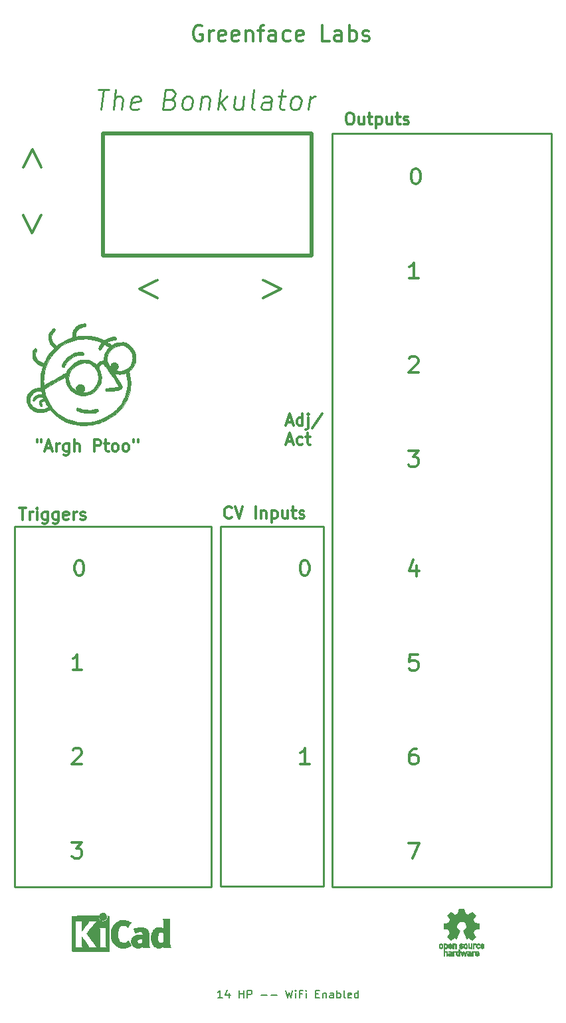
<source format=gbr>
G04 #@! TF.GenerationSoftware,KiCad,Pcbnew,(6.0.1)*
G04 #@! TF.CreationDate,2022-09-27T00:29:31-07:00*
G04 #@! TF.ProjectId,panel,70616e65-6c2e-46b6-9963-61645f706362,rev?*
G04 #@! TF.SameCoordinates,Original*
G04 #@! TF.FileFunction,Legend,Top*
G04 #@! TF.FilePolarity,Positive*
%FSLAX46Y46*%
G04 Gerber Fmt 4.6, Leading zero omitted, Abs format (unit mm)*
G04 Created by KiCad (PCBNEW (6.0.1)) date 2022-09-27 00:29:31*
%MOMM*%
%LPD*%
G01*
G04 APERTURE LIST*
%ADD10C,0.500000*%
%ADD11C,0.250000*%
%ADD12C,0.300000*%
%ADD13C,0.150000*%
%ADD14C,0.010000*%
G04 APERTURE END LIST*
D10*
X62400000Y-72050000D02*
X62400000Y-56450000D01*
D11*
X91600000Y-56400000D02*
X119550000Y-56400000D01*
X119550000Y-56400000D02*
X119550000Y-152500000D01*
X119550000Y-152500000D02*
X91600000Y-152500000D01*
X91600000Y-152500000D02*
X91600000Y-56400000D01*
X51100000Y-106550000D02*
X76150000Y-106550000D01*
X76150000Y-106550000D02*
X76150000Y-152500000D01*
X76150000Y-152500000D02*
X51100000Y-152500000D01*
X51100000Y-152500000D02*
X51100000Y-106550000D01*
D10*
X89000000Y-56450000D02*
X89000000Y-72050000D01*
D11*
X77350000Y-106525000D02*
X90500000Y-106525000D01*
X90500000Y-106525000D02*
X90500000Y-152475000D01*
X90500000Y-152475000D02*
X77350000Y-152475000D01*
X77350000Y-152475000D02*
X77350000Y-106525000D01*
D10*
X62400000Y-56450000D02*
X89000000Y-56450000D01*
X89000000Y-72050000D02*
X62400000Y-72050000D01*
D12*
X51678571Y-104178571D02*
X52535714Y-104178571D01*
X52107142Y-105678571D02*
X52107142Y-104178571D01*
X53035714Y-105678571D02*
X53035714Y-104678571D01*
X53035714Y-104964285D02*
X53107142Y-104821428D01*
X53178571Y-104750000D01*
X53321428Y-104678571D01*
X53464285Y-104678571D01*
X53964285Y-105678571D02*
X53964285Y-104678571D01*
X53964285Y-104178571D02*
X53892857Y-104250000D01*
X53964285Y-104321428D01*
X54035714Y-104250000D01*
X53964285Y-104178571D01*
X53964285Y-104321428D01*
X55321428Y-104678571D02*
X55321428Y-105892857D01*
X55250000Y-106035714D01*
X55178571Y-106107142D01*
X55035714Y-106178571D01*
X54821428Y-106178571D01*
X54678571Y-106107142D01*
X55321428Y-105607142D02*
X55178571Y-105678571D01*
X54892857Y-105678571D01*
X54750000Y-105607142D01*
X54678571Y-105535714D01*
X54607142Y-105392857D01*
X54607142Y-104964285D01*
X54678571Y-104821428D01*
X54750000Y-104750000D01*
X54892857Y-104678571D01*
X55178571Y-104678571D01*
X55321428Y-104750000D01*
X56678571Y-104678571D02*
X56678571Y-105892857D01*
X56607142Y-106035714D01*
X56535714Y-106107142D01*
X56392857Y-106178571D01*
X56178571Y-106178571D01*
X56035714Y-106107142D01*
X56678571Y-105607142D02*
X56535714Y-105678571D01*
X56250000Y-105678571D01*
X56107142Y-105607142D01*
X56035714Y-105535714D01*
X55964285Y-105392857D01*
X55964285Y-104964285D01*
X56035714Y-104821428D01*
X56107142Y-104750000D01*
X56250000Y-104678571D01*
X56535714Y-104678571D01*
X56678571Y-104750000D01*
X57964285Y-105607142D02*
X57821428Y-105678571D01*
X57535714Y-105678571D01*
X57392857Y-105607142D01*
X57321428Y-105464285D01*
X57321428Y-104892857D01*
X57392857Y-104750000D01*
X57535714Y-104678571D01*
X57821428Y-104678571D01*
X57964285Y-104750000D01*
X58035714Y-104892857D01*
X58035714Y-105035714D01*
X57321428Y-105178571D01*
X58678571Y-105678571D02*
X58678571Y-104678571D01*
X58678571Y-104964285D02*
X58750000Y-104821428D01*
X58821428Y-104750000D01*
X58964285Y-104678571D01*
X59107142Y-104678571D01*
X59535714Y-105607142D02*
X59678571Y-105678571D01*
X59964285Y-105678571D01*
X60107142Y-105607142D01*
X60178571Y-105464285D01*
X60178571Y-105392857D01*
X60107142Y-105250000D01*
X59964285Y-105178571D01*
X59750000Y-105178571D01*
X59607142Y-105107142D01*
X59535714Y-104964285D01*
X59535714Y-104892857D01*
X59607142Y-104750000D01*
X59750000Y-104678571D01*
X59964285Y-104678571D01*
X60107142Y-104750000D01*
X101333333Y-96904761D02*
X102571428Y-96904761D01*
X101904761Y-97666666D01*
X102190476Y-97666666D01*
X102380952Y-97761904D01*
X102476190Y-97857142D01*
X102571428Y-98047619D01*
X102571428Y-98523809D01*
X102476190Y-98714285D01*
X102380952Y-98809523D01*
X102190476Y-98904761D01*
X101619047Y-98904761D01*
X101428571Y-98809523D01*
X101333333Y-98714285D01*
X75004761Y-42750000D02*
X74814285Y-42654761D01*
X74528571Y-42654761D01*
X74242857Y-42750000D01*
X74052380Y-42940476D01*
X73957142Y-43130952D01*
X73861904Y-43511904D01*
X73861904Y-43797619D01*
X73957142Y-44178571D01*
X74052380Y-44369047D01*
X74242857Y-44559523D01*
X74528571Y-44654761D01*
X74719047Y-44654761D01*
X75004761Y-44559523D01*
X75099999Y-44464285D01*
X75099999Y-43797619D01*
X74719047Y-43797619D01*
X75957142Y-44654761D02*
X75957142Y-43321428D01*
X75957142Y-43702380D02*
X76052380Y-43511904D01*
X76147619Y-43416666D01*
X76338095Y-43321428D01*
X76528571Y-43321428D01*
X77957142Y-44559523D02*
X77766666Y-44654761D01*
X77385714Y-44654761D01*
X77195238Y-44559523D01*
X77099999Y-44369047D01*
X77099999Y-43607142D01*
X77195238Y-43416666D01*
X77385714Y-43321428D01*
X77766666Y-43321428D01*
X77957142Y-43416666D01*
X78052380Y-43607142D01*
X78052380Y-43797619D01*
X77099999Y-43988095D01*
X79671428Y-44559523D02*
X79480952Y-44654761D01*
X79099999Y-44654761D01*
X78909523Y-44559523D01*
X78814285Y-44369047D01*
X78814285Y-43607142D01*
X78909523Y-43416666D01*
X79099999Y-43321428D01*
X79480952Y-43321428D01*
X79671428Y-43416666D01*
X79766666Y-43607142D01*
X79766666Y-43797619D01*
X78814285Y-43988095D01*
X80623809Y-43321428D02*
X80623809Y-44654761D01*
X80623809Y-43511904D02*
X80719047Y-43416666D01*
X80909523Y-43321428D01*
X81195238Y-43321428D01*
X81385714Y-43416666D01*
X81480952Y-43607142D01*
X81480952Y-44654761D01*
X82147619Y-43321428D02*
X82909523Y-43321428D01*
X82433333Y-44654761D02*
X82433333Y-42940476D01*
X82528571Y-42750000D01*
X82719047Y-42654761D01*
X82909523Y-42654761D01*
X84433333Y-44654761D02*
X84433333Y-43607142D01*
X84338095Y-43416666D01*
X84147619Y-43321428D01*
X83766666Y-43321428D01*
X83576190Y-43416666D01*
X84433333Y-44559523D02*
X84242857Y-44654761D01*
X83766666Y-44654761D01*
X83576190Y-44559523D01*
X83480952Y-44369047D01*
X83480952Y-44178571D01*
X83576190Y-43988095D01*
X83766666Y-43892857D01*
X84242857Y-43892857D01*
X84433333Y-43797619D01*
X86242857Y-44559523D02*
X86052380Y-44654761D01*
X85671428Y-44654761D01*
X85480952Y-44559523D01*
X85385714Y-44464285D01*
X85290476Y-44273809D01*
X85290476Y-43702380D01*
X85385714Y-43511904D01*
X85480952Y-43416666D01*
X85671428Y-43321428D01*
X86052380Y-43321428D01*
X86242857Y-43416666D01*
X87861904Y-44559523D02*
X87671428Y-44654761D01*
X87290476Y-44654761D01*
X87100000Y-44559523D01*
X87004761Y-44369047D01*
X87004761Y-43607142D01*
X87100000Y-43416666D01*
X87290476Y-43321428D01*
X87671428Y-43321428D01*
X87861904Y-43416666D01*
X87957142Y-43607142D01*
X87957142Y-43797619D01*
X87004761Y-43988095D01*
X91290476Y-44654761D02*
X90338095Y-44654761D01*
X90338095Y-42654761D01*
X92814285Y-44654761D02*
X92814285Y-43607142D01*
X92719047Y-43416666D01*
X92528571Y-43321428D01*
X92147619Y-43321428D01*
X91957142Y-43416666D01*
X92814285Y-44559523D02*
X92623809Y-44654761D01*
X92147619Y-44654761D01*
X91957142Y-44559523D01*
X91861904Y-44369047D01*
X91861904Y-44178571D01*
X91957142Y-43988095D01*
X92147619Y-43892857D01*
X92623809Y-43892857D01*
X92814285Y-43797619D01*
X93766666Y-44654761D02*
X93766666Y-42654761D01*
X93766666Y-43416666D02*
X93957142Y-43321428D01*
X94338095Y-43321428D01*
X94528571Y-43416666D01*
X94623809Y-43511904D01*
X94719047Y-43702380D01*
X94719047Y-44273809D01*
X94623809Y-44464285D01*
X94528571Y-44559523D01*
X94338095Y-44654761D01*
X93957142Y-44654761D01*
X93766666Y-44559523D01*
X95480952Y-44559523D02*
X95671428Y-44654761D01*
X96052380Y-44654761D01*
X96242857Y-44559523D01*
X96338095Y-44369047D01*
X96338095Y-44273809D01*
X96242857Y-44083333D01*
X96052380Y-43988095D01*
X95766666Y-43988095D01*
X95576190Y-43892857D01*
X95480952Y-43702380D01*
X95480952Y-43607142D01*
X95576190Y-43416666D01*
X95766666Y-43321428D01*
X96052380Y-43321428D01*
X96242857Y-43416666D01*
X101428571Y-85095238D02*
X101523809Y-85000000D01*
X101714285Y-84904761D01*
X102190476Y-84904761D01*
X102380952Y-85000000D01*
X102476190Y-85095238D01*
X102571428Y-85285714D01*
X102571428Y-85476190D01*
X102476190Y-85761904D01*
X101333333Y-86904761D01*
X102571428Y-86904761D01*
X102571428Y-74904761D02*
X101428571Y-74904761D01*
X102000000Y-74904761D02*
X102000000Y-72904761D01*
X101809523Y-73190476D01*
X101619047Y-73380952D01*
X101428571Y-73476190D01*
X53971428Y-95478571D02*
X53971428Y-95764285D01*
X54542857Y-95478571D02*
X54542857Y-95764285D01*
X55114285Y-96550000D02*
X55828571Y-96550000D01*
X54971428Y-96978571D02*
X55471428Y-95478571D01*
X55971428Y-96978571D01*
X56471428Y-96978571D02*
X56471428Y-95978571D01*
X56471428Y-96264285D02*
X56542857Y-96121428D01*
X56614285Y-96050000D01*
X56757142Y-95978571D01*
X56900000Y-95978571D01*
X58042857Y-95978571D02*
X58042857Y-97192857D01*
X57971428Y-97335714D01*
X57900000Y-97407142D01*
X57757142Y-97478571D01*
X57542857Y-97478571D01*
X57400000Y-97407142D01*
X58042857Y-96907142D02*
X57900000Y-96978571D01*
X57614285Y-96978571D01*
X57471428Y-96907142D01*
X57400000Y-96835714D01*
X57328571Y-96692857D01*
X57328571Y-96264285D01*
X57400000Y-96121428D01*
X57471428Y-96050000D01*
X57614285Y-95978571D01*
X57900000Y-95978571D01*
X58042857Y-96050000D01*
X58757142Y-96978571D02*
X58757142Y-95478571D01*
X59400000Y-96978571D02*
X59400000Y-96192857D01*
X59328571Y-96050000D01*
X59185714Y-95978571D01*
X58971428Y-95978571D01*
X58828571Y-96050000D01*
X58757142Y-96121428D01*
X61257142Y-96978571D02*
X61257142Y-95478571D01*
X61828571Y-95478571D01*
X61971428Y-95550000D01*
X62042857Y-95621428D01*
X62114285Y-95764285D01*
X62114285Y-95978571D01*
X62042857Y-96121428D01*
X61971428Y-96192857D01*
X61828571Y-96264285D01*
X61257142Y-96264285D01*
X62542857Y-95978571D02*
X63114285Y-95978571D01*
X62757142Y-95478571D02*
X62757142Y-96764285D01*
X62828571Y-96907142D01*
X62971428Y-96978571D01*
X63114285Y-96978571D01*
X63828571Y-96978571D02*
X63685714Y-96907142D01*
X63614285Y-96835714D01*
X63542857Y-96692857D01*
X63542857Y-96264285D01*
X63614285Y-96121428D01*
X63685714Y-96050000D01*
X63828571Y-95978571D01*
X64042857Y-95978571D01*
X64185714Y-96050000D01*
X64257142Y-96121428D01*
X64328571Y-96264285D01*
X64328571Y-96692857D01*
X64257142Y-96835714D01*
X64185714Y-96907142D01*
X64042857Y-96978571D01*
X63828571Y-96978571D01*
X65185714Y-96978571D02*
X65042857Y-96907142D01*
X64971428Y-96835714D01*
X64899999Y-96692857D01*
X64899999Y-96264285D01*
X64971428Y-96121428D01*
X65042857Y-96050000D01*
X65185714Y-95978571D01*
X65399999Y-95978571D01*
X65542857Y-96050000D01*
X65614285Y-96121428D01*
X65685714Y-96264285D01*
X65685714Y-96692857D01*
X65614285Y-96835714D01*
X65542857Y-96907142D01*
X65399999Y-96978571D01*
X65185714Y-96978571D01*
X66257142Y-95478571D02*
X66257142Y-95764285D01*
X66828571Y-95478571D02*
X66828571Y-95764285D01*
X102380952Y-134904761D02*
X102000000Y-134904761D01*
X101809523Y-135000000D01*
X101714285Y-135095238D01*
X101523809Y-135380952D01*
X101428571Y-135761904D01*
X101428571Y-136523809D01*
X101523809Y-136714285D01*
X101619047Y-136809523D01*
X101809523Y-136904761D01*
X102190476Y-136904761D01*
X102380952Y-136809523D01*
X102476190Y-136714285D01*
X102571428Y-136523809D01*
X102571428Y-136047619D01*
X102476190Y-135857142D01*
X102380952Y-135761904D01*
X102190476Y-135666666D01*
X101809523Y-135666666D01*
X101619047Y-135761904D01*
X101523809Y-135857142D01*
X101428571Y-136047619D01*
X102154761Y-60904761D02*
X102345238Y-60904761D01*
X102535714Y-61000000D01*
X102630952Y-61095238D01*
X102726190Y-61285714D01*
X102821428Y-61666666D01*
X102821428Y-62142857D01*
X102726190Y-62523809D01*
X102630952Y-62714285D01*
X102535714Y-62809523D01*
X102345238Y-62904761D01*
X102154761Y-62904761D01*
X101964285Y-62809523D01*
X101869047Y-62714285D01*
X101773809Y-62523809D01*
X101678571Y-62142857D01*
X101678571Y-61666666D01*
X101773809Y-61285714D01*
X101869047Y-61095238D01*
X101964285Y-61000000D01*
X102154761Y-60904761D01*
X58433333Y-146854761D02*
X59671428Y-146854761D01*
X59004761Y-147616666D01*
X59290476Y-147616666D01*
X59480952Y-147711904D01*
X59576190Y-147807142D01*
X59671428Y-147997619D01*
X59671428Y-148473809D01*
X59576190Y-148664285D01*
X59480952Y-148759523D01*
X59290476Y-148854761D01*
X58719047Y-148854761D01*
X58528571Y-148759523D01*
X58433333Y-148664285D01*
X78771428Y-105385714D02*
X78700000Y-105457142D01*
X78485714Y-105528571D01*
X78342857Y-105528571D01*
X78128571Y-105457142D01*
X77985714Y-105314285D01*
X77914285Y-105171428D01*
X77842857Y-104885714D01*
X77842857Y-104671428D01*
X77914285Y-104385714D01*
X77985714Y-104242857D01*
X78128571Y-104100000D01*
X78342857Y-104028571D01*
X78485714Y-104028571D01*
X78700000Y-104100000D01*
X78771428Y-104171428D01*
X79200000Y-104028571D02*
X79700000Y-105528571D01*
X80200000Y-104028571D01*
X81842857Y-105528571D02*
X81842857Y-104028571D01*
X82557142Y-104528571D02*
X82557142Y-105528571D01*
X82557142Y-104671428D02*
X82628571Y-104600000D01*
X82771428Y-104528571D01*
X82985714Y-104528571D01*
X83128571Y-104600000D01*
X83200000Y-104742857D01*
X83200000Y-105528571D01*
X83914285Y-104528571D02*
X83914285Y-106028571D01*
X83914285Y-104600000D02*
X84057142Y-104528571D01*
X84342857Y-104528571D01*
X84485714Y-104600000D01*
X84557142Y-104671428D01*
X84628571Y-104814285D01*
X84628571Y-105242857D01*
X84557142Y-105385714D01*
X84485714Y-105457142D01*
X84342857Y-105528571D01*
X84057142Y-105528571D01*
X83914285Y-105457142D01*
X85914285Y-104528571D02*
X85914285Y-105528571D01*
X85271428Y-104528571D02*
X85271428Y-105314285D01*
X85342857Y-105457142D01*
X85485714Y-105528571D01*
X85700000Y-105528571D01*
X85842857Y-105457142D01*
X85914285Y-105385714D01*
X86414285Y-104528571D02*
X86985714Y-104528571D01*
X86628571Y-104028571D02*
X86628571Y-105314285D01*
X86700000Y-105457142D01*
X86842857Y-105528571D01*
X86985714Y-105528571D01*
X87414285Y-105457142D02*
X87557142Y-105528571D01*
X87842857Y-105528571D01*
X87985714Y-105457142D01*
X88057142Y-105314285D01*
X88057142Y-105242857D01*
X87985714Y-105100000D01*
X87842857Y-105028571D01*
X87628571Y-105028571D01*
X87485714Y-104957142D01*
X87414285Y-104814285D01*
X87414285Y-104742857D01*
X87485714Y-104600000D01*
X87628571Y-104528571D01*
X87842857Y-104528571D01*
X87985714Y-104600000D01*
D11*
X61747247Y-50880952D02*
X63175818Y-50880952D01*
X62149032Y-53380952D02*
X62461532Y-50880952D01*
X63696651Y-53380952D02*
X64009151Y-50880952D01*
X64768080Y-53380952D02*
X64931770Y-52071428D01*
X64842485Y-51833333D01*
X64619270Y-51714285D01*
X64262127Y-51714285D01*
X64009151Y-51833333D01*
X63875223Y-51952380D01*
X66925818Y-53261904D02*
X66672842Y-53380952D01*
X66196651Y-53380952D01*
X65973437Y-53261904D01*
X65884151Y-53023809D01*
X66003199Y-52071428D01*
X66152008Y-51833333D01*
X66404985Y-51714285D01*
X66881175Y-51714285D01*
X67104389Y-51833333D01*
X67193675Y-52071428D01*
X67163913Y-52309523D01*
X65943675Y-52547619D01*
X71003199Y-52071428D02*
X71345461Y-52190476D01*
X71449627Y-52309523D01*
X71538913Y-52547619D01*
X71494270Y-52904761D01*
X71345461Y-53142857D01*
X71211532Y-53261904D01*
X70958556Y-53380952D01*
X70006175Y-53380952D01*
X70318675Y-50880952D01*
X71152008Y-50880952D01*
X71375223Y-51000000D01*
X71479389Y-51119047D01*
X71568675Y-51357142D01*
X71538913Y-51595238D01*
X71390104Y-51833333D01*
X71256175Y-51952380D01*
X71003199Y-52071428D01*
X70169866Y-52071428D01*
X72863318Y-53380952D02*
X72640104Y-53261904D01*
X72535937Y-53142857D01*
X72446651Y-52904761D01*
X72535937Y-52190476D01*
X72684747Y-51952380D01*
X72818675Y-51833333D01*
X73071651Y-51714285D01*
X73428794Y-51714285D01*
X73652008Y-51833333D01*
X73756175Y-51952380D01*
X73845461Y-52190476D01*
X73756175Y-52904761D01*
X73607366Y-53142857D01*
X73473437Y-53261904D01*
X73220461Y-53380952D01*
X72863318Y-53380952D01*
X74976413Y-51714285D02*
X74768080Y-53380952D01*
X74946651Y-51952380D02*
X75080580Y-51833333D01*
X75333556Y-51714285D01*
X75690699Y-51714285D01*
X75913913Y-51833333D01*
X76003199Y-52071428D01*
X75839508Y-53380952D01*
X77029985Y-53380952D02*
X77342485Y-50880952D01*
X77387127Y-52428571D02*
X77982366Y-53380952D01*
X78190699Y-51714285D02*
X77119270Y-52666666D01*
X80333556Y-51714285D02*
X80125223Y-53380952D01*
X79262127Y-51714285D02*
X79098437Y-53023809D01*
X79187723Y-53261904D01*
X79410937Y-53380952D01*
X79768080Y-53380952D01*
X80021056Y-53261904D01*
X80154985Y-53142857D01*
X81672842Y-53380952D02*
X81449627Y-53261904D01*
X81360342Y-53023809D01*
X81628199Y-50880952D01*
X83696651Y-53380952D02*
X83860342Y-52071428D01*
X83771056Y-51833333D01*
X83547842Y-51714285D01*
X83071651Y-51714285D01*
X82818675Y-51833333D01*
X83711532Y-53261904D02*
X83458556Y-53380952D01*
X82863318Y-53380952D01*
X82640104Y-53261904D01*
X82550818Y-53023809D01*
X82580580Y-52785714D01*
X82729389Y-52547619D01*
X82982366Y-52428571D01*
X83577604Y-52428571D01*
X83830580Y-52309523D01*
X84738318Y-51714285D02*
X85690699Y-51714285D01*
X85199627Y-50880952D02*
X84931770Y-53023809D01*
X85021056Y-53261904D01*
X85244270Y-53380952D01*
X85482366Y-53380952D01*
X86672842Y-53380952D02*
X86449627Y-53261904D01*
X86345461Y-53142857D01*
X86256175Y-52904761D01*
X86345461Y-52190476D01*
X86494270Y-51952380D01*
X86628199Y-51833333D01*
X86881175Y-51714285D01*
X87238318Y-51714285D01*
X87461532Y-51833333D01*
X87565699Y-51952380D01*
X87654985Y-52190476D01*
X87565699Y-52904761D01*
X87416889Y-53142857D01*
X87282961Y-53261904D01*
X87029985Y-53380952D01*
X86672842Y-53380952D01*
X88577604Y-53380952D02*
X88785937Y-51714285D01*
X88726413Y-52190476D02*
X88875223Y-51952380D01*
X89009151Y-51833333D01*
X89262127Y-51714285D01*
X89500223Y-51714285D01*
D12*
X101333333Y-146904761D02*
X102666666Y-146904761D01*
X101809523Y-148904761D01*
X59671428Y-124854761D02*
X58528571Y-124854761D01*
X59100000Y-124854761D02*
X59100000Y-122854761D01*
X58909523Y-123140476D01*
X58719047Y-123330952D01*
X58528571Y-123426190D01*
X85805714Y-93267500D02*
X86520000Y-93267500D01*
X85662857Y-93696071D02*
X86162857Y-92196071D01*
X86662857Y-93696071D01*
X87805714Y-93696071D02*
X87805714Y-92196071D01*
X87805714Y-93624642D02*
X87662857Y-93696071D01*
X87377142Y-93696071D01*
X87234285Y-93624642D01*
X87162857Y-93553214D01*
X87091428Y-93410357D01*
X87091428Y-92981785D01*
X87162857Y-92838928D01*
X87234285Y-92767500D01*
X87377142Y-92696071D01*
X87662857Y-92696071D01*
X87805714Y-92767500D01*
X88520000Y-92696071D02*
X88520000Y-93981785D01*
X88448571Y-94124642D01*
X88305714Y-94196071D01*
X88234285Y-94196071D01*
X88520000Y-92196071D02*
X88448571Y-92267500D01*
X88520000Y-92338928D01*
X88591428Y-92267500D01*
X88520000Y-92196071D01*
X88520000Y-92338928D01*
X90305714Y-92124642D02*
X89020000Y-94053214D01*
X85805714Y-95682500D02*
X86520000Y-95682500D01*
X85662857Y-96111071D02*
X86162857Y-94611071D01*
X86662857Y-96111071D01*
X87805714Y-96039642D02*
X87662857Y-96111071D01*
X87377142Y-96111071D01*
X87234285Y-96039642D01*
X87162857Y-95968214D01*
X87091428Y-95825357D01*
X87091428Y-95396785D01*
X87162857Y-95253928D01*
X87234285Y-95182500D01*
X87377142Y-95111071D01*
X87662857Y-95111071D01*
X87805714Y-95182500D01*
X88234285Y-95111071D02*
X88805714Y-95111071D01*
X88448571Y-94611071D02*
X88448571Y-95896785D01*
X88520000Y-96039642D01*
X88662857Y-96111071D01*
X88805714Y-96111071D01*
X52192857Y-66857142D02*
X53335714Y-69142857D01*
X54478571Y-66857142D01*
X88671428Y-136854761D02*
X87528571Y-136854761D01*
X88100000Y-136854761D02*
X88100000Y-134854761D01*
X87909523Y-135140476D01*
X87719047Y-135330952D01*
X87528571Y-135426190D01*
X59254761Y-110854761D02*
X59445238Y-110854761D01*
X59635714Y-110950000D01*
X59730952Y-111045238D01*
X59826190Y-111235714D01*
X59921428Y-111616666D01*
X59921428Y-112092857D01*
X59826190Y-112473809D01*
X59730952Y-112664285D01*
X59635714Y-112759523D01*
X59445238Y-112854761D01*
X59254761Y-112854761D01*
X59064285Y-112759523D01*
X58969047Y-112664285D01*
X58873809Y-112473809D01*
X58778571Y-112092857D01*
X58778571Y-111616666D01*
X58873809Y-111235714D01*
X58969047Y-111045238D01*
X59064285Y-110950000D01*
X59254761Y-110854761D01*
X102380952Y-111571428D02*
X102380952Y-112904761D01*
X101904761Y-110809523D02*
X101428571Y-112238095D01*
X102666666Y-112238095D01*
X102476190Y-122904761D02*
X101523809Y-122904761D01*
X101428571Y-123857142D01*
X101523809Y-123761904D01*
X101714285Y-123666666D01*
X102190476Y-123666666D01*
X102380952Y-123761904D01*
X102476190Y-123857142D01*
X102571428Y-124047619D01*
X102571428Y-124523809D01*
X102476190Y-124714285D01*
X102380952Y-124809523D01*
X102190476Y-124904761D01*
X101714285Y-124904761D01*
X101523809Y-124809523D01*
X101428571Y-124714285D01*
X93707142Y-53778571D02*
X93992857Y-53778571D01*
X94135714Y-53850000D01*
X94278571Y-53992857D01*
X94350000Y-54278571D01*
X94350000Y-54778571D01*
X94278571Y-55064285D01*
X94135714Y-55207142D01*
X93992857Y-55278571D01*
X93707142Y-55278571D01*
X93564285Y-55207142D01*
X93421428Y-55064285D01*
X93350000Y-54778571D01*
X93350000Y-54278571D01*
X93421428Y-53992857D01*
X93564285Y-53850000D01*
X93707142Y-53778571D01*
X95635714Y-54278571D02*
X95635714Y-55278571D01*
X94992857Y-54278571D02*
X94992857Y-55064285D01*
X95064285Y-55207142D01*
X95207142Y-55278571D01*
X95421428Y-55278571D01*
X95564285Y-55207142D01*
X95635714Y-55135714D01*
X96135714Y-54278571D02*
X96707142Y-54278571D01*
X96350000Y-53778571D02*
X96350000Y-55064285D01*
X96421428Y-55207142D01*
X96564285Y-55278571D01*
X96707142Y-55278571D01*
X97207142Y-54278571D02*
X97207142Y-55778571D01*
X97207142Y-54350000D02*
X97350000Y-54278571D01*
X97635714Y-54278571D01*
X97778571Y-54350000D01*
X97850000Y-54421428D01*
X97921428Y-54564285D01*
X97921428Y-54992857D01*
X97850000Y-55135714D01*
X97778571Y-55207142D01*
X97635714Y-55278571D01*
X97350000Y-55278571D01*
X97207142Y-55207142D01*
X99207142Y-54278571D02*
X99207142Y-55278571D01*
X98564285Y-54278571D02*
X98564285Y-55064285D01*
X98635714Y-55207142D01*
X98778571Y-55278571D01*
X98992857Y-55278571D01*
X99135714Y-55207142D01*
X99207142Y-55135714D01*
X99707142Y-54278571D02*
X100278571Y-54278571D01*
X99921428Y-53778571D02*
X99921428Y-55064285D01*
X99992857Y-55207142D01*
X100135714Y-55278571D01*
X100278571Y-55278571D01*
X100707142Y-55207142D02*
X100850000Y-55278571D01*
X101135714Y-55278571D01*
X101278571Y-55207142D01*
X101350000Y-55064285D01*
X101350000Y-54992857D01*
X101278571Y-54850000D01*
X101135714Y-54778571D01*
X100921428Y-54778571D01*
X100778571Y-54707142D01*
X100707142Y-54564285D01*
X100707142Y-54492857D01*
X100778571Y-54350000D01*
X100921428Y-54278571D01*
X101135714Y-54278571D01*
X101278571Y-54350000D01*
D13*
X77595238Y-166702380D02*
X77023809Y-166702380D01*
X77309523Y-166702380D02*
X77309523Y-165702380D01*
X77214285Y-165845238D01*
X77119047Y-165940476D01*
X77023809Y-165988095D01*
X78452380Y-166035714D02*
X78452380Y-166702380D01*
X78214285Y-165654761D02*
X77976190Y-166369047D01*
X78595238Y-166369047D01*
X79738095Y-166702380D02*
X79738095Y-165702380D01*
X79738095Y-166178571D02*
X80309523Y-166178571D01*
X80309523Y-166702380D02*
X80309523Y-165702380D01*
X80785714Y-166702380D02*
X80785714Y-165702380D01*
X81166666Y-165702380D01*
X81261904Y-165750000D01*
X81309523Y-165797619D01*
X81357142Y-165892857D01*
X81357142Y-166035714D01*
X81309523Y-166130952D01*
X81261904Y-166178571D01*
X81166666Y-166226190D01*
X80785714Y-166226190D01*
X82547619Y-166321428D02*
X83309523Y-166321428D01*
X83785714Y-166321428D02*
X84547619Y-166321428D01*
X85690476Y-165702380D02*
X85928571Y-166702380D01*
X86119047Y-165988095D01*
X86309523Y-166702380D01*
X86547619Y-165702380D01*
X86928571Y-166702380D02*
X86928571Y-166035714D01*
X86928571Y-165702380D02*
X86880952Y-165750000D01*
X86928571Y-165797619D01*
X86976190Y-165750000D01*
X86928571Y-165702380D01*
X86928571Y-165797619D01*
X87738095Y-166178571D02*
X87404761Y-166178571D01*
X87404761Y-166702380D02*
X87404761Y-165702380D01*
X87880952Y-165702380D01*
X88261904Y-166702380D02*
X88261904Y-166035714D01*
X88261904Y-165702380D02*
X88214285Y-165750000D01*
X88261904Y-165797619D01*
X88309523Y-165750000D01*
X88261904Y-165702380D01*
X88261904Y-165797619D01*
X89499999Y-166178571D02*
X89833333Y-166178571D01*
X89976190Y-166702380D02*
X89499999Y-166702380D01*
X89499999Y-165702380D01*
X89976190Y-165702380D01*
X90404761Y-166035714D02*
X90404761Y-166702380D01*
X90404761Y-166130952D02*
X90452380Y-166083333D01*
X90547619Y-166035714D01*
X90690476Y-166035714D01*
X90785714Y-166083333D01*
X90833333Y-166178571D01*
X90833333Y-166702380D01*
X91738095Y-166702380D02*
X91738095Y-166178571D01*
X91690476Y-166083333D01*
X91595238Y-166035714D01*
X91404761Y-166035714D01*
X91309523Y-166083333D01*
X91738095Y-166654761D02*
X91642857Y-166702380D01*
X91404761Y-166702380D01*
X91309523Y-166654761D01*
X91261904Y-166559523D01*
X91261904Y-166464285D01*
X91309523Y-166369047D01*
X91404761Y-166321428D01*
X91642857Y-166321428D01*
X91738095Y-166273809D01*
X92214285Y-166702380D02*
X92214285Y-165702380D01*
X92214285Y-166083333D02*
X92309523Y-166035714D01*
X92499999Y-166035714D01*
X92595238Y-166083333D01*
X92642857Y-166130952D01*
X92690476Y-166226190D01*
X92690476Y-166511904D01*
X92642857Y-166607142D01*
X92595238Y-166654761D01*
X92499999Y-166702380D01*
X92309523Y-166702380D01*
X92214285Y-166654761D01*
X93261904Y-166702380D02*
X93166666Y-166654761D01*
X93119047Y-166559523D01*
X93119047Y-165702380D01*
X94023809Y-166654761D02*
X93928571Y-166702380D01*
X93738095Y-166702380D01*
X93642857Y-166654761D01*
X93595238Y-166559523D01*
X93595238Y-166178571D01*
X93642857Y-166083333D01*
X93738095Y-166035714D01*
X93928571Y-166035714D01*
X94023809Y-166083333D01*
X94071428Y-166178571D01*
X94071428Y-166273809D01*
X93595238Y-166369047D01*
X94928571Y-166702380D02*
X94928571Y-165702380D01*
X94928571Y-166654761D02*
X94833333Y-166702380D01*
X94642857Y-166702380D01*
X94547619Y-166654761D01*
X94500000Y-166607142D01*
X94452380Y-166511904D01*
X94452380Y-166226190D01*
X94500000Y-166130952D01*
X94547619Y-166083333D01*
X94642857Y-166035714D01*
X94833333Y-166035714D01*
X94928571Y-166083333D01*
D12*
X69342857Y-75142857D02*
X67057142Y-76285714D01*
X69342857Y-77428571D01*
X88004761Y-110854761D02*
X88195238Y-110854761D01*
X88385714Y-110950000D01*
X88480952Y-111045238D01*
X88576190Y-111235714D01*
X88671428Y-111616666D01*
X88671428Y-112092857D01*
X88576190Y-112473809D01*
X88480952Y-112664285D01*
X88385714Y-112759523D01*
X88195238Y-112854761D01*
X88004761Y-112854761D01*
X87814285Y-112759523D01*
X87719047Y-112664285D01*
X87623809Y-112473809D01*
X87528571Y-112092857D01*
X87528571Y-111616666D01*
X87623809Y-111235714D01*
X87719047Y-111045238D01*
X87814285Y-110950000D01*
X88004761Y-110854761D01*
X82757142Y-75142857D02*
X85042857Y-76285714D01*
X82757142Y-77428571D01*
X54507142Y-60742857D02*
X53364285Y-58457142D01*
X52221428Y-60742857D01*
X58528571Y-135045238D02*
X58623809Y-134950000D01*
X58814285Y-134854761D01*
X59290476Y-134854761D01*
X59480952Y-134950000D01*
X59576190Y-135045238D01*
X59671428Y-135235714D01*
X59671428Y-135426190D01*
X59576190Y-135711904D01*
X58433333Y-136854761D01*
X59671428Y-136854761D01*
D14*
X108064017Y-159756452D02*
X108111634Y-159765482D01*
X108111634Y-159765482D02*
X108161034Y-159784370D01*
X108161034Y-159784370D02*
X108166312Y-159786777D01*
X108166312Y-159786777D02*
X108203774Y-159806476D01*
X108203774Y-159806476D02*
X108229717Y-159824781D01*
X108229717Y-159824781D02*
X108238103Y-159836508D01*
X108238103Y-159836508D02*
X108230117Y-159855632D01*
X108230117Y-159855632D02*
X108210720Y-159883850D01*
X108210720Y-159883850D02*
X108202110Y-159894384D01*
X108202110Y-159894384D02*
X108166628Y-159935847D01*
X108166628Y-159935847D02*
X108120885Y-159908858D01*
X108120885Y-159908858D02*
X108077350Y-159890878D01*
X108077350Y-159890878D02*
X108027050Y-159881267D01*
X108027050Y-159881267D02*
X107978812Y-159880660D01*
X107978812Y-159880660D02*
X107941467Y-159889691D01*
X107941467Y-159889691D02*
X107932505Y-159895327D01*
X107932505Y-159895327D02*
X107915437Y-159921171D01*
X107915437Y-159921171D02*
X107913363Y-159950941D01*
X107913363Y-159950941D02*
X107926134Y-159974197D01*
X107926134Y-159974197D02*
X107933688Y-159978708D01*
X107933688Y-159978708D02*
X107956325Y-159984309D01*
X107956325Y-159984309D02*
X107996115Y-159990892D01*
X107996115Y-159990892D02*
X108045166Y-159997183D01*
X108045166Y-159997183D02*
X108054215Y-159998170D01*
X108054215Y-159998170D02*
X108132996Y-160011798D01*
X108132996Y-160011798D02*
X108190136Y-160034946D01*
X108190136Y-160034946D02*
X108228030Y-160069752D01*
X108228030Y-160069752D02*
X108249079Y-160118354D01*
X108249079Y-160118354D02*
X108255635Y-160177718D01*
X108255635Y-160177718D02*
X108246577Y-160245198D01*
X108246577Y-160245198D02*
X108217164Y-160298188D01*
X108217164Y-160298188D02*
X108167278Y-160336783D01*
X108167278Y-160336783D02*
X108096800Y-160361081D01*
X108096800Y-160361081D02*
X108018565Y-160370667D01*
X108018565Y-160370667D02*
X107954766Y-160370552D01*
X107954766Y-160370552D02*
X107903016Y-160361845D01*
X107903016Y-160361845D02*
X107867673Y-160349825D01*
X107867673Y-160349825D02*
X107823017Y-160328880D01*
X107823017Y-160328880D02*
X107781747Y-160304574D01*
X107781747Y-160304574D02*
X107767079Y-160293876D01*
X107767079Y-160293876D02*
X107729357Y-160263084D01*
X107729357Y-160263084D02*
X107774852Y-160217049D01*
X107774852Y-160217049D02*
X107820347Y-160171013D01*
X107820347Y-160171013D02*
X107872072Y-160205243D01*
X107872072Y-160205243D02*
X107923952Y-160230952D01*
X107923952Y-160230952D02*
X107979351Y-160244399D01*
X107979351Y-160244399D02*
X108032605Y-160245818D01*
X108032605Y-160245818D02*
X108078049Y-160235443D01*
X108078049Y-160235443D02*
X108110016Y-160213507D01*
X108110016Y-160213507D02*
X108120338Y-160194998D01*
X108120338Y-160194998D02*
X108118789Y-160165314D01*
X108118789Y-160165314D02*
X108093140Y-160142615D01*
X108093140Y-160142615D02*
X108043460Y-160126940D01*
X108043460Y-160126940D02*
X107989031Y-160119695D01*
X107989031Y-160119695D02*
X107905264Y-160105873D01*
X107905264Y-160105873D02*
X107843033Y-160079796D01*
X107843033Y-160079796D02*
X107801507Y-160040699D01*
X107801507Y-160040699D02*
X107779853Y-159987820D01*
X107779853Y-159987820D02*
X107776853Y-159925126D01*
X107776853Y-159925126D02*
X107791671Y-159859642D01*
X107791671Y-159859642D02*
X107825454Y-159810144D01*
X107825454Y-159810144D02*
X107878505Y-159776408D01*
X107878505Y-159776408D02*
X107951126Y-159758207D01*
X107951126Y-159758207D02*
X108004928Y-159754639D01*
X108004928Y-159754639D02*
X108064017Y-159756452D01*
X108064017Y-159756452D02*
X108064017Y-159756452D01*
G36*
X108064017Y-159756452D02*
G01*
X108111634Y-159765482D01*
X108161034Y-159784370D01*
X108166312Y-159786777D01*
X108203774Y-159806476D01*
X108229717Y-159824781D01*
X108238103Y-159836508D01*
X108230117Y-159855632D01*
X108210720Y-159883850D01*
X108202110Y-159894384D01*
X108166628Y-159935847D01*
X108120885Y-159908858D01*
X108077350Y-159890878D01*
X108027050Y-159881267D01*
X107978812Y-159880660D01*
X107941467Y-159889691D01*
X107932505Y-159895327D01*
X107915437Y-159921171D01*
X107913363Y-159950941D01*
X107926134Y-159974197D01*
X107933688Y-159978708D01*
X107956325Y-159984309D01*
X107996115Y-159990892D01*
X108045166Y-159997183D01*
X108054215Y-159998170D01*
X108132996Y-160011798D01*
X108190136Y-160034946D01*
X108228030Y-160069752D01*
X108249079Y-160118354D01*
X108255635Y-160177718D01*
X108246577Y-160245198D01*
X108217164Y-160298188D01*
X108167278Y-160336783D01*
X108096800Y-160361081D01*
X108018565Y-160370667D01*
X107954766Y-160370552D01*
X107903016Y-160361845D01*
X107867673Y-160349825D01*
X107823017Y-160328880D01*
X107781747Y-160304574D01*
X107767079Y-160293876D01*
X107729357Y-160263084D01*
X107774852Y-160217049D01*
X107820347Y-160171013D01*
X107872072Y-160205243D01*
X107923952Y-160230952D01*
X107979351Y-160244399D01*
X108032605Y-160245818D01*
X108078049Y-160235443D01*
X108110016Y-160213507D01*
X108120338Y-160194998D01*
X108118789Y-160165314D01*
X108093140Y-160142615D01*
X108043460Y-160126940D01*
X107989031Y-160119695D01*
X107905264Y-160105873D01*
X107843033Y-160079796D01*
X107801507Y-160040699D01*
X107779853Y-159987820D01*
X107776853Y-159925126D01*
X107791671Y-159859642D01*
X107825454Y-159810144D01*
X107878505Y-159776408D01*
X107951126Y-159758207D01*
X108004928Y-159754639D01*
X108064017Y-159756452D01*
G37*
X108064017Y-159756452D02*
X108111634Y-159765482D01*
X108161034Y-159784370D01*
X108166312Y-159786777D01*
X108203774Y-159806476D01*
X108229717Y-159824781D01*
X108238103Y-159836508D01*
X108230117Y-159855632D01*
X108210720Y-159883850D01*
X108202110Y-159894384D01*
X108166628Y-159935847D01*
X108120885Y-159908858D01*
X108077350Y-159890878D01*
X108027050Y-159881267D01*
X107978812Y-159880660D01*
X107941467Y-159889691D01*
X107932505Y-159895327D01*
X107915437Y-159921171D01*
X107913363Y-159950941D01*
X107926134Y-159974197D01*
X107933688Y-159978708D01*
X107956325Y-159984309D01*
X107996115Y-159990892D01*
X108045166Y-159997183D01*
X108054215Y-159998170D01*
X108132996Y-160011798D01*
X108190136Y-160034946D01*
X108228030Y-160069752D01*
X108249079Y-160118354D01*
X108255635Y-160177718D01*
X108246577Y-160245198D01*
X108217164Y-160298188D01*
X108167278Y-160336783D01*
X108096800Y-160361081D01*
X108018565Y-160370667D01*
X107954766Y-160370552D01*
X107903016Y-160361845D01*
X107867673Y-160349825D01*
X107823017Y-160328880D01*
X107781747Y-160304574D01*
X107767079Y-160293876D01*
X107729357Y-160263084D01*
X107774852Y-160217049D01*
X107820347Y-160171013D01*
X107872072Y-160205243D01*
X107923952Y-160230952D01*
X107979351Y-160244399D01*
X108032605Y-160245818D01*
X108078049Y-160235443D01*
X108110016Y-160213507D01*
X108120338Y-160194998D01*
X108118789Y-160165314D01*
X108093140Y-160142615D01*
X108043460Y-160126940D01*
X107989031Y-160119695D01*
X107905264Y-160105873D01*
X107843033Y-160079796D01*
X107801507Y-160040699D01*
X107779853Y-159987820D01*
X107776853Y-159925126D01*
X107791671Y-159859642D01*
X107825454Y-159810144D01*
X107878505Y-159776408D01*
X107951126Y-159758207D01*
X108004928Y-159754639D01*
X108064017Y-159756452D01*
X109849460Y-159758030D02*
X109892711Y-159771245D01*
X109892711Y-159771245D02*
X109920558Y-159787941D01*
X109920558Y-159787941D02*
X109929629Y-159801145D01*
X109929629Y-159801145D02*
X109927132Y-159816797D01*
X109927132Y-159816797D02*
X109910931Y-159841385D01*
X109910931Y-159841385D02*
X109897232Y-159858800D01*
X109897232Y-159858800D02*
X109868992Y-159890283D01*
X109868992Y-159890283D02*
X109847775Y-159903529D01*
X109847775Y-159903529D02*
X109829688Y-159902664D01*
X109829688Y-159902664D02*
X109776035Y-159889010D01*
X109776035Y-159889010D02*
X109736630Y-159889630D01*
X109736630Y-159889630D02*
X109704632Y-159905104D01*
X109704632Y-159905104D02*
X109693890Y-159914161D01*
X109693890Y-159914161D02*
X109659505Y-159946027D01*
X109659505Y-159946027D02*
X109659505Y-160362179D01*
X109659505Y-160362179D02*
X109521188Y-160362179D01*
X109521188Y-160362179D02*
X109521188Y-159758614D01*
X109521188Y-159758614D02*
X109590347Y-159758614D01*
X109590347Y-159758614D02*
X109631869Y-159760256D01*
X109631869Y-159760256D02*
X109653291Y-159766087D01*
X109653291Y-159766087D02*
X109659502Y-159777461D01*
X109659502Y-159777461D02*
X109659505Y-159777798D01*
X109659505Y-159777798D02*
X109662439Y-159789713D01*
X109662439Y-159789713D02*
X109675704Y-159788159D01*
X109675704Y-159788159D02*
X109694084Y-159779563D01*
X109694084Y-159779563D02*
X109732046Y-159763568D01*
X109732046Y-159763568D02*
X109762872Y-159753945D01*
X109762872Y-159753945D02*
X109802536Y-159751478D01*
X109802536Y-159751478D02*
X109849460Y-159758030D01*
X109849460Y-159758030D02*
X109849460Y-159758030D01*
G36*
X109849460Y-159758030D02*
G01*
X109892711Y-159771245D01*
X109920558Y-159787941D01*
X109929629Y-159801145D01*
X109927132Y-159816797D01*
X109910931Y-159841385D01*
X109897232Y-159858800D01*
X109868992Y-159890283D01*
X109847775Y-159903529D01*
X109829688Y-159902664D01*
X109776035Y-159889010D01*
X109736630Y-159889630D01*
X109704632Y-159905104D01*
X109693890Y-159914161D01*
X109659505Y-159946027D01*
X109659505Y-160362179D01*
X109521188Y-160362179D01*
X109521188Y-159758614D01*
X109590347Y-159758614D01*
X109631869Y-159760256D01*
X109653291Y-159766087D01*
X109659502Y-159777461D01*
X109659505Y-159777798D01*
X109662439Y-159789713D01*
X109675704Y-159788159D01*
X109694084Y-159779563D01*
X109732046Y-159763568D01*
X109762872Y-159753945D01*
X109802536Y-159751478D01*
X109849460Y-159758030D01*
G37*
X109849460Y-159758030D02*
X109892711Y-159771245D01*
X109920558Y-159787941D01*
X109929629Y-159801145D01*
X109927132Y-159816797D01*
X109910931Y-159841385D01*
X109897232Y-159858800D01*
X109868992Y-159890283D01*
X109847775Y-159903529D01*
X109829688Y-159902664D01*
X109776035Y-159889010D01*
X109736630Y-159889630D01*
X109704632Y-159905104D01*
X109693890Y-159914161D01*
X109659505Y-159946027D01*
X109659505Y-160362179D01*
X109521188Y-160362179D01*
X109521188Y-159758614D01*
X109590347Y-159758614D01*
X109631869Y-159760256D01*
X109653291Y-159766087D01*
X109659502Y-159777461D01*
X109659505Y-159777798D01*
X109662439Y-159789713D01*
X109675704Y-159788159D01*
X109694084Y-159779563D01*
X109732046Y-159763568D01*
X109762872Y-159753945D01*
X109802536Y-159751478D01*
X109849460Y-159758030D01*
X107848812Y-161317822D02*
X107779654Y-161317822D01*
X107779654Y-161317822D02*
X107739512Y-161316645D01*
X107739512Y-161316645D02*
X107718606Y-161311772D01*
X107718606Y-161311772D02*
X107711078Y-161301186D01*
X107711078Y-161301186D02*
X107710495Y-161294029D01*
X107710495Y-161294029D02*
X107709226Y-161279676D01*
X107709226Y-161279676D02*
X107701221Y-161276923D01*
X107701221Y-161276923D02*
X107680185Y-161285771D01*
X107680185Y-161285771D02*
X107663827Y-161294029D01*
X107663827Y-161294029D02*
X107601023Y-161313597D01*
X107601023Y-161313597D02*
X107532752Y-161314729D01*
X107532752Y-161314729D02*
X107477248Y-161300135D01*
X107477248Y-161300135D02*
X107425562Y-161264877D01*
X107425562Y-161264877D02*
X107386162Y-161212835D01*
X107386162Y-161212835D02*
X107364587Y-161151450D01*
X107364587Y-161151450D02*
X107364038Y-161148018D01*
X107364038Y-161148018D02*
X107360833Y-161110571D01*
X107360833Y-161110571D02*
X107359239Y-161056813D01*
X107359239Y-161056813D02*
X107359367Y-161016155D01*
X107359367Y-161016155D02*
X107496721Y-161016155D01*
X107496721Y-161016155D02*
X107499903Y-161070194D01*
X107499903Y-161070194D02*
X107507141Y-161114735D01*
X107507141Y-161114735D02*
X107516940Y-161139888D01*
X107516940Y-161139888D02*
X107554011Y-161174260D01*
X107554011Y-161174260D02*
X107598026Y-161186582D01*
X107598026Y-161186582D02*
X107643416Y-161176618D01*
X107643416Y-161176618D02*
X107682203Y-161146895D01*
X107682203Y-161146895D02*
X107696892Y-161126905D01*
X107696892Y-161126905D02*
X107705481Y-161103050D01*
X107705481Y-161103050D02*
X107709504Y-161068230D01*
X107709504Y-161068230D02*
X107710495Y-161015930D01*
X107710495Y-161015930D02*
X107708722Y-160964139D01*
X107708722Y-160964139D02*
X107704037Y-160918634D01*
X107704037Y-160918634D02*
X107697397Y-160888181D01*
X107697397Y-160888181D02*
X107696290Y-160885452D01*
X107696290Y-160885452D02*
X107669509Y-160853000D01*
X107669509Y-160853000D02*
X107630421Y-160835183D01*
X107630421Y-160835183D02*
X107586685Y-160832306D01*
X107586685Y-160832306D02*
X107545962Y-160844674D01*
X107545962Y-160844674D02*
X107515913Y-160872593D01*
X107515913Y-160872593D02*
X107512796Y-160878148D01*
X107512796Y-160878148D02*
X107503039Y-160912022D01*
X107503039Y-160912022D02*
X107497723Y-160960728D01*
X107497723Y-160960728D02*
X107496721Y-161016155D01*
X107496721Y-161016155D02*
X107359367Y-161016155D01*
X107359367Y-161016155D02*
X107359432Y-160995540D01*
X107359432Y-160995540D02*
X107360336Y-160962563D01*
X107360336Y-160962563D02*
X107366486Y-160880981D01*
X107366486Y-160880981D02*
X107379267Y-160819730D01*
X107379267Y-160819730D02*
X107400529Y-160774449D01*
X107400529Y-160774449D02*
X107432122Y-160740779D01*
X107432122Y-160740779D02*
X107462793Y-160721014D01*
X107462793Y-160721014D02*
X107505646Y-160707120D01*
X107505646Y-160707120D02*
X107558944Y-160702354D01*
X107558944Y-160702354D02*
X107613520Y-160706236D01*
X107613520Y-160706236D02*
X107660208Y-160718282D01*
X107660208Y-160718282D02*
X107684876Y-160732693D01*
X107684876Y-160732693D02*
X107710495Y-160755878D01*
X107710495Y-160755878D02*
X107710495Y-160462773D01*
X107710495Y-160462773D02*
X107848812Y-160462773D01*
X107848812Y-160462773D02*
X107848812Y-161317822D01*
X107848812Y-161317822D02*
X107848812Y-161317822D01*
G36*
X107360336Y-160962563D02*
G01*
X107366486Y-160880981D01*
X107379267Y-160819730D01*
X107400529Y-160774449D01*
X107432122Y-160740779D01*
X107462793Y-160721014D01*
X107505646Y-160707120D01*
X107558944Y-160702354D01*
X107613520Y-160706236D01*
X107660208Y-160718282D01*
X107684876Y-160732693D01*
X107710495Y-160755878D01*
X107710495Y-160462773D01*
X107848812Y-160462773D01*
X107848812Y-161317822D01*
X107779654Y-161317822D01*
X107739512Y-161316645D01*
X107718606Y-161311772D01*
X107711078Y-161301186D01*
X107710495Y-161294029D01*
X107709226Y-161279676D01*
X107701221Y-161276923D01*
X107680185Y-161285771D01*
X107663827Y-161294029D01*
X107601023Y-161313597D01*
X107532752Y-161314729D01*
X107477248Y-161300135D01*
X107425562Y-161264877D01*
X107386162Y-161212835D01*
X107364587Y-161151450D01*
X107364038Y-161148018D01*
X107360833Y-161110571D01*
X107359239Y-161056813D01*
X107359367Y-161016155D01*
X107496721Y-161016155D01*
X107499903Y-161070194D01*
X107507141Y-161114735D01*
X107516940Y-161139888D01*
X107554011Y-161174260D01*
X107598026Y-161186582D01*
X107643416Y-161176618D01*
X107682203Y-161146895D01*
X107696892Y-161126905D01*
X107705481Y-161103050D01*
X107709504Y-161068230D01*
X107710495Y-161015930D01*
X107708722Y-160964139D01*
X107704037Y-160918634D01*
X107697397Y-160888181D01*
X107696290Y-160885452D01*
X107669509Y-160853000D01*
X107630421Y-160835183D01*
X107586685Y-160832306D01*
X107545962Y-160844674D01*
X107515913Y-160872593D01*
X107512796Y-160878148D01*
X107503039Y-160912022D01*
X107497723Y-160960728D01*
X107496721Y-161016155D01*
X107359367Y-161016155D01*
X107359432Y-160995540D01*
X107360336Y-160962563D01*
G37*
X107360336Y-160962563D02*
X107366486Y-160880981D01*
X107379267Y-160819730D01*
X107400529Y-160774449D01*
X107432122Y-160740779D01*
X107462793Y-160721014D01*
X107505646Y-160707120D01*
X107558944Y-160702354D01*
X107613520Y-160706236D01*
X107660208Y-160718282D01*
X107684876Y-160732693D01*
X107710495Y-160755878D01*
X107710495Y-160462773D01*
X107848812Y-160462773D01*
X107848812Y-161317822D01*
X107779654Y-161317822D01*
X107739512Y-161316645D01*
X107718606Y-161311772D01*
X107711078Y-161301186D01*
X107710495Y-161294029D01*
X107709226Y-161279676D01*
X107701221Y-161276923D01*
X107680185Y-161285771D01*
X107663827Y-161294029D01*
X107601023Y-161313597D01*
X107532752Y-161314729D01*
X107477248Y-161300135D01*
X107425562Y-161264877D01*
X107386162Y-161212835D01*
X107364587Y-161151450D01*
X107364038Y-161148018D01*
X107360833Y-161110571D01*
X107359239Y-161056813D01*
X107359367Y-161016155D01*
X107496721Y-161016155D01*
X107499903Y-161070194D01*
X107507141Y-161114735D01*
X107516940Y-161139888D01*
X107554011Y-161174260D01*
X107598026Y-161186582D01*
X107643416Y-161176618D01*
X107682203Y-161146895D01*
X107696892Y-161126905D01*
X107705481Y-161103050D01*
X107709504Y-161068230D01*
X107710495Y-161015930D01*
X107708722Y-160964139D01*
X107704037Y-160918634D01*
X107697397Y-160888181D01*
X107696290Y-160885452D01*
X107669509Y-160853000D01*
X107630421Y-160835183D01*
X107586685Y-160832306D01*
X107545962Y-160844674D01*
X107515913Y-160872593D01*
X107512796Y-160878148D01*
X107503039Y-160912022D01*
X107497723Y-160960728D01*
X107496721Y-161016155D01*
X107359367Y-161016155D01*
X107359432Y-160995540D01*
X107360336Y-160962563D01*
X110267226Y-159763880D02*
X110340080Y-159794830D01*
X110340080Y-159794830D02*
X110363027Y-159809895D01*
X110363027Y-159809895D02*
X110392354Y-159833048D01*
X110392354Y-159833048D02*
X110410764Y-159851253D01*
X110410764Y-159851253D02*
X110413961Y-159857183D01*
X110413961Y-159857183D02*
X110404935Y-159870340D01*
X110404935Y-159870340D02*
X110381837Y-159892667D01*
X110381837Y-159892667D02*
X110363344Y-159908250D01*
X110363344Y-159908250D02*
X110312728Y-159948926D01*
X110312728Y-159948926D02*
X110272760Y-159915295D01*
X110272760Y-159915295D02*
X110241874Y-159893584D01*
X110241874Y-159893584D02*
X110211759Y-159886090D01*
X110211759Y-159886090D02*
X110177292Y-159887920D01*
X110177292Y-159887920D02*
X110122561Y-159901528D01*
X110122561Y-159901528D02*
X110084886Y-159929772D01*
X110084886Y-159929772D02*
X110061991Y-159975433D01*
X110061991Y-159975433D02*
X110051597Y-160041289D01*
X110051597Y-160041289D02*
X110051595Y-160041331D01*
X110051595Y-160041331D02*
X110052494Y-160114939D01*
X110052494Y-160114939D02*
X110066463Y-160168946D01*
X110066463Y-160168946D02*
X110094328Y-160205716D01*
X110094328Y-160205716D02*
X110113325Y-160218168D01*
X110113325Y-160218168D02*
X110163776Y-160233673D01*
X110163776Y-160233673D02*
X110217663Y-160233683D01*
X110217663Y-160233683D02*
X110264546Y-160218638D01*
X110264546Y-160218638D02*
X110275644Y-160211287D01*
X110275644Y-160211287D02*
X110303476Y-160192511D01*
X110303476Y-160192511D02*
X110325236Y-160189434D01*
X110325236Y-160189434D02*
X110348704Y-160203409D01*
X110348704Y-160203409D02*
X110374649Y-160228510D01*
X110374649Y-160228510D02*
X110415716Y-160270880D01*
X110415716Y-160270880D02*
X110370121Y-160308464D01*
X110370121Y-160308464D02*
X110299674Y-160350882D01*
X110299674Y-160350882D02*
X110220233Y-160371785D01*
X110220233Y-160371785D02*
X110137215Y-160370272D01*
X110137215Y-160370272D02*
X110082694Y-160356411D01*
X110082694Y-160356411D02*
X110018970Y-160322135D01*
X110018970Y-160322135D02*
X109968005Y-160268212D01*
X109968005Y-160268212D02*
X109944851Y-160230149D01*
X109944851Y-160230149D02*
X109926099Y-160175536D01*
X109926099Y-160175536D02*
X109916715Y-160106369D01*
X109916715Y-160106369D02*
X109916643Y-160031407D01*
X109916643Y-160031407D02*
X109925824Y-159959409D01*
X109925824Y-159959409D02*
X109944199Y-159899137D01*
X109944199Y-159899137D02*
X109947093Y-159892958D01*
X109947093Y-159892958D02*
X109989952Y-159832351D01*
X109989952Y-159832351D02*
X110047979Y-159788224D01*
X110047979Y-159788224D02*
X110116591Y-159761493D01*
X110116591Y-159761493D02*
X110191201Y-159753073D01*
X110191201Y-159753073D02*
X110267226Y-159763880D01*
X110267226Y-159763880D02*
X110267226Y-159763880D01*
G36*
X110267226Y-159763880D02*
G01*
X110340080Y-159794830D01*
X110363027Y-159809895D01*
X110392354Y-159833048D01*
X110410764Y-159851253D01*
X110413961Y-159857183D01*
X110404935Y-159870340D01*
X110381837Y-159892667D01*
X110363344Y-159908250D01*
X110312728Y-159948926D01*
X110272760Y-159915295D01*
X110241874Y-159893584D01*
X110211759Y-159886090D01*
X110177292Y-159887920D01*
X110122561Y-159901528D01*
X110084886Y-159929772D01*
X110061991Y-159975433D01*
X110051597Y-160041289D01*
X110051595Y-160041331D01*
X110052494Y-160114939D01*
X110066463Y-160168946D01*
X110094328Y-160205716D01*
X110113325Y-160218168D01*
X110163776Y-160233673D01*
X110217663Y-160233683D01*
X110264546Y-160218638D01*
X110275644Y-160211287D01*
X110303476Y-160192511D01*
X110325236Y-160189434D01*
X110348704Y-160203409D01*
X110374649Y-160228510D01*
X110415716Y-160270880D01*
X110370121Y-160308464D01*
X110299674Y-160350882D01*
X110220233Y-160371785D01*
X110137215Y-160370272D01*
X110082694Y-160356411D01*
X110018970Y-160322135D01*
X109968005Y-160268212D01*
X109944851Y-160230149D01*
X109926099Y-160175536D01*
X109916715Y-160106369D01*
X109916643Y-160031407D01*
X109925824Y-159959409D01*
X109944199Y-159899137D01*
X109947093Y-159892958D01*
X109989952Y-159832351D01*
X110047979Y-159788224D01*
X110116591Y-159761493D01*
X110191201Y-159753073D01*
X110267226Y-159763880D01*
G37*
X110267226Y-159763880D02*
X110340080Y-159794830D01*
X110363027Y-159809895D01*
X110392354Y-159833048D01*
X110410764Y-159851253D01*
X110413961Y-159857183D01*
X110404935Y-159870340D01*
X110381837Y-159892667D01*
X110363344Y-159908250D01*
X110312728Y-159948926D01*
X110272760Y-159915295D01*
X110241874Y-159893584D01*
X110211759Y-159886090D01*
X110177292Y-159887920D01*
X110122561Y-159901528D01*
X110084886Y-159929772D01*
X110061991Y-159975433D01*
X110051597Y-160041289D01*
X110051595Y-160041331D01*
X110052494Y-160114939D01*
X110066463Y-160168946D01*
X110094328Y-160205716D01*
X110113325Y-160218168D01*
X110163776Y-160233673D01*
X110217663Y-160233683D01*
X110264546Y-160218638D01*
X110275644Y-160211287D01*
X110303476Y-160192511D01*
X110325236Y-160189434D01*
X110348704Y-160203409D01*
X110374649Y-160228510D01*
X110415716Y-160270880D01*
X110370121Y-160308464D01*
X110299674Y-160350882D01*
X110220233Y-160371785D01*
X110137215Y-160370272D01*
X110082694Y-160356411D01*
X110018970Y-160322135D01*
X109968005Y-160268212D01*
X109944851Y-160230149D01*
X109926099Y-160175536D01*
X109916715Y-160106369D01*
X109916643Y-160031407D01*
X109925824Y-159959409D01*
X109944199Y-159899137D01*
X109947093Y-159892958D01*
X109989952Y-159832351D01*
X110047979Y-159788224D01*
X110116591Y-159761493D01*
X110191201Y-159753073D01*
X110267226Y-159763880D01*
X106693301Y-159772614D02*
X106705832Y-159778514D01*
X106705832Y-159778514D02*
X106749201Y-159810283D01*
X106749201Y-159810283D02*
X106790210Y-159856646D01*
X106790210Y-159856646D02*
X106820832Y-159907696D01*
X106820832Y-159907696D02*
X106829541Y-159931166D01*
X106829541Y-159931166D02*
X106837488Y-159973091D01*
X106837488Y-159973091D02*
X106842226Y-160023757D01*
X106842226Y-160023757D02*
X106842801Y-160044679D01*
X106842801Y-160044679D02*
X106842871Y-160110693D01*
X106842871Y-160110693D02*
X106462917Y-160110693D01*
X106462917Y-160110693D02*
X106471017Y-160145273D01*
X106471017Y-160145273D02*
X106490896Y-160186170D01*
X106490896Y-160186170D02*
X106525653Y-160221514D01*
X106525653Y-160221514D02*
X106567002Y-160244282D01*
X106567002Y-160244282D02*
X106593351Y-160249010D01*
X106593351Y-160249010D02*
X106629084Y-160243273D01*
X106629084Y-160243273D02*
X106671718Y-160228882D01*
X106671718Y-160228882D02*
X106686201Y-160222262D01*
X106686201Y-160222262D02*
X106739760Y-160195513D01*
X106739760Y-160195513D02*
X106785467Y-160230376D01*
X106785467Y-160230376D02*
X106811842Y-160253955D01*
X106811842Y-160253955D02*
X106825876Y-160273417D01*
X106825876Y-160273417D02*
X106826586Y-160279129D01*
X106826586Y-160279129D02*
X106814049Y-160292973D01*
X106814049Y-160292973D02*
X106786572Y-160314012D01*
X106786572Y-160314012D02*
X106761634Y-160330425D01*
X106761634Y-160330425D02*
X106694336Y-160359930D01*
X106694336Y-160359930D02*
X106618890Y-160373284D01*
X106618890Y-160373284D02*
X106544112Y-160369812D01*
X106544112Y-160369812D02*
X106484505Y-160351663D01*
X106484505Y-160351663D02*
X106423059Y-160312784D01*
X106423059Y-160312784D02*
X106379392Y-160261595D01*
X106379392Y-160261595D02*
X106352074Y-160195367D01*
X106352074Y-160195367D02*
X106339678Y-160111371D01*
X106339678Y-160111371D02*
X106338579Y-160072936D01*
X106338579Y-160072936D02*
X106342978Y-159984861D01*
X106342978Y-159984861D02*
X106343518Y-159982299D01*
X106343518Y-159982299D02*
X106469418Y-159982299D01*
X106469418Y-159982299D02*
X106472885Y-159990558D01*
X106472885Y-159990558D02*
X106487137Y-159995113D01*
X106487137Y-159995113D02*
X106516530Y-159997065D01*
X106516530Y-159997065D02*
X106565425Y-159997517D01*
X106565425Y-159997517D02*
X106584252Y-159997525D01*
X106584252Y-159997525D02*
X106641533Y-159996843D01*
X106641533Y-159996843D02*
X106677859Y-159994364D01*
X106677859Y-159994364D02*
X106697396Y-159989443D01*
X106697396Y-159989443D02*
X106704310Y-159981434D01*
X106704310Y-159981434D02*
X106704555Y-159978862D01*
X106704555Y-159978862D02*
X106696664Y-159958423D01*
X106696664Y-159958423D02*
X106676915Y-159929789D01*
X106676915Y-159929789D02*
X106668425Y-159919763D01*
X106668425Y-159919763D02*
X106636906Y-159891408D01*
X106636906Y-159891408D02*
X106604051Y-159880259D01*
X106604051Y-159880259D02*
X106586349Y-159879327D01*
X106586349Y-159879327D02*
X106538461Y-159890981D01*
X106538461Y-159890981D02*
X106498301Y-159922285D01*
X106498301Y-159922285D02*
X106472827Y-159967752D01*
X106472827Y-159967752D02*
X106472375Y-159969233D01*
X106472375Y-159969233D02*
X106469418Y-159982299D01*
X106469418Y-159982299D02*
X106343518Y-159982299D01*
X106343518Y-159982299D02*
X106357608Y-159915510D01*
X106357608Y-159915510D02*
X106383962Y-159860025D01*
X106383962Y-159860025D02*
X106416193Y-159820639D01*
X106416193Y-159820639D02*
X106475783Y-159777931D01*
X106475783Y-159777931D02*
X106545832Y-159755109D01*
X106545832Y-159755109D02*
X106620339Y-159753046D01*
X106620339Y-159753046D02*
X106693301Y-159772614D01*
X106693301Y-159772614D02*
X106693301Y-159772614D01*
G36*
X106383962Y-159860025D02*
G01*
X106416193Y-159820639D01*
X106475783Y-159777931D01*
X106545832Y-159755109D01*
X106620339Y-159753046D01*
X106693301Y-159772614D01*
X106705832Y-159778514D01*
X106749201Y-159810283D01*
X106790210Y-159856646D01*
X106820832Y-159907696D01*
X106829541Y-159931166D01*
X106837488Y-159973091D01*
X106842226Y-160023757D01*
X106842801Y-160044679D01*
X106842871Y-160110693D01*
X106462917Y-160110693D01*
X106471017Y-160145273D01*
X106490896Y-160186170D01*
X106525653Y-160221514D01*
X106567002Y-160244282D01*
X106593351Y-160249010D01*
X106629084Y-160243273D01*
X106671718Y-160228882D01*
X106686201Y-160222262D01*
X106739760Y-160195513D01*
X106785467Y-160230376D01*
X106811842Y-160253955D01*
X106825876Y-160273417D01*
X106826586Y-160279129D01*
X106814049Y-160292973D01*
X106786572Y-160314012D01*
X106761634Y-160330425D01*
X106694336Y-160359930D01*
X106618890Y-160373284D01*
X106544112Y-160369812D01*
X106484505Y-160351663D01*
X106423059Y-160312784D01*
X106379392Y-160261595D01*
X106352074Y-160195367D01*
X106339678Y-160111371D01*
X106338579Y-160072936D01*
X106342978Y-159984861D01*
X106343518Y-159982299D01*
X106469418Y-159982299D01*
X106472885Y-159990558D01*
X106487137Y-159995113D01*
X106516530Y-159997065D01*
X106565425Y-159997517D01*
X106584252Y-159997525D01*
X106641533Y-159996843D01*
X106677859Y-159994364D01*
X106697396Y-159989443D01*
X106704310Y-159981434D01*
X106704555Y-159978862D01*
X106696664Y-159958423D01*
X106676915Y-159929789D01*
X106668425Y-159919763D01*
X106636906Y-159891408D01*
X106604051Y-159880259D01*
X106586349Y-159879327D01*
X106538461Y-159890981D01*
X106498301Y-159922285D01*
X106472827Y-159967752D01*
X106472375Y-159969233D01*
X106469418Y-159982299D01*
X106343518Y-159982299D01*
X106357608Y-159915510D01*
X106383962Y-159860025D01*
G37*
X106383962Y-159860025D02*
X106416193Y-159820639D01*
X106475783Y-159777931D01*
X106545832Y-159755109D01*
X106620339Y-159753046D01*
X106693301Y-159772614D01*
X106705832Y-159778514D01*
X106749201Y-159810283D01*
X106790210Y-159856646D01*
X106820832Y-159907696D01*
X106829541Y-159931166D01*
X106837488Y-159973091D01*
X106842226Y-160023757D01*
X106842801Y-160044679D01*
X106842871Y-160110693D01*
X106462917Y-160110693D01*
X106471017Y-160145273D01*
X106490896Y-160186170D01*
X106525653Y-160221514D01*
X106567002Y-160244282D01*
X106593351Y-160249010D01*
X106629084Y-160243273D01*
X106671718Y-160228882D01*
X106686201Y-160222262D01*
X106739760Y-160195513D01*
X106785467Y-160230376D01*
X106811842Y-160253955D01*
X106825876Y-160273417D01*
X106826586Y-160279129D01*
X106814049Y-160292973D01*
X106786572Y-160314012D01*
X106761634Y-160330425D01*
X106694336Y-160359930D01*
X106618890Y-160373284D01*
X106544112Y-160369812D01*
X106484505Y-160351663D01*
X106423059Y-160312784D01*
X106379392Y-160261595D01*
X106352074Y-160195367D01*
X106339678Y-160111371D01*
X106338579Y-160072936D01*
X106342978Y-159984861D01*
X106343518Y-159982299D01*
X106469418Y-159982299D01*
X106472885Y-159990558D01*
X106487137Y-159995113D01*
X106516530Y-159997065D01*
X106565425Y-159997517D01*
X106584252Y-159997525D01*
X106641533Y-159996843D01*
X106677859Y-159994364D01*
X106697396Y-159989443D01*
X106704310Y-159981434D01*
X106704555Y-159978862D01*
X106696664Y-159958423D01*
X106676915Y-159929789D01*
X106668425Y-159919763D01*
X106636906Y-159891408D01*
X106604051Y-159880259D01*
X106586349Y-159879327D01*
X106538461Y-159890981D01*
X106498301Y-159922285D01*
X106472827Y-159967752D01*
X106472375Y-159969233D01*
X106469418Y-159982299D01*
X106343518Y-159982299D01*
X106357608Y-159915510D01*
X106383962Y-159860025D01*
X110082581Y-160704970D02*
X110142685Y-160720597D01*
X110142685Y-160720597D02*
X110193021Y-160752848D01*
X110193021Y-160752848D02*
X110217393Y-160776940D01*
X110217393Y-160776940D02*
X110257345Y-160833895D01*
X110257345Y-160833895D02*
X110280242Y-160899965D01*
X110280242Y-160899965D02*
X110288108Y-160981182D01*
X110288108Y-160981182D02*
X110288148Y-160987748D01*
X110288148Y-160987748D02*
X110288218Y-161053763D01*
X110288218Y-161053763D02*
X109908264Y-161053763D01*
X109908264Y-161053763D02*
X109916363Y-161088342D01*
X109916363Y-161088342D02*
X109930987Y-161119659D01*
X109930987Y-161119659D02*
X109956581Y-161152291D01*
X109956581Y-161152291D02*
X109961935Y-161157500D01*
X109961935Y-161157500D02*
X110007943Y-161185694D01*
X110007943Y-161185694D02*
X110060410Y-161190475D01*
X110060410Y-161190475D02*
X110120803Y-161171926D01*
X110120803Y-161171926D02*
X110131040Y-161166931D01*
X110131040Y-161166931D02*
X110162439Y-161151745D01*
X110162439Y-161151745D02*
X110183470Y-161143094D01*
X110183470Y-161143094D02*
X110187139Y-161142293D01*
X110187139Y-161142293D02*
X110199948Y-161150063D01*
X110199948Y-161150063D02*
X110224378Y-161169072D01*
X110224378Y-161169072D02*
X110236779Y-161179460D01*
X110236779Y-161179460D02*
X110262476Y-161203321D01*
X110262476Y-161203321D02*
X110270915Y-161219077D01*
X110270915Y-161219077D02*
X110265058Y-161233571D01*
X110265058Y-161233571D02*
X110261928Y-161237534D01*
X110261928Y-161237534D02*
X110240725Y-161254879D01*
X110240725Y-161254879D02*
X110205738Y-161275959D01*
X110205738Y-161275959D02*
X110181337Y-161288265D01*
X110181337Y-161288265D02*
X110112072Y-161309946D01*
X110112072Y-161309946D02*
X110035388Y-161316971D01*
X110035388Y-161316971D02*
X109962765Y-161308647D01*
X109962765Y-161308647D02*
X109942426Y-161302686D01*
X109942426Y-161302686D02*
X109879476Y-161268952D01*
X109879476Y-161268952D02*
X109832815Y-161217045D01*
X109832815Y-161217045D02*
X109802173Y-161146459D01*
X109802173Y-161146459D02*
X109787282Y-161056692D01*
X109787282Y-161056692D02*
X109785647Y-161009753D01*
X109785647Y-161009753D02*
X109790421Y-160941413D01*
X109790421Y-160941413D02*
X109910990Y-160941413D01*
X109910990Y-160941413D02*
X109922652Y-160946465D01*
X109922652Y-160946465D02*
X109953998Y-160950429D01*
X109953998Y-160950429D02*
X109999571Y-160952768D01*
X109999571Y-160952768D02*
X110030446Y-160953169D01*
X110030446Y-160953169D02*
X110085981Y-160952783D01*
X110085981Y-160952783D02*
X110121033Y-160950975D01*
X110121033Y-160950975D02*
X110140262Y-160946773D01*
X110140262Y-160946773D02*
X110148330Y-160939203D01*
X110148330Y-160939203D02*
X110149901Y-160928218D01*
X110149901Y-160928218D02*
X110139121Y-160894381D01*
X110139121Y-160894381D02*
X110111980Y-160860940D01*
X110111980Y-160860940D02*
X110076277Y-160835272D01*
X110076277Y-160835272D02*
X110040560Y-160824772D01*
X110040560Y-160824772D02*
X109992048Y-160834086D01*
X109992048Y-160834086D02*
X109950053Y-160861013D01*
X109950053Y-160861013D02*
X109920936Y-160899827D01*
X109920936Y-160899827D02*
X109910990Y-160941413D01*
X109910990Y-160941413D02*
X109790421Y-160941413D01*
X109790421Y-160941413D02*
X109792599Y-160910236D01*
X109792599Y-160910236D02*
X109814055Y-160830949D01*
X109814055Y-160830949D02*
X109850470Y-160771263D01*
X109850470Y-160771263D02*
X109902297Y-160730549D01*
X109902297Y-160730549D02*
X109969990Y-160708179D01*
X109969990Y-160708179D02*
X110006662Y-160703871D01*
X110006662Y-160703871D02*
X110082581Y-160704970D01*
X110082581Y-160704970D02*
X110082581Y-160704970D01*
G36*
X109814055Y-160830949D02*
G01*
X109850470Y-160771263D01*
X109902297Y-160730549D01*
X109969990Y-160708179D01*
X110006662Y-160703871D01*
X110082581Y-160704970D01*
X110142685Y-160720597D01*
X110193021Y-160752848D01*
X110217393Y-160776940D01*
X110257345Y-160833895D01*
X110280242Y-160899965D01*
X110288108Y-160981182D01*
X110288148Y-160987748D01*
X110288218Y-161053763D01*
X109908264Y-161053763D01*
X109916363Y-161088342D01*
X109930987Y-161119659D01*
X109956581Y-161152291D01*
X109961935Y-161157500D01*
X110007943Y-161185694D01*
X110060410Y-161190475D01*
X110120803Y-161171926D01*
X110131040Y-161166931D01*
X110162439Y-161151745D01*
X110183470Y-161143094D01*
X110187139Y-161142293D01*
X110199948Y-161150063D01*
X110224378Y-161169072D01*
X110236779Y-161179460D01*
X110262476Y-161203321D01*
X110270915Y-161219077D01*
X110265058Y-161233571D01*
X110261928Y-161237534D01*
X110240725Y-161254879D01*
X110205738Y-161275959D01*
X110181337Y-161288265D01*
X110112072Y-161309946D01*
X110035388Y-161316971D01*
X109962765Y-161308647D01*
X109942426Y-161302686D01*
X109879476Y-161268952D01*
X109832815Y-161217045D01*
X109802173Y-161146459D01*
X109787282Y-161056692D01*
X109785647Y-161009753D01*
X109790421Y-160941413D01*
X109910990Y-160941413D01*
X109922652Y-160946465D01*
X109953998Y-160950429D01*
X109999571Y-160952768D01*
X110030446Y-160953169D01*
X110085981Y-160952783D01*
X110121033Y-160950975D01*
X110140262Y-160946773D01*
X110148330Y-160939203D01*
X110149901Y-160928218D01*
X110139121Y-160894381D01*
X110111980Y-160860940D01*
X110076277Y-160835272D01*
X110040560Y-160824772D01*
X109992048Y-160834086D01*
X109950053Y-160861013D01*
X109920936Y-160899827D01*
X109910990Y-160941413D01*
X109790421Y-160941413D01*
X109792599Y-160910236D01*
X109814055Y-160830949D01*
G37*
X109814055Y-160830949D02*
X109850470Y-160771263D01*
X109902297Y-160730549D01*
X109969990Y-160708179D01*
X110006662Y-160703871D01*
X110082581Y-160704970D01*
X110142685Y-160720597D01*
X110193021Y-160752848D01*
X110217393Y-160776940D01*
X110257345Y-160833895D01*
X110280242Y-160899965D01*
X110288108Y-160981182D01*
X110288148Y-160987748D01*
X110288218Y-161053763D01*
X109908264Y-161053763D01*
X109916363Y-161088342D01*
X109930987Y-161119659D01*
X109956581Y-161152291D01*
X109961935Y-161157500D01*
X110007943Y-161185694D01*
X110060410Y-161190475D01*
X110120803Y-161171926D01*
X110131040Y-161166931D01*
X110162439Y-161151745D01*
X110183470Y-161143094D01*
X110187139Y-161142293D01*
X110199948Y-161150063D01*
X110224378Y-161169072D01*
X110236779Y-161179460D01*
X110262476Y-161203321D01*
X110270915Y-161219077D01*
X110265058Y-161233571D01*
X110261928Y-161237534D01*
X110240725Y-161254879D01*
X110205738Y-161275959D01*
X110181337Y-161288265D01*
X110112072Y-161309946D01*
X110035388Y-161316971D01*
X109962765Y-161308647D01*
X109942426Y-161302686D01*
X109879476Y-161268952D01*
X109832815Y-161217045D01*
X109802173Y-161146459D01*
X109787282Y-161056692D01*
X109785647Y-161009753D01*
X109790421Y-160941413D01*
X109910990Y-160941413D01*
X109922652Y-160946465D01*
X109953998Y-160950429D01*
X109999571Y-160952768D01*
X110030446Y-160953169D01*
X110085981Y-160952783D01*
X110121033Y-160950975D01*
X110140262Y-160946773D01*
X110148330Y-160939203D01*
X110149901Y-160928218D01*
X110139121Y-160894381D01*
X110111980Y-160860940D01*
X110076277Y-160835272D01*
X110040560Y-160824772D01*
X109992048Y-160834086D01*
X109950053Y-160861013D01*
X109920936Y-160899827D01*
X109910990Y-160941413D01*
X109790421Y-160941413D01*
X109792599Y-160910236D01*
X109814055Y-160830949D01*
X106665790Y-160706555D02*
X106724945Y-160722339D01*
X106724945Y-160722339D02*
X106769977Y-160750948D01*
X106769977Y-160750948D02*
X106801754Y-160788419D01*
X106801754Y-160788419D02*
X106811634Y-160804411D01*
X106811634Y-160804411D02*
X106818927Y-160821163D01*
X106818927Y-160821163D02*
X106824026Y-160842592D01*
X106824026Y-160842592D02*
X106827321Y-160872616D01*
X106827321Y-160872616D02*
X106829203Y-160915154D01*
X106829203Y-160915154D02*
X106830063Y-160974122D01*
X106830063Y-160974122D02*
X106830293Y-161053440D01*
X106830293Y-161053440D02*
X106830297Y-161074484D01*
X106830297Y-161074484D02*
X106830297Y-161317822D01*
X106830297Y-161317822D02*
X106769941Y-161317822D01*
X106769941Y-161317822D02*
X106731443Y-161315126D01*
X106731443Y-161315126D02*
X106702977Y-161308295D01*
X106702977Y-161308295D02*
X106695845Y-161304083D01*
X106695845Y-161304083D02*
X106676348Y-161296813D01*
X106676348Y-161296813D02*
X106656434Y-161304083D01*
X106656434Y-161304083D02*
X106623647Y-161313160D01*
X106623647Y-161313160D02*
X106576022Y-161316813D01*
X106576022Y-161316813D02*
X106523236Y-161315228D01*
X106523236Y-161315228D02*
X106474964Y-161308589D01*
X106474964Y-161308589D02*
X106446782Y-161300072D01*
X106446782Y-161300072D02*
X106392247Y-161265063D01*
X106392247Y-161265063D02*
X106358165Y-161216479D01*
X106358165Y-161216479D02*
X106342843Y-161151882D01*
X106342843Y-161151882D02*
X106342701Y-161150223D01*
X106342701Y-161150223D02*
X106344045Y-161121566D01*
X106344045Y-161121566D02*
X106465644Y-161121566D01*
X106465644Y-161121566D02*
X106476274Y-161154161D01*
X106476274Y-161154161D02*
X106493590Y-161172505D01*
X106493590Y-161172505D02*
X106528348Y-161186379D01*
X106528348Y-161186379D02*
X106574227Y-161191917D01*
X106574227Y-161191917D02*
X106621012Y-161189191D01*
X106621012Y-161189191D02*
X106658486Y-161178274D01*
X106658486Y-161178274D02*
X106668985Y-161171269D01*
X106668985Y-161171269D02*
X106687332Y-161138904D01*
X106687332Y-161138904D02*
X106691980Y-161102111D01*
X106691980Y-161102111D02*
X106691980Y-161053763D01*
X106691980Y-161053763D02*
X106622418Y-161053763D01*
X106622418Y-161053763D02*
X106556333Y-161058850D01*
X106556333Y-161058850D02*
X106506236Y-161073263D01*
X106506236Y-161073263D02*
X106475071Y-161095729D01*
X106475071Y-161095729D02*
X106465644Y-161121566D01*
X106465644Y-161121566D02*
X106344045Y-161121566D01*
X106344045Y-161121566D02*
X106346013Y-161079647D01*
X106346013Y-161079647D02*
X106369290Y-161023845D01*
X106369290Y-161023845D02*
X106413052Y-160981647D01*
X106413052Y-160981647D02*
X106419101Y-160977808D01*
X106419101Y-160977808D02*
X106445093Y-160965309D01*
X106445093Y-160965309D02*
X106477265Y-160957740D01*
X106477265Y-160957740D02*
X106522240Y-160954061D01*
X106522240Y-160954061D02*
X106575669Y-160953216D01*
X106575669Y-160953216D02*
X106691980Y-160953169D01*
X106691980Y-160953169D02*
X106691980Y-160904411D01*
X106691980Y-160904411D02*
X106687047Y-160866581D01*
X106687047Y-160866581D02*
X106674457Y-160841236D01*
X106674457Y-160841236D02*
X106672983Y-160839887D01*
X106672983Y-160839887D02*
X106644966Y-160828800D01*
X106644966Y-160828800D02*
X106602674Y-160824503D01*
X106602674Y-160824503D02*
X106555936Y-160826615D01*
X106555936Y-160826615D02*
X106514582Y-160834756D01*
X106514582Y-160834756D02*
X106490043Y-160846965D01*
X106490043Y-160846965D02*
X106476747Y-160856746D01*
X106476747Y-160856746D02*
X106462706Y-160858613D01*
X106462706Y-160858613D02*
X106443329Y-160850600D01*
X106443329Y-160850600D02*
X106414024Y-160830739D01*
X106414024Y-160830739D02*
X106370197Y-160797063D01*
X106370197Y-160797063D02*
X106366175Y-160793909D01*
X106366175Y-160793909D02*
X106368236Y-160782236D01*
X106368236Y-160782236D02*
X106385432Y-160762822D01*
X106385432Y-160762822D02*
X106411567Y-160741248D01*
X106411567Y-160741248D02*
X106440448Y-160723096D01*
X106440448Y-160723096D02*
X106449522Y-160718809D01*
X106449522Y-160718809D02*
X106482620Y-160710256D01*
X106482620Y-160710256D02*
X106531120Y-160704155D01*
X106531120Y-160704155D02*
X106585305Y-160701708D01*
X106585305Y-160701708D02*
X106587839Y-160701703D01*
X106587839Y-160701703D02*
X106665790Y-160706555D01*
X106665790Y-160706555D02*
X106665790Y-160706555D01*
G36*
X106369290Y-161023845D02*
G01*
X106413052Y-160981647D01*
X106419101Y-160977808D01*
X106445093Y-160965309D01*
X106477265Y-160957740D01*
X106522240Y-160954061D01*
X106575669Y-160953216D01*
X106691980Y-160953169D01*
X106691980Y-160904411D01*
X106687047Y-160866581D01*
X106674457Y-160841236D01*
X106672983Y-160839887D01*
X106644966Y-160828800D01*
X106602674Y-160824503D01*
X106555936Y-160826615D01*
X106514582Y-160834756D01*
X106490043Y-160846965D01*
X106476747Y-160856746D01*
X106462706Y-160858613D01*
X106443329Y-160850600D01*
X106414024Y-160830739D01*
X106370197Y-160797063D01*
X106366175Y-160793909D01*
X106368236Y-160782236D01*
X106385432Y-160762822D01*
X106411567Y-160741248D01*
X106440448Y-160723096D01*
X106449522Y-160718809D01*
X106482620Y-160710256D01*
X106531120Y-160704155D01*
X106585305Y-160701708D01*
X106587839Y-160701703D01*
X106665790Y-160706555D01*
X106724945Y-160722339D01*
X106769977Y-160750948D01*
X106801754Y-160788419D01*
X106811634Y-160804411D01*
X106818927Y-160821163D01*
X106824026Y-160842592D01*
X106827321Y-160872616D01*
X106829203Y-160915154D01*
X106830063Y-160974122D01*
X106830293Y-161053440D01*
X106830297Y-161074484D01*
X106830297Y-161317822D01*
X106769941Y-161317822D01*
X106731443Y-161315126D01*
X106702977Y-161308295D01*
X106695845Y-161304083D01*
X106676348Y-161296813D01*
X106656434Y-161304083D01*
X106623647Y-161313160D01*
X106576022Y-161316813D01*
X106523236Y-161315228D01*
X106474964Y-161308589D01*
X106446782Y-161300072D01*
X106392247Y-161265063D01*
X106358165Y-161216479D01*
X106342843Y-161151882D01*
X106342701Y-161150223D01*
X106344045Y-161121566D01*
X106465644Y-161121566D01*
X106476274Y-161154161D01*
X106493590Y-161172505D01*
X106528348Y-161186379D01*
X106574227Y-161191917D01*
X106621012Y-161189191D01*
X106658486Y-161178274D01*
X106668985Y-161171269D01*
X106687332Y-161138904D01*
X106691980Y-161102111D01*
X106691980Y-161053763D01*
X106622418Y-161053763D01*
X106556333Y-161058850D01*
X106506236Y-161073263D01*
X106475071Y-161095729D01*
X106465644Y-161121566D01*
X106344045Y-161121566D01*
X106346013Y-161079647D01*
X106369290Y-161023845D01*
G37*
X106369290Y-161023845D02*
X106413052Y-160981647D01*
X106419101Y-160977808D01*
X106445093Y-160965309D01*
X106477265Y-160957740D01*
X106522240Y-160954061D01*
X106575669Y-160953216D01*
X106691980Y-160953169D01*
X106691980Y-160904411D01*
X106687047Y-160866581D01*
X106674457Y-160841236D01*
X106672983Y-160839887D01*
X106644966Y-160828800D01*
X106602674Y-160824503D01*
X106555936Y-160826615D01*
X106514582Y-160834756D01*
X106490043Y-160846965D01*
X106476747Y-160856746D01*
X106462706Y-160858613D01*
X106443329Y-160850600D01*
X106414024Y-160830739D01*
X106370197Y-160797063D01*
X106366175Y-160793909D01*
X106368236Y-160782236D01*
X106385432Y-160762822D01*
X106411567Y-160741248D01*
X106440448Y-160723096D01*
X106449522Y-160718809D01*
X106482620Y-160710256D01*
X106531120Y-160704155D01*
X106585305Y-160701708D01*
X106587839Y-160701703D01*
X106665790Y-160706555D01*
X106724945Y-160722339D01*
X106769977Y-160750948D01*
X106801754Y-160788419D01*
X106811634Y-160804411D01*
X106818927Y-160821163D01*
X106824026Y-160842592D01*
X106827321Y-160872616D01*
X106829203Y-160915154D01*
X106830063Y-160974122D01*
X106830293Y-161053440D01*
X106830297Y-161074484D01*
X106830297Y-161317822D01*
X106769941Y-161317822D01*
X106731443Y-161315126D01*
X106702977Y-161308295D01*
X106695845Y-161304083D01*
X106676348Y-161296813D01*
X106656434Y-161304083D01*
X106623647Y-161313160D01*
X106576022Y-161316813D01*
X106523236Y-161315228D01*
X106474964Y-161308589D01*
X106446782Y-161300072D01*
X106392247Y-161265063D01*
X106358165Y-161216479D01*
X106342843Y-161151882D01*
X106342701Y-161150223D01*
X106344045Y-161121566D01*
X106465644Y-161121566D01*
X106476274Y-161154161D01*
X106493590Y-161172505D01*
X106528348Y-161186379D01*
X106574227Y-161191917D01*
X106621012Y-161189191D01*
X106658486Y-161178274D01*
X106668985Y-161171269D01*
X106687332Y-161138904D01*
X106691980Y-161102111D01*
X106691980Y-161053763D01*
X106622418Y-161053763D01*
X106556333Y-161058850D01*
X106506236Y-161073263D01*
X106475071Y-161095729D01*
X106465644Y-161121566D01*
X106344045Y-161121566D01*
X106346013Y-161079647D01*
X106369290Y-161023845D01*
X109043367Y-159954342D02*
X109044555Y-160046563D01*
X109044555Y-160046563D02*
X109048897Y-160116610D01*
X109048897Y-160116610D02*
X109057558Y-160167381D01*
X109057558Y-160167381D02*
X109071704Y-160201772D01*
X109071704Y-160201772D02*
X109092500Y-160222679D01*
X109092500Y-160222679D02*
X109121110Y-160233000D01*
X109121110Y-160233000D02*
X109156535Y-160235636D01*
X109156535Y-160235636D02*
X109193636Y-160232682D01*
X109193636Y-160232682D02*
X109221818Y-160221889D01*
X109221818Y-160221889D02*
X109242243Y-160200360D01*
X109242243Y-160200360D02*
X109256079Y-160165199D01*
X109256079Y-160165199D02*
X109264491Y-160113510D01*
X109264491Y-160113510D02*
X109268643Y-160042394D01*
X109268643Y-160042394D02*
X109269703Y-159954342D01*
X109269703Y-159954342D02*
X109269703Y-159758614D01*
X109269703Y-159758614D02*
X109408020Y-159758614D01*
X109408020Y-159758614D02*
X109408020Y-160362179D01*
X109408020Y-160362179D02*
X109338862Y-160362179D01*
X109338862Y-160362179D02*
X109297170Y-160360489D01*
X109297170Y-160360489D02*
X109275701Y-160354556D01*
X109275701Y-160354556D02*
X109269703Y-160343293D01*
X109269703Y-160343293D02*
X109266091Y-160333261D01*
X109266091Y-160333261D02*
X109251714Y-160335383D01*
X109251714Y-160335383D02*
X109222736Y-160349580D01*
X109222736Y-160349580D02*
X109156319Y-160371480D01*
X109156319Y-160371480D02*
X109085875Y-160369928D01*
X109085875Y-160369928D02*
X109018377Y-160346147D01*
X109018377Y-160346147D02*
X108986233Y-160327362D01*
X108986233Y-160327362D02*
X108961715Y-160307022D01*
X108961715Y-160307022D02*
X108943804Y-160281573D01*
X108943804Y-160281573D02*
X108931479Y-160247458D01*
X108931479Y-160247458D02*
X108923723Y-160201121D01*
X108923723Y-160201121D02*
X108919516Y-160139007D01*
X108919516Y-160139007D02*
X108917840Y-160057561D01*
X108917840Y-160057561D02*
X108917624Y-159994578D01*
X108917624Y-159994578D02*
X108917624Y-159758614D01*
X108917624Y-159758614D02*
X109043367Y-159758614D01*
X109043367Y-159758614D02*
X109043367Y-159954342D01*
X109043367Y-159954342D02*
X109043367Y-159954342D01*
G36*
X109043367Y-159954342D02*
G01*
X109044555Y-160046563D01*
X109048897Y-160116610D01*
X109057558Y-160167381D01*
X109071704Y-160201772D01*
X109092500Y-160222679D01*
X109121110Y-160233000D01*
X109156535Y-160235636D01*
X109193636Y-160232682D01*
X109221818Y-160221889D01*
X109242243Y-160200360D01*
X109256079Y-160165199D01*
X109264491Y-160113510D01*
X109268643Y-160042394D01*
X109269703Y-159954342D01*
X109269703Y-159758614D01*
X109408020Y-159758614D01*
X109408020Y-160362179D01*
X109338862Y-160362179D01*
X109297170Y-160360489D01*
X109275701Y-160354556D01*
X109269703Y-160343293D01*
X109266091Y-160333261D01*
X109251714Y-160335383D01*
X109222736Y-160349580D01*
X109156319Y-160371480D01*
X109085875Y-160369928D01*
X109018377Y-160346147D01*
X108986233Y-160327362D01*
X108961715Y-160307022D01*
X108943804Y-160281573D01*
X108931479Y-160247458D01*
X108923723Y-160201121D01*
X108919516Y-160139007D01*
X108917840Y-160057561D01*
X108917624Y-159994578D01*
X108917624Y-159758614D01*
X109043367Y-159758614D01*
X109043367Y-159954342D01*
G37*
X109043367Y-159954342D02*
X109044555Y-160046563D01*
X109048897Y-160116610D01*
X109057558Y-160167381D01*
X109071704Y-160201772D01*
X109092500Y-160222679D01*
X109121110Y-160233000D01*
X109156535Y-160235636D01*
X109193636Y-160232682D01*
X109221818Y-160221889D01*
X109242243Y-160200360D01*
X109256079Y-160165199D01*
X109264491Y-160113510D01*
X109268643Y-160042394D01*
X109269703Y-159954342D01*
X109269703Y-159758614D01*
X109408020Y-159758614D01*
X109408020Y-160362179D01*
X109338862Y-160362179D01*
X109297170Y-160360489D01*
X109275701Y-160354556D01*
X109269703Y-160343293D01*
X109266091Y-160333261D01*
X109251714Y-160335383D01*
X109222736Y-160349580D01*
X109156319Y-160371480D01*
X109085875Y-160369928D01*
X109018377Y-160346147D01*
X108986233Y-160327362D01*
X108961715Y-160307022D01*
X108943804Y-160281573D01*
X108931479Y-160247458D01*
X108923723Y-160201121D01*
X108919516Y-160139007D01*
X108917840Y-160057561D01*
X108917624Y-159994578D01*
X108917624Y-159758614D01*
X109043367Y-159758614D01*
X109043367Y-159954342D01*
X107056644Y-160703020D02*
X107075461Y-160708660D01*
X107075461Y-160708660D02*
X107081527Y-160721053D01*
X107081527Y-160721053D02*
X107081782Y-160726647D01*
X107081782Y-160726647D02*
X107082871Y-160742230D01*
X107082871Y-160742230D02*
X107090368Y-160744676D01*
X107090368Y-160744676D02*
X107110619Y-160733993D01*
X107110619Y-160733993D02*
X107122649Y-160726694D01*
X107122649Y-160726694D02*
X107160600Y-160711063D01*
X107160600Y-160711063D02*
X107205928Y-160703334D01*
X107205928Y-160703334D02*
X107253456Y-160702740D01*
X107253456Y-160702740D02*
X107298005Y-160708513D01*
X107298005Y-160708513D02*
X107334398Y-160719884D01*
X107334398Y-160719884D02*
X107357457Y-160736088D01*
X107357457Y-160736088D02*
X107362004Y-160756355D01*
X107362004Y-160756355D02*
X107359709Y-160761843D01*
X107359709Y-160761843D02*
X107342980Y-160784626D01*
X107342980Y-160784626D02*
X107317037Y-160812647D01*
X107317037Y-160812647D02*
X107312345Y-160817177D01*
X107312345Y-160817177D02*
X107287617Y-160838005D01*
X107287617Y-160838005D02*
X107266282Y-160844735D01*
X107266282Y-160844735D02*
X107236445Y-160840038D01*
X107236445Y-160840038D02*
X107224492Y-160836917D01*
X107224492Y-160836917D02*
X107187295Y-160829421D01*
X107187295Y-160829421D02*
X107161141Y-160832792D01*
X107161141Y-160832792D02*
X107139054Y-160844681D01*
X107139054Y-160844681D02*
X107118822Y-160860635D01*
X107118822Y-160860635D02*
X107103921Y-160880700D01*
X107103921Y-160880700D02*
X107093566Y-160908702D01*
X107093566Y-160908702D02*
X107086971Y-160948467D01*
X107086971Y-160948467D02*
X107083351Y-161003823D01*
X107083351Y-161003823D02*
X107081922Y-161078594D01*
X107081922Y-161078594D02*
X107081782Y-161123740D01*
X107081782Y-161123740D02*
X107081782Y-161317822D01*
X107081782Y-161317822D02*
X106956040Y-161317822D01*
X106956040Y-161317822D02*
X106956040Y-160701683D01*
X106956040Y-160701683D02*
X107018911Y-160701683D01*
X107018911Y-160701683D02*
X107056644Y-160703020D01*
X107056644Y-160703020D02*
X107056644Y-160703020D01*
G36*
X107056644Y-160703020D02*
G01*
X107075461Y-160708660D01*
X107081527Y-160721053D01*
X107081782Y-160726647D01*
X107082871Y-160742230D01*
X107090368Y-160744676D01*
X107110619Y-160733993D01*
X107122649Y-160726694D01*
X107160600Y-160711063D01*
X107205928Y-160703334D01*
X107253456Y-160702740D01*
X107298005Y-160708513D01*
X107334398Y-160719884D01*
X107357457Y-160736088D01*
X107362004Y-160756355D01*
X107359709Y-160761843D01*
X107342980Y-160784626D01*
X107317037Y-160812647D01*
X107312345Y-160817177D01*
X107287617Y-160838005D01*
X107266282Y-160844735D01*
X107236445Y-160840038D01*
X107224492Y-160836917D01*
X107187295Y-160829421D01*
X107161141Y-160832792D01*
X107139054Y-160844681D01*
X107118822Y-160860635D01*
X107103921Y-160880700D01*
X107093566Y-160908702D01*
X107086971Y-160948467D01*
X107083351Y-161003823D01*
X107081922Y-161078594D01*
X107081782Y-161123740D01*
X107081782Y-161317822D01*
X106956040Y-161317822D01*
X106956040Y-160701683D01*
X107018911Y-160701683D01*
X107056644Y-160703020D01*
G37*
X107056644Y-160703020D02*
X107075461Y-160708660D01*
X107081527Y-160721053D01*
X107081782Y-160726647D01*
X107082871Y-160742230D01*
X107090368Y-160744676D01*
X107110619Y-160733993D01*
X107122649Y-160726694D01*
X107160600Y-160711063D01*
X107205928Y-160703334D01*
X107253456Y-160702740D01*
X107298005Y-160708513D01*
X107334398Y-160719884D01*
X107357457Y-160736088D01*
X107362004Y-160756355D01*
X107359709Y-160761843D01*
X107342980Y-160784626D01*
X107317037Y-160812647D01*
X107312345Y-160817177D01*
X107287617Y-160838005D01*
X107266282Y-160844735D01*
X107236445Y-160840038D01*
X107224492Y-160836917D01*
X107187295Y-160829421D01*
X107161141Y-160832792D01*
X107139054Y-160844681D01*
X107118822Y-160860635D01*
X107103921Y-160880700D01*
X107093566Y-160908702D01*
X107086971Y-160948467D01*
X107083351Y-161003823D01*
X107081922Y-161078594D01*
X107081782Y-161123740D01*
X107081782Y-161317822D01*
X106956040Y-161317822D01*
X106956040Y-160701683D01*
X107018911Y-160701683D01*
X107056644Y-160703020D01*
X109685255Y-160701486D02*
X109733595Y-160711015D01*
X109733595Y-160711015D02*
X109761114Y-160725125D01*
X109761114Y-160725125D02*
X109790064Y-160748568D01*
X109790064Y-160748568D02*
X109748876Y-160800571D01*
X109748876Y-160800571D02*
X109723482Y-160832064D01*
X109723482Y-160832064D02*
X109706238Y-160847428D01*
X109706238Y-160847428D02*
X109689102Y-160849776D01*
X109689102Y-160849776D02*
X109664027Y-160842217D01*
X109664027Y-160842217D02*
X109652257Y-160837941D01*
X109652257Y-160837941D02*
X109604270Y-160831631D01*
X109604270Y-160831631D02*
X109560324Y-160845156D01*
X109560324Y-160845156D02*
X109528060Y-160875710D01*
X109528060Y-160875710D02*
X109522819Y-160885452D01*
X109522819Y-160885452D02*
X109517112Y-160911258D01*
X109517112Y-160911258D02*
X109512706Y-160958817D01*
X109512706Y-160958817D02*
X109509811Y-161024758D01*
X109509811Y-161024758D02*
X109508631Y-161105710D01*
X109508631Y-161105710D02*
X109508614Y-161117226D01*
X109508614Y-161117226D02*
X109508614Y-161317822D01*
X109508614Y-161317822D02*
X109370297Y-161317822D01*
X109370297Y-161317822D02*
X109370297Y-160701683D01*
X109370297Y-160701683D02*
X109439456Y-160701683D01*
X109439456Y-160701683D02*
X109479333Y-160702725D01*
X109479333Y-160702725D02*
X109500107Y-160707358D01*
X109500107Y-160707358D02*
X109507789Y-160717849D01*
X109507789Y-160717849D02*
X109508614Y-160727745D01*
X109508614Y-160727745D02*
X109508614Y-160753806D01*
X109508614Y-160753806D02*
X109541745Y-160727745D01*
X109541745Y-160727745D02*
X109579735Y-160709965D01*
X109579735Y-160709965D02*
X109630770Y-160701174D01*
X109630770Y-160701174D02*
X109685255Y-160701486D01*
X109685255Y-160701486D02*
X109685255Y-160701486D01*
G36*
X109685255Y-160701486D02*
G01*
X109733595Y-160711015D01*
X109761114Y-160725125D01*
X109790064Y-160748568D01*
X109748876Y-160800571D01*
X109723482Y-160832064D01*
X109706238Y-160847428D01*
X109689102Y-160849776D01*
X109664027Y-160842217D01*
X109652257Y-160837941D01*
X109604270Y-160831631D01*
X109560324Y-160845156D01*
X109528060Y-160875710D01*
X109522819Y-160885452D01*
X109517112Y-160911258D01*
X109512706Y-160958817D01*
X109509811Y-161024758D01*
X109508631Y-161105710D01*
X109508614Y-161117226D01*
X109508614Y-161317822D01*
X109370297Y-161317822D01*
X109370297Y-160701683D01*
X109439456Y-160701683D01*
X109479333Y-160702725D01*
X109500107Y-160707358D01*
X109507789Y-160717849D01*
X109508614Y-160727745D01*
X109508614Y-160753806D01*
X109541745Y-160727745D01*
X109579735Y-160709965D01*
X109630770Y-160701174D01*
X109685255Y-160701486D01*
G37*
X109685255Y-160701486D02*
X109733595Y-160711015D01*
X109761114Y-160725125D01*
X109790064Y-160748568D01*
X109748876Y-160800571D01*
X109723482Y-160832064D01*
X109706238Y-160847428D01*
X109689102Y-160849776D01*
X109664027Y-160842217D01*
X109652257Y-160837941D01*
X109604270Y-160831631D01*
X109560324Y-160845156D01*
X109528060Y-160875710D01*
X109522819Y-160885452D01*
X109517112Y-160911258D01*
X109512706Y-160958817D01*
X109509811Y-161024758D01*
X109508631Y-161105710D01*
X109508614Y-161117226D01*
X109508614Y-161317822D01*
X109370297Y-161317822D01*
X109370297Y-160701683D01*
X109439456Y-160701683D01*
X109479333Y-160702725D01*
X109500107Y-160707358D01*
X109507789Y-160717849D01*
X109508614Y-160727745D01*
X109508614Y-160753806D01*
X109541745Y-160727745D01*
X109579735Y-160709965D01*
X109630770Y-160701174D01*
X109685255Y-160701486D01*
X106141241Y-159769184D02*
X106167753Y-159782282D01*
X106167753Y-159782282D02*
X106200447Y-159805106D01*
X106200447Y-159805106D02*
X106224275Y-159829996D01*
X106224275Y-159829996D02*
X106240594Y-159861249D01*
X106240594Y-159861249D02*
X106250760Y-159903166D01*
X106250760Y-159903166D02*
X106256128Y-159960044D01*
X106256128Y-159960044D02*
X106258056Y-160036184D01*
X106258056Y-160036184D02*
X106258169Y-160068917D01*
X106258169Y-160068917D02*
X106257839Y-160140656D01*
X106257839Y-160140656D02*
X106256473Y-160191927D01*
X106256473Y-160191927D02*
X106253500Y-160227404D01*
X106253500Y-160227404D02*
X106248351Y-160251763D01*
X106248351Y-160251763D02*
X106240457Y-160269680D01*
X106240457Y-160269680D02*
X106232243Y-160281902D01*
X106232243Y-160281902D02*
X106179813Y-160333905D01*
X106179813Y-160333905D02*
X106118070Y-160365184D01*
X106118070Y-160365184D02*
X106051464Y-160374592D01*
X106051464Y-160374592D02*
X105984442Y-160360980D01*
X105984442Y-160360980D02*
X105963208Y-160351354D01*
X105963208Y-160351354D02*
X105912376Y-160324859D01*
X105912376Y-160324859D02*
X105912376Y-160740052D01*
X105912376Y-160740052D02*
X105949475Y-160720868D01*
X105949475Y-160720868D02*
X105998357Y-160706025D01*
X105998357Y-160706025D02*
X106058439Y-160702222D01*
X106058439Y-160702222D02*
X106118436Y-160709243D01*
X106118436Y-160709243D02*
X106163744Y-160725013D01*
X106163744Y-160725013D02*
X106201325Y-160755047D01*
X106201325Y-160755047D02*
X106233436Y-160798024D01*
X106233436Y-160798024D02*
X106235850Y-160802436D01*
X106235850Y-160802436D02*
X106246033Y-160823221D01*
X106246033Y-160823221D02*
X106253470Y-160844170D01*
X106253470Y-160844170D02*
X106258589Y-160869548D01*
X106258589Y-160869548D02*
X106261819Y-160903618D01*
X106261819Y-160903618D02*
X106263587Y-160950641D01*
X106263587Y-160950641D02*
X106264323Y-161014882D01*
X106264323Y-161014882D02*
X106264456Y-161087176D01*
X106264456Y-161087176D02*
X106264456Y-161317822D01*
X106264456Y-161317822D02*
X106126139Y-161317822D01*
X106126139Y-161317822D02*
X106126139Y-160892533D01*
X106126139Y-160892533D02*
X106087451Y-160859979D01*
X106087451Y-160859979D02*
X106047262Y-160833940D01*
X106047262Y-160833940D02*
X106009203Y-160829205D01*
X106009203Y-160829205D02*
X105970934Y-160841389D01*
X105970934Y-160841389D02*
X105950538Y-160853320D01*
X105950538Y-160853320D02*
X105935358Y-160870313D01*
X105935358Y-160870313D02*
X105924562Y-160895995D01*
X105924562Y-160895995D02*
X105917317Y-160933991D01*
X105917317Y-160933991D02*
X105912792Y-160987926D01*
X105912792Y-160987926D02*
X105910156Y-161061425D01*
X105910156Y-161061425D02*
X105909228Y-161110347D01*
X105909228Y-161110347D02*
X105906089Y-161311535D01*
X105906089Y-161311535D02*
X105840074Y-161315336D01*
X105840074Y-161315336D02*
X105774060Y-161319136D01*
X105774060Y-161319136D02*
X105774060Y-160070650D01*
X105774060Y-160070650D02*
X105912376Y-160070650D01*
X105912376Y-160070650D02*
X105915903Y-160140254D01*
X105915903Y-160140254D02*
X105927785Y-160188569D01*
X105927785Y-160188569D02*
X105949980Y-160218631D01*
X105949980Y-160218631D02*
X105984441Y-160233471D01*
X105984441Y-160233471D02*
X106019258Y-160236436D01*
X106019258Y-160236436D02*
X106058671Y-160233028D01*
X106058671Y-160233028D02*
X106084829Y-160219617D01*
X106084829Y-160219617D02*
X106101186Y-160201896D01*
X106101186Y-160201896D02*
X106114063Y-160182835D01*
X106114063Y-160182835D02*
X106121728Y-160161601D01*
X106121728Y-160161601D02*
X106125139Y-160131849D01*
X106125139Y-160131849D02*
X106125251Y-160087236D01*
X106125251Y-160087236D02*
X106124103Y-160049880D01*
X106124103Y-160049880D02*
X106121468Y-159993604D01*
X106121468Y-159993604D02*
X106117544Y-159956658D01*
X106117544Y-159956658D02*
X106110937Y-159933223D01*
X106110937Y-159933223D02*
X106100251Y-159917480D01*
X106100251Y-159917480D02*
X106090167Y-159908380D01*
X106090167Y-159908380D02*
X106048030Y-159888537D01*
X106048030Y-159888537D02*
X105998160Y-159885332D01*
X105998160Y-159885332D02*
X105969524Y-159892168D01*
X105969524Y-159892168D02*
X105941172Y-159916464D01*
X105941172Y-159916464D02*
X105922391Y-159963728D01*
X105922391Y-159963728D02*
X105913288Y-160033624D01*
X105913288Y-160033624D02*
X105912376Y-160070650D01*
X105912376Y-160070650D02*
X105774060Y-160070650D01*
X105774060Y-160070650D02*
X105774060Y-159758614D01*
X105774060Y-159758614D02*
X105843218Y-159758614D01*
X105843218Y-159758614D02*
X105884740Y-159760256D01*
X105884740Y-159760256D02*
X105906162Y-159766087D01*
X105906162Y-159766087D02*
X105912374Y-159777461D01*
X105912374Y-159777461D02*
X105912376Y-159777798D01*
X105912376Y-159777798D02*
X105915258Y-159788938D01*
X105915258Y-159788938D02*
X105927970Y-159787673D01*
X105927970Y-159787673D02*
X105953243Y-159775433D01*
X105953243Y-159775433D02*
X106012131Y-159756707D01*
X106012131Y-159756707D02*
X106078385Y-159754739D01*
X106078385Y-159754739D02*
X106141241Y-159769184D01*
X106141241Y-159769184D02*
X106141241Y-159769184D01*
G36*
X105843218Y-159758614D02*
G01*
X105884740Y-159760256D01*
X105906162Y-159766087D01*
X105912374Y-159777461D01*
X105912376Y-159777798D01*
X105915258Y-159788938D01*
X105927970Y-159787673D01*
X105953243Y-159775433D01*
X106012131Y-159756707D01*
X106078385Y-159754739D01*
X106141241Y-159769184D01*
X106167753Y-159782282D01*
X106200447Y-159805106D01*
X106224275Y-159829996D01*
X106240594Y-159861249D01*
X106250760Y-159903166D01*
X106256128Y-159960044D01*
X106258056Y-160036184D01*
X106258169Y-160068917D01*
X106257839Y-160140656D01*
X106256473Y-160191927D01*
X106253500Y-160227404D01*
X106248351Y-160251763D01*
X106240457Y-160269680D01*
X106232243Y-160281902D01*
X106179813Y-160333905D01*
X106118070Y-160365184D01*
X106051464Y-160374592D01*
X105984442Y-160360980D01*
X105963208Y-160351354D01*
X105912376Y-160324859D01*
X105912376Y-160740052D01*
X105949475Y-160720868D01*
X105998357Y-160706025D01*
X106058439Y-160702222D01*
X106118436Y-160709243D01*
X106163744Y-160725013D01*
X106201325Y-160755047D01*
X106233436Y-160798024D01*
X106235850Y-160802436D01*
X106246033Y-160823221D01*
X106253470Y-160844170D01*
X106258589Y-160869548D01*
X106261819Y-160903618D01*
X106263587Y-160950641D01*
X106264323Y-161014882D01*
X106264456Y-161087176D01*
X106264456Y-161317822D01*
X106126139Y-161317822D01*
X106126139Y-160892533D01*
X106087451Y-160859979D01*
X106047262Y-160833940D01*
X106009203Y-160829205D01*
X105970934Y-160841389D01*
X105950538Y-160853320D01*
X105935358Y-160870313D01*
X105924562Y-160895995D01*
X105917317Y-160933991D01*
X105912792Y-160987926D01*
X105910156Y-161061425D01*
X105909228Y-161110347D01*
X105906089Y-161311535D01*
X105840074Y-161315336D01*
X105774060Y-161319136D01*
X105774060Y-160070650D01*
X105912376Y-160070650D01*
X105915903Y-160140254D01*
X105927785Y-160188569D01*
X105949980Y-160218631D01*
X105984441Y-160233471D01*
X106019258Y-160236436D01*
X106058671Y-160233028D01*
X106084829Y-160219617D01*
X106101186Y-160201896D01*
X106114063Y-160182835D01*
X106121728Y-160161601D01*
X106125139Y-160131849D01*
X106125251Y-160087236D01*
X106124103Y-160049880D01*
X106121468Y-159993604D01*
X106117544Y-159956658D01*
X106110937Y-159933223D01*
X106100251Y-159917480D01*
X106090167Y-159908380D01*
X106048030Y-159888537D01*
X105998160Y-159885332D01*
X105969524Y-159892168D01*
X105941172Y-159916464D01*
X105922391Y-159963728D01*
X105913288Y-160033624D01*
X105912376Y-160070650D01*
X105774060Y-160070650D01*
X105774060Y-159758614D01*
X105843218Y-159758614D01*
G37*
X105843218Y-159758614D02*
X105884740Y-159760256D01*
X105906162Y-159766087D01*
X105912374Y-159777461D01*
X105912376Y-159777798D01*
X105915258Y-159788938D01*
X105927970Y-159787673D01*
X105953243Y-159775433D01*
X106012131Y-159756707D01*
X106078385Y-159754739D01*
X106141241Y-159769184D01*
X106167753Y-159782282D01*
X106200447Y-159805106D01*
X106224275Y-159829996D01*
X106240594Y-159861249D01*
X106250760Y-159903166D01*
X106256128Y-159960044D01*
X106258056Y-160036184D01*
X106258169Y-160068917D01*
X106257839Y-160140656D01*
X106256473Y-160191927D01*
X106253500Y-160227404D01*
X106248351Y-160251763D01*
X106240457Y-160269680D01*
X106232243Y-160281902D01*
X106179813Y-160333905D01*
X106118070Y-160365184D01*
X106051464Y-160374592D01*
X105984442Y-160360980D01*
X105963208Y-160351354D01*
X105912376Y-160324859D01*
X105912376Y-160740052D01*
X105949475Y-160720868D01*
X105998357Y-160706025D01*
X106058439Y-160702222D01*
X106118436Y-160709243D01*
X106163744Y-160725013D01*
X106201325Y-160755047D01*
X106233436Y-160798024D01*
X106235850Y-160802436D01*
X106246033Y-160823221D01*
X106253470Y-160844170D01*
X106258589Y-160869548D01*
X106261819Y-160903618D01*
X106263587Y-160950641D01*
X106264323Y-161014882D01*
X106264456Y-161087176D01*
X106264456Y-161317822D01*
X106126139Y-161317822D01*
X106126139Y-160892533D01*
X106087451Y-160859979D01*
X106047262Y-160833940D01*
X106009203Y-160829205D01*
X105970934Y-160841389D01*
X105950538Y-160853320D01*
X105935358Y-160870313D01*
X105924562Y-160895995D01*
X105917317Y-160933991D01*
X105912792Y-160987926D01*
X105910156Y-161061425D01*
X105909228Y-161110347D01*
X105906089Y-161311535D01*
X105840074Y-161315336D01*
X105774060Y-161319136D01*
X105774060Y-160070650D01*
X105912376Y-160070650D01*
X105915903Y-160140254D01*
X105927785Y-160188569D01*
X105949980Y-160218631D01*
X105984441Y-160233471D01*
X106019258Y-160236436D01*
X106058671Y-160233028D01*
X106084829Y-160219617D01*
X106101186Y-160201896D01*
X106114063Y-160182835D01*
X106121728Y-160161601D01*
X106125139Y-160131849D01*
X106125251Y-160087236D01*
X106124103Y-160049880D01*
X106121468Y-159993604D01*
X106117544Y-159956658D01*
X106110937Y-159933223D01*
X106100251Y-159917480D01*
X106090167Y-159908380D01*
X106048030Y-159888537D01*
X105998160Y-159885332D01*
X105969524Y-159892168D01*
X105941172Y-159916464D01*
X105922391Y-159963728D01*
X105913288Y-160033624D01*
X105912376Y-160070650D01*
X105774060Y-160070650D01*
X105774060Y-159758614D01*
X105843218Y-159758614D01*
X107295988Y-159769002D02*
X107327283Y-159783950D01*
X107327283Y-159783950D02*
X107357591Y-159805541D01*
X107357591Y-159805541D02*
X107380682Y-159830391D01*
X107380682Y-159830391D02*
X107397500Y-159862087D01*
X107397500Y-159862087D02*
X107408994Y-159904214D01*
X107408994Y-159904214D02*
X107416109Y-159960358D01*
X107416109Y-159960358D02*
X107419793Y-160034106D01*
X107419793Y-160034106D02*
X107420992Y-160129044D01*
X107420992Y-160129044D02*
X107421011Y-160138985D01*
X107421011Y-160138985D02*
X107421287Y-160362179D01*
X107421287Y-160362179D02*
X107282970Y-160362179D01*
X107282970Y-160362179D02*
X107282970Y-160156418D01*
X107282970Y-160156418D02*
X107282872Y-160080189D01*
X107282872Y-160080189D02*
X107282191Y-160024939D01*
X107282191Y-160024939D02*
X107280349Y-159986501D01*
X107280349Y-159986501D02*
X107276767Y-159960706D01*
X107276767Y-159960706D02*
X107270868Y-159943384D01*
X107270868Y-159943384D02*
X107262073Y-159930368D01*
X107262073Y-159930368D02*
X107249820Y-159917507D01*
X107249820Y-159917507D02*
X107206953Y-159889873D01*
X107206953Y-159889873D02*
X107160157Y-159884745D01*
X107160157Y-159884745D02*
X107115576Y-159902217D01*
X107115576Y-159902217D02*
X107100072Y-159915221D01*
X107100072Y-159915221D02*
X107088690Y-159927447D01*
X107088690Y-159927447D02*
X107080519Y-159940540D01*
X107080519Y-159940540D02*
X107075026Y-159958615D01*
X107075026Y-159958615D02*
X107071680Y-159985787D01*
X107071680Y-159985787D02*
X107069949Y-160026170D01*
X107069949Y-160026170D02*
X107069303Y-160083879D01*
X107069303Y-160083879D02*
X107069208Y-160154132D01*
X107069208Y-160154132D02*
X107069208Y-160362179D01*
X107069208Y-160362179D02*
X106930891Y-160362179D01*
X106930891Y-160362179D02*
X106930891Y-159758614D01*
X106930891Y-159758614D02*
X107000050Y-159758614D01*
X107000050Y-159758614D02*
X107041572Y-159760256D01*
X107041572Y-159760256D02*
X107062994Y-159766087D01*
X107062994Y-159766087D02*
X107069205Y-159777461D01*
X107069205Y-159777461D02*
X107069208Y-159777798D01*
X107069208Y-159777798D02*
X107072090Y-159788938D01*
X107072090Y-159788938D02*
X107084801Y-159787674D01*
X107084801Y-159787674D02*
X107110074Y-159775434D01*
X107110074Y-159775434D02*
X107167395Y-159757424D01*
X107167395Y-159757424D02*
X107232963Y-159755421D01*
X107232963Y-159755421D02*
X107295988Y-159769002D01*
X107295988Y-159769002D02*
X107295988Y-159769002D01*
G36*
X107295988Y-159769002D02*
G01*
X107327283Y-159783950D01*
X107357591Y-159805541D01*
X107380682Y-159830391D01*
X107397500Y-159862087D01*
X107408994Y-159904214D01*
X107416109Y-159960358D01*
X107419793Y-160034106D01*
X107420992Y-160129044D01*
X107421011Y-160138985D01*
X107421287Y-160362179D01*
X107282970Y-160362179D01*
X107282970Y-160156418D01*
X107282872Y-160080189D01*
X107282191Y-160024939D01*
X107280349Y-159986501D01*
X107276767Y-159960706D01*
X107270868Y-159943384D01*
X107262073Y-159930368D01*
X107249820Y-159917507D01*
X107206953Y-159889873D01*
X107160157Y-159884745D01*
X107115576Y-159902217D01*
X107100072Y-159915221D01*
X107088690Y-159927447D01*
X107080519Y-159940540D01*
X107075026Y-159958615D01*
X107071680Y-159985787D01*
X107069949Y-160026170D01*
X107069303Y-160083879D01*
X107069208Y-160154132D01*
X107069208Y-160362179D01*
X106930891Y-160362179D01*
X106930891Y-159758614D01*
X107000050Y-159758614D01*
X107041572Y-159760256D01*
X107062994Y-159766087D01*
X107069205Y-159777461D01*
X107069208Y-159777798D01*
X107072090Y-159788938D01*
X107084801Y-159787674D01*
X107110074Y-159775434D01*
X107167395Y-159757424D01*
X107232963Y-159755421D01*
X107295988Y-159769002D01*
G37*
X107295988Y-159769002D02*
X107327283Y-159783950D01*
X107357591Y-159805541D01*
X107380682Y-159830391D01*
X107397500Y-159862087D01*
X107408994Y-159904214D01*
X107416109Y-159960358D01*
X107419793Y-160034106D01*
X107420992Y-160129044D01*
X107421011Y-160138985D01*
X107421287Y-160362179D01*
X107282970Y-160362179D01*
X107282970Y-160156418D01*
X107282872Y-160080189D01*
X107282191Y-160024939D01*
X107280349Y-159986501D01*
X107276767Y-159960706D01*
X107270868Y-159943384D01*
X107262073Y-159930368D01*
X107249820Y-159917507D01*
X107206953Y-159889873D01*
X107160157Y-159884745D01*
X107115576Y-159902217D01*
X107100072Y-159915221D01*
X107088690Y-159927447D01*
X107080519Y-159940540D01*
X107075026Y-159958615D01*
X107071680Y-159985787D01*
X107069949Y-160026170D01*
X107069303Y-160083879D01*
X107069208Y-160154132D01*
X107069208Y-160362179D01*
X106930891Y-160362179D01*
X106930891Y-159758614D01*
X107000050Y-159758614D01*
X107041572Y-159760256D01*
X107062994Y-159766087D01*
X107069205Y-159777461D01*
X107069208Y-159777798D01*
X107072090Y-159788938D01*
X107084801Y-159787674D01*
X107110074Y-159775434D01*
X107167395Y-159757424D01*
X107232963Y-159755421D01*
X107295988Y-159769002D01*
X108426964Y-155590018D02*
X108483812Y-155891570D01*
X108483812Y-155891570D02*
X108903338Y-156064512D01*
X108903338Y-156064512D02*
X109154984Y-155893395D01*
X109154984Y-155893395D02*
X109225458Y-155845750D01*
X109225458Y-155845750D02*
X109289163Y-155803210D01*
X109289163Y-155803210D02*
X109343126Y-155767715D01*
X109343126Y-155767715D02*
X109384373Y-155741210D01*
X109384373Y-155741210D02*
X109409934Y-155725636D01*
X109409934Y-155725636D02*
X109416895Y-155722278D01*
X109416895Y-155722278D02*
X109429435Y-155730914D01*
X109429435Y-155730914D02*
X109456231Y-155754792D01*
X109456231Y-155754792D02*
X109494280Y-155790859D01*
X109494280Y-155790859D02*
X109540579Y-155836067D01*
X109540579Y-155836067D02*
X109592123Y-155887364D01*
X109592123Y-155887364D02*
X109645909Y-155941701D01*
X109645909Y-155941701D02*
X109698935Y-155996028D01*
X109698935Y-155996028D02*
X109748195Y-156047295D01*
X109748195Y-156047295D02*
X109790687Y-156092451D01*
X109790687Y-156092451D02*
X109823407Y-156128446D01*
X109823407Y-156128446D02*
X109843351Y-156152230D01*
X109843351Y-156152230D02*
X109848119Y-156160190D01*
X109848119Y-156160190D02*
X109841257Y-156174865D01*
X109841257Y-156174865D02*
X109822020Y-156207014D01*
X109822020Y-156207014D02*
X109792430Y-156253492D01*
X109792430Y-156253492D02*
X109754510Y-156311156D01*
X109754510Y-156311156D02*
X109710282Y-156376860D01*
X109710282Y-156376860D02*
X109684654Y-156414336D01*
X109684654Y-156414336D02*
X109637941Y-156482768D01*
X109637941Y-156482768D02*
X109596432Y-156544520D01*
X109596432Y-156544520D02*
X109562140Y-156596519D01*
X109562140Y-156596519D02*
X109537080Y-156635692D01*
X109537080Y-156635692D02*
X109523264Y-156658965D01*
X109523264Y-156658965D02*
X109521188Y-156663855D01*
X109521188Y-156663855D02*
X109525895Y-156677755D01*
X109525895Y-156677755D02*
X109538723Y-156710150D01*
X109538723Y-156710150D02*
X109557738Y-156756485D01*
X109557738Y-156756485D02*
X109581003Y-156812206D01*
X109581003Y-156812206D02*
X109606584Y-156872758D01*
X109606584Y-156872758D02*
X109632545Y-156933586D01*
X109632545Y-156933586D02*
X109656950Y-156990136D01*
X109656950Y-156990136D02*
X109677863Y-157037852D01*
X109677863Y-157037852D02*
X109693349Y-157072181D01*
X109693349Y-157072181D02*
X109701472Y-157088568D01*
X109701472Y-157088568D02*
X109701952Y-157089212D01*
X109701952Y-157089212D02*
X109714707Y-157092341D01*
X109714707Y-157092341D02*
X109748677Y-157099321D01*
X109748677Y-157099321D02*
X109800340Y-157109467D01*
X109800340Y-157109467D02*
X109866176Y-157122092D01*
X109866176Y-157122092D02*
X109942664Y-157136509D01*
X109942664Y-157136509D02*
X109987290Y-157144823D01*
X109987290Y-157144823D02*
X110069021Y-157160384D01*
X110069021Y-157160384D02*
X110142843Y-157175192D01*
X110142843Y-157175192D02*
X110205021Y-157188436D01*
X110205021Y-157188436D02*
X110251822Y-157199305D01*
X110251822Y-157199305D02*
X110279509Y-157206989D01*
X110279509Y-157206989D02*
X110285074Y-157209427D01*
X110285074Y-157209427D02*
X110290526Y-157225930D01*
X110290526Y-157225930D02*
X110294924Y-157263200D01*
X110294924Y-157263200D02*
X110298272Y-157316880D01*
X110298272Y-157316880D02*
X110300574Y-157382612D01*
X110300574Y-157382612D02*
X110301832Y-157456037D01*
X110301832Y-157456037D02*
X110302048Y-157532796D01*
X110302048Y-157532796D02*
X110301227Y-157608532D01*
X110301227Y-157608532D02*
X110299371Y-157678886D01*
X110299371Y-157678886D02*
X110296482Y-157739500D01*
X110296482Y-157739500D02*
X110292565Y-157786016D01*
X110292565Y-157786016D02*
X110287622Y-157814075D01*
X110287622Y-157814075D02*
X110284657Y-157819916D01*
X110284657Y-157819916D02*
X110266934Y-157826917D01*
X110266934Y-157826917D02*
X110229381Y-157836927D01*
X110229381Y-157836927D02*
X110176964Y-157848769D01*
X110176964Y-157848769D02*
X110114652Y-157861267D01*
X110114652Y-157861267D02*
X110092900Y-157865310D01*
X110092900Y-157865310D02*
X109988024Y-157884520D01*
X109988024Y-157884520D02*
X109905180Y-157899991D01*
X109905180Y-157899991D02*
X109841630Y-157912337D01*
X109841630Y-157912337D02*
X109794637Y-157922173D01*
X109794637Y-157922173D02*
X109761463Y-157930114D01*
X109761463Y-157930114D02*
X109739371Y-157936776D01*
X109739371Y-157936776D02*
X109725624Y-157942773D01*
X109725624Y-157942773D02*
X109717484Y-157948719D01*
X109717484Y-157948719D02*
X109716345Y-157949894D01*
X109716345Y-157949894D02*
X109704977Y-157968826D01*
X109704977Y-157968826D02*
X109687635Y-158005669D01*
X109687635Y-158005669D02*
X109666050Y-158055913D01*
X109666050Y-158055913D02*
X109641954Y-158115046D01*
X109641954Y-158115046D02*
X109617079Y-158178556D01*
X109617079Y-158178556D02*
X109593157Y-158241932D01*
X109593157Y-158241932D02*
X109571919Y-158300662D01*
X109571919Y-158300662D02*
X109555097Y-158350235D01*
X109555097Y-158350235D02*
X109544422Y-158386139D01*
X109544422Y-158386139D02*
X109541627Y-158403862D01*
X109541627Y-158403862D02*
X109541860Y-158404483D01*
X109541860Y-158404483D02*
X109551331Y-158418970D01*
X109551331Y-158418970D02*
X109572818Y-158450844D01*
X109572818Y-158450844D02*
X109604063Y-158496789D01*
X109604063Y-158496789D02*
X109642807Y-158553485D01*
X109642807Y-158553485D02*
X109686793Y-158617617D01*
X109686793Y-158617617D02*
X109699319Y-158635842D01*
X109699319Y-158635842D02*
X109743984Y-158701914D01*
X109743984Y-158701914D02*
X109783288Y-158762200D01*
X109783288Y-158762200D02*
X109815088Y-158813235D01*
X109815088Y-158813235D02*
X109837245Y-158851560D01*
X109837245Y-158851560D02*
X109847617Y-158873711D01*
X109847617Y-158873711D02*
X109848119Y-158876432D01*
X109848119Y-158876432D02*
X109839405Y-158890736D01*
X109839405Y-158890736D02*
X109815325Y-158919072D01*
X109815325Y-158919072D02*
X109778976Y-158958396D01*
X109778976Y-158958396D02*
X109733453Y-159005661D01*
X109733453Y-159005661D02*
X109681852Y-159057823D01*
X109681852Y-159057823D02*
X109627267Y-159111835D01*
X109627267Y-159111835D02*
X109572794Y-159164653D01*
X109572794Y-159164653D02*
X109521529Y-159213231D01*
X109521529Y-159213231D02*
X109476567Y-159254523D01*
X109476567Y-159254523D02*
X109441004Y-159285485D01*
X109441004Y-159285485D02*
X109417935Y-159303070D01*
X109417935Y-159303070D02*
X109411554Y-159305941D01*
X109411554Y-159305941D02*
X109396699Y-159299178D01*
X109396699Y-159299178D02*
X109366286Y-159280939D01*
X109366286Y-159280939D02*
X109325268Y-159254297D01*
X109325268Y-159254297D02*
X109293709Y-159232852D01*
X109293709Y-159232852D02*
X109236525Y-159193503D01*
X109236525Y-159193503D02*
X109168806Y-159147171D01*
X109168806Y-159147171D02*
X109100880Y-159100913D01*
X109100880Y-159100913D02*
X109064361Y-159076155D01*
X109064361Y-159076155D02*
X108940752Y-158992547D01*
X108940752Y-158992547D02*
X108836991Y-159048650D01*
X108836991Y-159048650D02*
X108789720Y-159073228D01*
X108789720Y-159073228D02*
X108749523Y-159092331D01*
X108749523Y-159092331D02*
X108722326Y-159103227D01*
X108722326Y-159103227D02*
X108715402Y-159104743D01*
X108715402Y-159104743D02*
X108707077Y-159093549D01*
X108707077Y-159093549D02*
X108690654Y-159061917D01*
X108690654Y-159061917D02*
X108667357Y-159012765D01*
X108667357Y-159012765D02*
X108638414Y-158949010D01*
X108638414Y-158949010D02*
X108605050Y-158873571D01*
X108605050Y-158873571D02*
X108568491Y-158789364D01*
X108568491Y-158789364D02*
X108529964Y-158699308D01*
X108529964Y-158699308D02*
X108490694Y-158606321D01*
X108490694Y-158606321D02*
X108451908Y-158513320D01*
X108451908Y-158513320D02*
X108414830Y-158423223D01*
X108414830Y-158423223D02*
X108380689Y-158338948D01*
X108380689Y-158338948D02*
X108350708Y-158263413D01*
X108350708Y-158263413D02*
X108326116Y-158199534D01*
X108326116Y-158199534D02*
X108308136Y-158150231D01*
X108308136Y-158150231D02*
X108297997Y-158118421D01*
X108297997Y-158118421D02*
X108296366Y-158107496D01*
X108296366Y-158107496D02*
X108309291Y-158093561D01*
X108309291Y-158093561D02*
X108337589Y-158070940D01*
X108337589Y-158070940D02*
X108375346Y-158044333D01*
X108375346Y-158044333D02*
X108378515Y-158042228D01*
X108378515Y-158042228D02*
X108476100Y-157964114D01*
X108476100Y-157964114D02*
X108554786Y-157872982D01*
X108554786Y-157872982D02*
X108613891Y-157771745D01*
X108613891Y-157771745D02*
X108652732Y-157663318D01*
X108652732Y-157663318D02*
X108670628Y-157550614D01*
X108670628Y-157550614D02*
X108666897Y-157436548D01*
X108666897Y-157436548D02*
X108640857Y-157324034D01*
X108640857Y-157324034D02*
X108591825Y-157215985D01*
X108591825Y-157215985D02*
X108577400Y-157192345D01*
X108577400Y-157192345D02*
X108502369Y-157096887D01*
X108502369Y-157096887D02*
X108413730Y-157020232D01*
X108413730Y-157020232D02*
X108314549Y-156962780D01*
X108314549Y-156962780D02*
X108207895Y-156924929D01*
X108207895Y-156924929D02*
X108096836Y-156907078D01*
X108096836Y-156907078D02*
X107984439Y-156909625D01*
X107984439Y-156909625D02*
X107873773Y-156932970D01*
X107873773Y-156932970D02*
X107767906Y-156977510D01*
X107767906Y-156977510D02*
X107669905Y-157043645D01*
X107669905Y-157043645D02*
X107639590Y-157070487D01*
X107639590Y-157070487D02*
X107562438Y-157154512D01*
X107562438Y-157154512D02*
X107506218Y-157242966D01*
X107506218Y-157242966D02*
X107467653Y-157342115D01*
X107467653Y-157342115D02*
X107446174Y-157440303D01*
X107446174Y-157440303D02*
X107440872Y-157550697D01*
X107440872Y-157550697D02*
X107458552Y-157661640D01*
X107458552Y-157661640D02*
X107497419Y-157769381D01*
X107497419Y-157769381D02*
X107555677Y-157870169D01*
X107555677Y-157870169D02*
X107631531Y-157960256D01*
X107631531Y-157960256D02*
X107723183Y-158035892D01*
X107723183Y-158035892D02*
X107735228Y-158043864D01*
X107735228Y-158043864D02*
X107773389Y-158069974D01*
X107773389Y-158069974D02*
X107802399Y-158092595D01*
X107802399Y-158092595D02*
X107816268Y-158107039D01*
X107816268Y-158107039D02*
X107816469Y-158107496D01*
X107816469Y-158107496D02*
X107813492Y-158123121D01*
X107813492Y-158123121D02*
X107801689Y-158158582D01*
X107801689Y-158158582D02*
X107782286Y-158210962D01*
X107782286Y-158210962D02*
X107756512Y-158277345D01*
X107756512Y-158277345D02*
X107725591Y-158354814D01*
X107725591Y-158354814D02*
X107690751Y-158440450D01*
X107690751Y-158440450D02*
X107653217Y-158531337D01*
X107653217Y-158531337D02*
X107614217Y-158624559D01*
X107614217Y-158624559D02*
X107574977Y-158717197D01*
X107574977Y-158717197D02*
X107536724Y-158806335D01*
X107536724Y-158806335D02*
X107500683Y-158889055D01*
X107500683Y-158889055D02*
X107468083Y-158962441D01*
X107468083Y-158962441D02*
X107440148Y-159023575D01*
X107440148Y-159023575D02*
X107418105Y-159069541D01*
X107418105Y-159069541D02*
X107403182Y-159097421D01*
X107403182Y-159097421D02*
X107397172Y-159104743D01*
X107397172Y-159104743D02*
X107378809Y-159099041D01*
X107378809Y-159099041D02*
X107344448Y-159083749D01*
X107344448Y-159083749D02*
X107300016Y-159061599D01*
X107300016Y-159061599D02*
X107275583Y-159048650D01*
X107275583Y-159048650D02*
X107171822Y-158992547D01*
X107171822Y-158992547D02*
X107048213Y-159076155D01*
X107048213Y-159076155D02*
X106985114Y-159118987D01*
X106985114Y-159118987D02*
X106916030Y-159166122D01*
X106916030Y-159166122D02*
X106851293Y-159210503D01*
X106851293Y-159210503D02*
X106818866Y-159232852D01*
X106818866Y-159232852D02*
X106773259Y-159263477D01*
X106773259Y-159263477D02*
X106734640Y-159287747D01*
X106734640Y-159287747D02*
X106708048Y-159302587D01*
X106708048Y-159302587D02*
X106699410Y-159305724D01*
X106699410Y-159305724D02*
X106686839Y-159297261D01*
X106686839Y-159297261D02*
X106659016Y-159273636D01*
X106659016Y-159273636D02*
X106618639Y-159237302D01*
X106618639Y-159237302D02*
X106568405Y-159190711D01*
X106568405Y-159190711D02*
X106511012Y-159136317D01*
X106511012Y-159136317D02*
X106474714Y-159101392D01*
X106474714Y-159101392D02*
X106411210Y-159038996D01*
X106411210Y-159038996D02*
X106356327Y-158983188D01*
X106356327Y-158983188D02*
X106312286Y-158936354D01*
X106312286Y-158936354D02*
X106281305Y-158900882D01*
X106281305Y-158900882D02*
X106265602Y-158879161D01*
X106265602Y-158879161D02*
X106264095Y-158874752D01*
X106264095Y-158874752D02*
X106271086Y-158857985D01*
X106271086Y-158857985D02*
X106290406Y-158824082D01*
X106290406Y-158824082D02*
X106319909Y-158776476D01*
X106319909Y-158776476D02*
X106357455Y-158718599D01*
X106357455Y-158718599D02*
X106400900Y-158653884D01*
X106400900Y-158653884D02*
X106413255Y-158635842D01*
X106413255Y-158635842D02*
X106458273Y-158570267D01*
X106458273Y-158570267D02*
X106498660Y-158511228D01*
X106498660Y-158511228D02*
X106532160Y-158462042D01*
X106532160Y-158462042D02*
X106556514Y-158426028D01*
X106556514Y-158426028D02*
X106569464Y-158406502D01*
X106569464Y-158406502D02*
X106570715Y-158404483D01*
X106570715Y-158404483D02*
X106568844Y-158388922D01*
X106568844Y-158388922D02*
X106558913Y-158354709D01*
X106558913Y-158354709D02*
X106542653Y-158306355D01*
X106542653Y-158306355D02*
X106521795Y-158248371D01*
X106521795Y-158248371D02*
X106498073Y-158185270D01*
X106498073Y-158185270D02*
X106473216Y-158121563D01*
X106473216Y-158121563D02*
X106448958Y-158061761D01*
X106448958Y-158061761D02*
X106427029Y-158010376D01*
X106427029Y-158010376D02*
X106409162Y-157971919D01*
X106409162Y-157971919D02*
X106397087Y-157950902D01*
X106397087Y-157950902D02*
X106396229Y-157949894D01*
X106396229Y-157949894D02*
X106388846Y-157943888D01*
X106388846Y-157943888D02*
X106376375Y-157937948D01*
X106376375Y-157937948D02*
X106356080Y-157931460D01*
X106356080Y-157931460D02*
X106325222Y-157923809D01*
X106325222Y-157923809D02*
X106281066Y-157914380D01*
X106281066Y-157914380D02*
X106220874Y-157902559D01*
X106220874Y-157902559D02*
X106141907Y-157887729D01*
X106141907Y-157887729D02*
X106041430Y-157869277D01*
X106041430Y-157869277D02*
X106019675Y-157865310D01*
X106019675Y-157865310D02*
X105955198Y-157852853D01*
X105955198Y-157852853D02*
X105898989Y-157840666D01*
X105898989Y-157840666D02*
X105856013Y-157829926D01*
X105856013Y-157829926D02*
X105831240Y-157821809D01*
X105831240Y-157821809D02*
X105827918Y-157819916D01*
X105827918Y-157819916D02*
X105822444Y-157803138D01*
X105822444Y-157803138D02*
X105817994Y-157765645D01*
X105817994Y-157765645D02*
X105814572Y-157711794D01*
X105814572Y-157711794D02*
X105812181Y-157645944D01*
X105812181Y-157645944D02*
X105810823Y-157572453D01*
X105810823Y-157572453D02*
X105810501Y-157495680D01*
X105810501Y-157495680D02*
X105811219Y-157419983D01*
X105811219Y-157419983D02*
X105812979Y-157349720D01*
X105812979Y-157349720D02*
X105815784Y-157289250D01*
X105815784Y-157289250D02*
X105819638Y-157242930D01*
X105819638Y-157242930D02*
X105824543Y-157215119D01*
X105824543Y-157215119D02*
X105827500Y-157209427D01*
X105827500Y-157209427D02*
X105843963Y-157203686D01*
X105843963Y-157203686D02*
X105881449Y-157194345D01*
X105881449Y-157194345D02*
X105936225Y-157182215D01*
X105936225Y-157182215D02*
X106004555Y-157168107D01*
X106004555Y-157168107D02*
X106082706Y-157152830D01*
X106082706Y-157152830D02*
X106125284Y-157144823D01*
X106125284Y-157144823D02*
X106206071Y-157129721D01*
X106206071Y-157129721D02*
X106278113Y-157116040D01*
X106278113Y-157116040D02*
X106337889Y-157104467D01*
X106337889Y-157104467D02*
X106381879Y-157095687D01*
X106381879Y-157095687D02*
X106406561Y-157090387D01*
X106406561Y-157090387D02*
X106410623Y-157089212D01*
X106410623Y-157089212D02*
X106417489Y-157075965D01*
X106417489Y-157075965D02*
X106432002Y-157044057D01*
X106432002Y-157044057D02*
X106452229Y-156998047D01*
X106452229Y-156998047D02*
X106476234Y-156942492D01*
X106476234Y-156942492D02*
X106502082Y-156881953D01*
X106502082Y-156881953D02*
X106527840Y-156820986D01*
X106527840Y-156820986D02*
X106551573Y-156764151D01*
X106551573Y-156764151D02*
X106571346Y-156716006D01*
X106571346Y-156716006D02*
X106585224Y-156681110D01*
X106585224Y-156681110D02*
X106591274Y-156664021D01*
X106591274Y-156664021D02*
X106591386Y-156663274D01*
X106591386Y-156663274D02*
X106584528Y-156649793D01*
X106584528Y-156649793D02*
X106565302Y-156618770D01*
X106565302Y-156618770D02*
X106535728Y-156573289D01*
X106535728Y-156573289D02*
X106497827Y-156516432D01*
X106497827Y-156516432D02*
X106453620Y-156451283D01*
X106453620Y-156451283D02*
X106427921Y-156413862D01*
X106427921Y-156413862D02*
X106381093Y-156345247D01*
X106381093Y-156345247D02*
X106339501Y-156282952D01*
X106339501Y-156282952D02*
X106305175Y-156230129D01*
X106305175Y-156230129D02*
X106280143Y-156189927D01*
X106280143Y-156189927D02*
X106266435Y-156165500D01*
X106266435Y-156165500D02*
X106264456Y-156160024D01*
X106264456Y-156160024D02*
X106272966Y-156147278D01*
X106272966Y-156147278D02*
X106296493Y-156120063D01*
X106296493Y-156120063D02*
X106332032Y-156081428D01*
X106332032Y-156081428D02*
X106376577Y-156034423D01*
X106376577Y-156034423D02*
X106427123Y-155982095D01*
X106427123Y-155982095D02*
X106480664Y-155927495D01*
X106480664Y-155927495D02*
X106534195Y-155873670D01*
X106534195Y-155873670D02*
X106584711Y-155823670D01*
X106584711Y-155823670D02*
X106629206Y-155780543D01*
X106629206Y-155780543D02*
X106664675Y-155747339D01*
X106664675Y-155747339D02*
X106688113Y-155727106D01*
X106688113Y-155727106D02*
X106695954Y-155722278D01*
X106695954Y-155722278D02*
X106708720Y-155729067D01*
X106708720Y-155729067D02*
X106739256Y-155748142D01*
X106739256Y-155748142D02*
X106784590Y-155777561D01*
X106784590Y-155777561D02*
X106841756Y-155815381D01*
X106841756Y-155815381D02*
X106907784Y-155859661D01*
X106907784Y-155859661D02*
X106957590Y-155893395D01*
X106957590Y-155893395D02*
X107209236Y-156064512D01*
X107209236Y-156064512D02*
X107418999Y-155978041D01*
X107418999Y-155978041D02*
X107628763Y-155891570D01*
X107628763Y-155891570D02*
X107685611Y-155590018D01*
X107685611Y-155590018D02*
X107742460Y-155288466D01*
X107742460Y-155288466D02*
X108370115Y-155288466D01*
X108370115Y-155288466D02*
X108426964Y-155590018D01*
X108426964Y-155590018D02*
X108426964Y-155590018D01*
G36*
X108426964Y-155590018D02*
G01*
X108483812Y-155891570D01*
X108903338Y-156064512D01*
X109154984Y-155893395D01*
X109225458Y-155845750D01*
X109289163Y-155803210D01*
X109343126Y-155767715D01*
X109384373Y-155741210D01*
X109409934Y-155725636D01*
X109416895Y-155722278D01*
X109429435Y-155730914D01*
X109456231Y-155754792D01*
X109494280Y-155790859D01*
X109540579Y-155836067D01*
X109592123Y-155887364D01*
X109645909Y-155941701D01*
X109698935Y-155996028D01*
X109748195Y-156047295D01*
X109790687Y-156092451D01*
X109823407Y-156128446D01*
X109843351Y-156152230D01*
X109848119Y-156160190D01*
X109841257Y-156174865D01*
X109822020Y-156207014D01*
X109792430Y-156253492D01*
X109754510Y-156311156D01*
X109710282Y-156376860D01*
X109684654Y-156414336D01*
X109637941Y-156482768D01*
X109596432Y-156544520D01*
X109562140Y-156596519D01*
X109537080Y-156635692D01*
X109523264Y-156658965D01*
X109521188Y-156663855D01*
X109525895Y-156677755D01*
X109538723Y-156710150D01*
X109557738Y-156756485D01*
X109581003Y-156812206D01*
X109606584Y-156872758D01*
X109632545Y-156933586D01*
X109656950Y-156990136D01*
X109677863Y-157037852D01*
X109693349Y-157072181D01*
X109701472Y-157088568D01*
X109701952Y-157089212D01*
X109714707Y-157092341D01*
X109748677Y-157099321D01*
X109800340Y-157109467D01*
X109866176Y-157122092D01*
X109942664Y-157136509D01*
X109987290Y-157144823D01*
X110069021Y-157160384D01*
X110142843Y-157175192D01*
X110205021Y-157188436D01*
X110251822Y-157199305D01*
X110279509Y-157206989D01*
X110285074Y-157209427D01*
X110290526Y-157225930D01*
X110294924Y-157263200D01*
X110298272Y-157316880D01*
X110300574Y-157382612D01*
X110301832Y-157456037D01*
X110302048Y-157532796D01*
X110301227Y-157608532D01*
X110299371Y-157678886D01*
X110296482Y-157739500D01*
X110292565Y-157786016D01*
X110287622Y-157814075D01*
X110284657Y-157819916D01*
X110266934Y-157826917D01*
X110229381Y-157836927D01*
X110176964Y-157848769D01*
X110114652Y-157861267D01*
X110092900Y-157865310D01*
X109988024Y-157884520D01*
X109905180Y-157899991D01*
X109841630Y-157912337D01*
X109794637Y-157922173D01*
X109761463Y-157930114D01*
X109739371Y-157936776D01*
X109725624Y-157942773D01*
X109717484Y-157948719D01*
X109716345Y-157949894D01*
X109704977Y-157968826D01*
X109687635Y-158005669D01*
X109666050Y-158055913D01*
X109641954Y-158115046D01*
X109617079Y-158178556D01*
X109593157Y-158241932D01*
X109571919Y-158300662D01*
X109555097Y-158350235D01*
X109544422Y-158386139D01*
X109541627Y-158403862D01*
X109541860Y-158404483D01*
X109551331Y-158418970D01*
X109572818Y-158450844D01*
X109604063Y-158496789D01*
X109642807Y-158553485D01*
X109686793Y-158617617D01*
X109699319Y-158635842D01*
X109743984Y-158701914D01*
X109783288Y-158762200D01*
X109815088Y-158813235D01*
X109837245Y-158851560D01*
X109847617Y-158873711D01*
X109848119Y-158876432D01*
X109839405Y-158890736D01*
X109815325Y-158919072D01*
X109778976Y-158958396D01*
X109733453Y-159005661D01*
X109681852Y-159057823D01*
X109627267Y-159111835D01*
X109572794Y-159164653D01*
X109521529Y-159213231D01*
X109476567Y-159254523D01*
X109441004Y-159285485D01*
X109417935Y-159303070D01*
X109411554Y-159305941D01*
X109396699Y-159299178D01*
X109366286Y-159280939D01*
X109325268Y-159254297D01*
X109293709Y-159232852D01*
X109236525Y-159193503D01*
X109168806Y-159147171D01*
X109100880Y-159100913D01*
X109064361Y-159076155D01*
X108940752Y-158992547D01*
X108836991Y-159048650D01*
X108789720Y-159073228D01*
X108749523Y-159092331D01*
X108722326Y-159103227D01*
X108715402Y-159104743D01*
X108707077Y-159093549D01*
X108690654Y-159061917D01*
X108667357Y-159012765D01*
X108638414Y-158949010D01*
X108605050Y-158873571D01*
X108568491Y-158789364D01*
X108529964Y-158699308D01*
X108490694Y-158606321D01*
X108451908Y-158513320D01*
X108414830Y-158423223D01*
X108380689Y-158338948D01*
X108350708Y-158263413D01*
X108326116Y-158199534D01*
X108308136Y-158150231D01*
X108297997Y-158118421D01*
X108296366Y-158107496D01*
X108309291Y-158093561D01*
X108337589Y-158070940D01*
X108375346Y-158044333D01*
X108378515Y-158042228D01*
X108476100Y-157964114D01*
X108554786Y-157872982D01*
X108613891Y-157771745D01*
X108652732Y-157663318D01*
X108670628Y-157550614D01*
X108666897Y-157436548D01*
X108640857Y-157324034D01*
X108591825Y-157215985D01*
X108577400Y-157192345D01*
X108502369Y-157096887D01*
X108413730Y-157020232D01*
X108314549Y-156962780D01*
X108207895Y-156924929D01*
X108096836Y-156907078D01*
X107984439Y-156909625D01*
X107873773Y-156932970D01*
X107767906Y-156977510D01*
X107669905Y-157043645D01*
X107639590Y-157070487D01*
X107562438Y-157154512D01*
X107506218Y-157242966D01*
X107467653Y-157342115D01*
X107446174Y-157440303D01*
X107440872Y-157550697D01*
X107458552Y-157661640D01*
X107497419Y-157769381D01*
X107555677Y-157870169D01*
X107631531Y-157960256D01*
X107723183Y-158035892D01*
X107735228Y-158043864D01*
X107773389Y-158069974D01*
X107802399Y-158092595D01*
X107816268Y-158107039D01*
X107816469Y-158107496D01*
X107813492Y-158123121D01*
X107801689Y-158158582D01*
X107782286Y-158210962D01*
X107756512Y-158277345D01*
X107725591Y-158354814D01*
X107690751Y-158440450D01*
X107653217Y-158531337D01*
X107614217Y-158624559D01*
X107574977Y-158717197D01*
X107536724Y-158806335D01*
X107500683Y-158889055D01*
X107468083Y-158962441D01*
X107440148Y-159023575D01*
X107418105Y-159069541D01*
X107403182Y-159097421D01*
X107397172Y-159104743D01*
X107378809Y-159099041D01*
X107344448Y-159083749D01*
X107300016Y-159061599D01*
X107275583Y-159048650D01*
X107171822Y-158992547D01*
X107048213Y-159076155D01*
X106985114Y-159118987D01*
X106916030Y-159166122D01*
X106851293Y-159210503D01*
X106818866Y-159232852D01*
X106773259Y-159263477D01*
X106734640Y-159287747D01*
X106708048Y-159302587D01*
X106699410Y-159305724D01*
X106686839Y-159297261D01*
X106659016Y-159273636D01*
X106618639Y-159237302D01*
X106568405Y-159190711D01*
X106511012Y-159136317D01*
X106474714Y-159101392D01*
X106411210Y-159038996D01*
X106356327Y-158983188D01*
X106312286Y-158936354D01*
X106281305Y-158900882D01*
X106265602Y-158879161D01*
X106264095Y-158874752D01*
X106271086Y-158857985D01*
X106290406Y-158824082D01*
X106319909Y-158776476D01*
X106357455Y-158718599D01*
X106400900Y-158653884D01*
X106413255Y-158635842D01*
X106458273Y-158570267D01*
X106498660Y-158511228D01*
X106532160Y-158462042D01*
X106556514Y-158426028D01*
X106569464Y-158406502D01*
X106570715Y-158404483D01*
X106568844Y-158388922D01*
X106558913Y-158354709D01*
X106542653Y-158306355D01*
X106521795Y-158248371D01*
X106498073Y-158185270D01*
X106473216Y-158121563D01*
X106448958Y-158061761D01*
X106427029Y-158010376D01*
X106409162Y-157971919D01*
X106397087Y-157950902D01*
X106396229Y-157949894D01*
X106388846Y-157943888D01*
X106376375Y-157937948D01*
X106356080Y-157931460D01*
X106325222Y-157923809D01*
X106281066Y-157914380D01*
X106220874Y-157902559D01*
X106141907Y-157887729D01*
X106041430Y-157869277D01*
X106019675Y-157865310D01*
X105955198Y-157852853D01*
X105898989Y-157840666D01*
X105856013Y-157829926D01*
X105831240Y-157821809D01*
X105827918Y-157819916D01*
X105822444Y-157803138D01*
X105817994Y-157765645D01*
X105814572Y-157711794D01*
X105812181Y-157645944D01*
X105810823Y-157572453D01*
X105810501Y-157495680D01*
X105811219Y-157419983D01*
X105812979Y-157349720D01*
X105815784Y-157289250D01*
X105819638Y-157242930D01*
X105824543Y-157215119D01*
X105827500Y-157209427D01*
X105843963Y-157203686D01*
X105881449Y-157194345D01*
X105936225Y-157182215D01*
X106004555Y-157168107D01*
X106082706Y-157152830D01*
X106125284Y-157144823D01*
X106206071Y-157129721D01*
X106278113Y-157116040D01*
X106337889Y-157104467D01*
X106381879Y-157095687D01*
X106406561Y-157090387D01*
X106410623Y-157089212D01*
X106417489Y-157075965D01*
X106432002Y-157044057D01*
X106452229Y-156998047D01*
X106476234Y-156942492D01*
X106502082Y-156881953D01*
X106527840Y-156820986D01*
X106551573Y-156764151D01*
X106571346Y-156716006D01*
X106585224Y-156681110D01*
X106591274Y-156664021D01*
X106591386Y-156663274D01*
X106584528Y-156649793D01*
X106565302Y-156618770D01*
X106535728Y-156573289D01*
X106497827Y-156516432D01*
X106453620Y-156451283D01*
X106427921Y-156413862D01*
X106381093Y-156345247D01*
X106339501Y-156282952D01*
X106305175Y-156230129D01*
X106280143Y-156189927D01*
X106266435Y-156165500D01*
X106264456Y-156160024D01*
X106272966Y-156147278D01*
X106296493Y-156120063D01*
X106332032Y-156081428D01*
X106376577Y-156034423D01*
X106427123Y-155982095D01*
X106480664Y-155927495D01*
X106534195Y-155873670D01*
X106584711Y-155823670D01*
X106629206Y-155780543D01*
X106664675Y-155747339D01*
X106688113Y-155727106D01*
X106695954Y-155722278D01*
X106708720Y-155729067D01*
X106739256Y-155748142D01*
X106784590Y-155777561D01*
X106841756Y-155815381D01*
X106907784Y-155859661D01*
X106957590Y-155893395D01*
X107209236Y-156064512D01*
X107418999Y-155978041D01*
X107628763Y-155891570D01*
X107685611Y-155590018D01*
X107742460Y-155288466D01*
X108370115Y-155288466D01*
X108426964Y-155590018D01*
G37*
X108426964Y-155590018D02*
X108483812Y-155891570D01*
X108903338Y-156064512D01*
X109154984Y-155893395D01*
X109225458Y-155845750D01*
X109289163Y-155803210D01*
X109343126Y-155767715D01*
X109384373Y-155741210D01*
X109409934Y-155725636D01*
X109416895Y-155722278D01*
X109429435Y-155730914D01*
X109456231Y-155754792D01*
X109494280Y-155790859D01*
X109540579Y-155836067D01*
X109592123Y-155887364D01*
X109645909Y-155941701D01*
X109698935Y-155996028D01*
X109748195Y-156047295D01*
X109790687Y-156092451D01*
X109823407Y-156128446D01*
X109843351Y-156152230D01*
X109848119Y-156160190D01*
X109841257Y-156174865D01*
X109822020Y-156207014D01*
X109792430Y-156253492D01*
X109754510Y-156311156D01*
X109710282Y-156376860D01*
X109684654Y-156414336D01*
X109637941Y-156482768D01*
X109596432Y-156544520D01*
X109562140Y-156596519D01*
X109537080Y-156635692D01*
X109523264Y-156658965D01*
X109521188Y-156663855D01*
X109525895Y-156677755D01*
X109538723Y-156710150D01*
X109557738Y-156756485D01*
X109581003Y-156812206D01*
X109606584Y-156872758D01*
X109632545Y-156933586D01*
X109656950Y-156990136D01*
X109677863Y-157037852D01*
X109693349Y-157072181D01*
X109701472Y-157088568D01*
X109701952Y-157089212D01*
X109714707Y-157092341D01*
X109748677Y-157099321D01*
X109800340Y-157109467D01*
X109866176Y-157122092D01*
X109942664Y-157136509D01*
X109987290Y-157144823D01*
X110069021Y-157160384D01*
X110142843Y-157175192D01*
X110205021Y-157188436D01*
X110251822Y-157199305D01*
X110279509Y-157206989D01*
X110285074Y-157209427D01*
X110290526Y-157225930D01*
X110294924Y-157263200D01*
X110298272Y-157316880D01*
X110300574Y-157382612D01*
X110301832Y-157456037D01*
X110302048Y-157532796D01*
X110301227Y-157608532D01*
X110299371Y-157678886D01*
X110296482Y-157739500D01*
X110292565Y-157786016D01*
X110287622Y-157814075D01*
X110284657Y-157819916D01*
X110266934Y-157826917D01*
X110229381Y-157836927D01*
X110176964Y-157848769D01*
X110114652Y-157861267D01*
X110092900Y-157865310D01*
X109988024Y-157884520D01*
X109905180Y-157899991D01*
X109841630Y-157912337D01*
X109794637Y-157922173D01*
X109761463Y-157930114D01*
X109739371Y-157936776D01*
X109725624Y-157942773D01*
X109717484Y-157948719D01*
X109716345Y-157949894D01*
X109704977Y-157968826D01*
X109687635Y-158005669D01*
X109666050Y-158055913D01*
X109641954Y-158115046D01*
X109617079Y-158178556D01*
X109593157Y-158241932D01*
X109571919Y-158300662D01*
X109555097Y-158350235D01*
X109544422Y-158386139D01*
X109541627Y-158403862D01*
X109541860Y-158404483D01*
X109551331Y-158418970D01*
X109572818Y-158450844D01*
X109604063Y-158496789D01*
X109642807Y-158553485D01*
X109686793Y-158617617D01*
X109699319Y-158635842D01*
X109743984Y-158701914D01*
X109783288Y-158762200D01*
X109815088Y-158813235D01*
X109837245Y-158851560D01*
X109847617Y-158873711D01*
X109848119Y-158876432D01*
X109839405Y-158890736D01*
X109815325Y-158919072D01*
X109778976Y-158958396D01*
X109733453Y-159005661D01*
X109681852Y-159057823D01*
X109627267Y-159111835D01*
X109572794Y-159164653D01*
X109521529Y-159213231D01*
X109476567Y-159254523D01*
X109441004Y-159285485D01*
X109417935Y-159303070D01*
X109411554Y-159305941D01*
X109396699Y-159299178D01*
X109366286Y-159280939D01*
X109325268Y-159254297D01*
X109293709Y-159232852D01*
X109236525Y-159193503D01*
X109168806Y-159147171D01*
X109100880Y-159100913D01*
X109064361Y-159076155D01*
X108940752Y-158992547D01*
X108836991Y-159048650D01*
X108789720Y-159073228D01*
X108749523Y-159092331D01*
X108722326Y-159103227D01*
X108715402Y-159104743D01*
X108707077Y-159093549D01*
X108690654Y-159061917D01*
X108667357Y-159012765D01*
X108638414Y-158949010D01*
X108605050Y-158873571D01*
X108568491Y-158789364D01*
X108529964Y-158699308D01*
X108490694Y-158606321D01*
X108451908Y-158513320D01*
X108414830Y-158423223D01*
X108380689Y-158338948D01*
X108350708Y-158263413D01*
X108326116Y-158199534D01*
X108308136Y-158150231D01*
X108297997Y-158118421D01*
X108296366Y-158107496D01*
X108309291Y-158093561D01*
X108337589Y-158070940D01*
X108375346Y-158044333D01*
X108378515Y-158042228D01*
X108476100Y-157964114D01*
X108554786Y-157872982D01*
X108613891Y-157771745D01*
X108652732Y-157663318D01*
X108670628Y-157550614D01*
X108666897Y-157436548D01*
X108640857Y-157324034D01*
X108591825Y-157215985D01*
X108577400Y-157192345D01*
X108502369Y-157096887D01*
X108413730Y-157020232D01*
X108314549Y-156962780D01*
X108207895Y-156924929D01*
X108096836Y-156907078D01*
X107984439Y-156909625D01*
X107873773Y-156932970D01*
X107767906Y-156977510D01*
X107669905Y-157043645D01*
X107639590Y-157070487D01*
X107562438Y-157154512D01*
X107506218Y-157242966D01*
X107467653Y-157342115D01*
X107446174Y-157440303D01*
X107440872Y-157550697D01*
X107458552Y-157661640D01*
X107497419Y-157769381D01*
X107555677Y-157870169D01*
X107631531Y-157960256D01*
X107723183Y-158035892D01*
X107735228Y-158043864D01*
X107773389Y-158069974D01*
X107802399Y-158092595D01*
X107816268Y-158107039D01*
X107816469Y-158107496D01*
X107813492Y-158123121D01*
X107801689Y-158158582D01*
X107782286Y-158210962D01*
X107756512Y-158277345D01*
X107725591Y-158354814D01*
X107690751Y-158440450D01*
X107653217Y-158531337D01*
X107614217Y-158624559D01*
X107574977Y-158717197D01*
X107536724Y-158806335D01*
X107500683Y-158889055D01*
X107468083Y-158962441D01*
X107440148Y-159023575D01*
X107418105Y-159069541D01*
X107403182Y-159097421D01*
X107397172Y-159104743D01*
X107378809Y-159099041D01*
X107344448Y-159083749D01*
X107300016Y-159061599D01*
X107275583Y-159048650D01*
X107171822Y-158992547D01*
X107048213Y-159076155D01*
X106985114Y-159118987D01*
X106916030Y-159166122D01*
X106851293Y-159210503D01*
X106818866Y-159232852D01*
X106773259Y-159263477D01*
X106734640Y-159287747D01*
X106708048Y-159302587D01*
X106699410Y-159305724D01*
X106686839Y-159297261D01*
X106659016Y-159273636D01*
X106618639Y-159237302D01*
X106568405Y-159190711D01*
X106511012Y-159136317D01*
X106474714Y-159101392D01*
X106411210Y-159038996D01*
X106356327Y-158983188D01*
X106312286Y-158936354D01*
X106281305Y-158900882D01*
X106265602Y-158879161D01*
X106264095Y-158874752D01*
X106271086Y-158857985D01*
X106290406Y-158824082D01*
X106319909Y-158776476D01*
X106357455Y-158718599D01*
X106400900Y-158653884D01*
X106413255Y-158635842D01*
X106458273Y-158570267D01*
X106498660Y-158511228D01*
X106532160Y-158462042D01*
X106556514Y-158426028D01*
X106569464Y-158406502D01*
X106570715Y-158404483D01*
X106568844Y-158388922D01*
X106558913Y-158354709D01*
X106542653Y-158306355D01*
X106521795Y-158248371D01*
X106498073Y-158185270D01*
X106473216Y-158121563D01*
X106448958Y-158061761D01*
X106427029Y-158010376D01*
X106409162Y-157971919D01*
X106397087Y-157950902D01*
X106396229Y-157949894D01*
X106388846Y-157943888D01*
X106376375Y-157937948D01*
X106356080Y-157931460D01*
X106325222Y-157923809D01*
X106281066Y-157914380D01*
X106220874Y-157902559D01*
X106141907Y-157887729D01*
X106041430Y-157869277D01*
X106019675Y-157865310D01*
X105955198Y-157852853D01*
X105898989Y-157840666D01*
X105856013Y-157829926D01*
X105831240Y-157821809D01*
X105827918Y-157819916D01*
X105822444Y-157803138D01*
X105817994Y-157765645D01*
X105814572Y-157711794D01*
X105812181Y-157645944D01*
X105810823Y-157572453D01*
X105810501Y-157495680D01*
X105811219Y-157419983D01*
X105812979Y-157349720D01*
X105815784Y-157289250D01*
X105819638Y-157242930D01*
X105824543Y-157215119D01*
X105827500Y-157209427D01*
X105843963Y-157203686D01*
X105881449Y-157194345D01*
X105936225Y-157182215D01*
X106004555Y-157168107D01*
X106082706Y-157152830D01*
X106125284Y-157144823D01*
X106206071Y-157129721D01*
X106278113Y-157116040D01*
X106337889Y-157104467D01*
X106381879Y-157095687D01*
X106406561Y-157090387D01*
X106410623Y-157089212D01*
X106417489Y-157075965D01*
X106432002Y-157044057D01*
X106452229Y-156998047D01*
X106476234Y-156942492D01*
X106502082Y-156881953D01*
X106527840Y-156820986D01*
X106551573Y-156764151D01*
X106571346Y-156716006D01*
X106585224Y-156681110D01*
X106591274Y-156664021D01*
X106591386Y-156663274D01*
X106584528Y-156649793D01*
X106565302Y-156618770D01*
X106535728Y-156573289D01*
X106497827Y-156516432D01*
X106453620Y-156451283D01*
X106427921Y-156413862D01*
X106381093Y-156345247D01*
X106339501Y-156282952D01*
X106305175Y-156230129D01*
X106280143Y-156189927D01*
X106266435Y-156165500D01*
X106264456Y-156160024D01*
X106272966Y-156147278D01*
X106296493Y-156120063D01*
X106332032Y-156081428D01*
X106376577Y-156034423D01*
X106427123Y-155982095D01*
X106480664Y-155927495D01*
X106534195Y-155873670D01*
X106584711Y-155823670D01*
X106629206Y-155780543D01*
X106664675Y-155747339D01*
X106688113Y-155727106D01*
X106695954Y-155722278D01*
X106708720Y-155729067D01*
X106739256Y-155748142D01*
X106784590Y-155777561D01*
X106841756Y-155815381D01*
X106907784Y-155859661D01*
X106957590Y-155893395D01*
X107209236Y-156064512D01*
X107418999Y-155978041D01*
X107628763Y-155891570D01*
X107685611Y-155590018D01*
X107742460Y-155288466D01*
X108370115Y-155288466D01*
X108426964Y-155590018D01*
X105511739Y-159765148D02*
X105577521Y-159794231D01*
X105577521Y-159794231D02*
X105627460Y-159842793D01*
X105627460Y-159842793D02*
X105661626Y-159910908D01*
X105661626Y-159910908D02*
X105680093Y-159998651D01*
X105680093Y-159998651D02*
X105681417Y-160012351D01*
X105681417Y-160012351D02*
X105682454Y-160108939D01*
X105682454Y-160108939D02*
X105669007Y-160193602D01*
X105669007Y-160193602D02*
X105641892Y-160262221D01*
X105641892Y-160262221D02*
X105627373Y-160284294D01*
X105627373Y-160284294D02*
X105576799Y-160331011D01*
X105576799Y-160331011D02*
X105512391Y-160361268D01*
X105512391Y-160361268D02*
X105440334Y-160373824D01*
X105440334Y-160373824D02*
X105366815Y-160367439D01*
X105366815Y-160367439D02*
X105310928Y-160347772D01*
X105310928Y-160347772D02*
X105262868Y-160314629D01*
X105262868Y-160314629D02*
X105223588Y-160271175D01*
X105223588Y-160271175D02*
X105222908Y-160270158D01*
X105222908Y-160270158D02*
X105206956Y-160243338D01*
X105206956Y-160243338D02*
X105196590Y-160216368D01*
X105196590Y-160216368D02*
X105190312Y-160182332D01*
X105190312Y-160182332D02*
X105186627Y-160134310D01*
X105186627Y-160134310D02*
X105185003Y-160094931D01*
X105185003Y-160094931D02*
X105184328Y-160059219D01*
X105184328Y-160059219D02*
X105310045Y-160059219D01*
X105310045Y-160059219D02*
X105311274Y-160094770D01*
X105311274Y-160094770D02*
X105315734Y-160142094D01*
X105315734Y-160142094D02*
X105323603Y-160172465D01*
X105323603Y-160172465D02*
X105337793Y-160194072D01*
X105337793Y-160194072D02*
X105351083Y-160206694D01*
X105351083Y-160206694D02*
X105398198Y-160233122D01*
X105398198Y-160233122D02*
X105447495Y-160236653D01*
X105447495Y-160236653D02*
X105493407Y-160217639D01*
X105493407Y-160217639D02*
X105516362Y-160196331D01*
X105516362Y-160196331D02*
X105532904Y-160174859D01*
X105532904Y-160174859D02*
X105542579Y-160154313D01*
X105542579Y-160154313D02*
X105546826Y-160127574D01*
X105546826Y-160127574D02*
X105547080Y-160087523D01*
X105547080Y-160087523D02*
X105545772Y-160050638D01*
X105545772Y-160050638D02*
X105542957Y-159997947D01*
X105542957Y-159997947D02*
X105538495Y-159963772D01*
X105538495Y-159963772D02*
X105530452Y-159941480D01*
X105530452Y-159941480D02*
X105516897Y-159924442D01*
X105516897Y-159924442D02*
X105506155Y-159914703D01*
X105506155Y-159914703D02*
X105461223Y-159889123D01*
X105461223Y-159889123D02*
X105412751Y-159887847D01*
X105412751Y-159887847D02*
X105372106Y-159902999D01*
X105372106Y-159902999D02*
X105337433Y-159934642D01*
X105337433Y-159934642D02*
X105316776Y-159986620D01*
X105316776Y-159986620D02*
X105310045Y-160059219D01*
X105310045Y-160059219D02*
X105184328Y-160059219D01*
X105184328Y-160059219D02*
X105183521Y-160016621D01*
X105183521Y-160016621D02*
X105186052Y-159958056D01*
X105186052Y-159958056D02*
X105193638Y-159914007D01*
X105193638Y-159914007D02*
X105207319Y-159879248D01*
X105207319Y-159879248D02*
X105228135Y-159848551D01*
X105228135Y-159848551D02*
X105235853Y-159839436D01*
X105235853Y-159839436D02*
X105284111Y-159794021D01*
X105284111Y-159794021D02*
X105335872Y-159767493D01*
X105335872Y-159767493D02*
X105399172Y-159756379D01*
X105399172Y-159756379D02*
X105430039Y-159755471D01*
X105430039Y-159755471D02*
X105511739Y-159765148D01*
X105511739Y-159765148D02*
X105511739Y-159765148D01*
G36*
X105186052Y-159958056D02*
G01*
X105193638Y-159914007D01*
X105207319Y-159879248D01*
X105228135Y-159848551D01*
X105235853Y-159839436D01*
X105284111Y-159794021D01*
X105335872Y-159767493D01*
X105399172Y-159756379D01*
X105430039Y-159755471D01*
X105511739Y-159765148D01*
X105577521Y-159794231D01*
X105627460Y-159842793D01*
X105661626Y-159910908D01*
X105680093Y-159998651D01*
X105681417Y-160012351D01*
X105682454Y-160108939D01*
X105669007Y-160193602D01*
X105641892Y-160262221D01*
X105627373Y-160284294D01*
X105576799Y-160331011D01*
X105512391Y-160361268D01*
X105440334Y-160373824D01*
X105366815Y-160367439D01*
X105310928Y-160347772D01*
X105262868Y-160314629D01*
X105223588Y-160271175D01*
X105222908Y-160270158D01*
X105206956Y-160243338D01*
X105196590Y-160216368D01*
X105190312Y-160182332D01*
X105186627Y-160134310D01*
X105185003Y-160094931D01*
X105184328Y-160059219D01*
X105310045Y-160059219D01*
X105311274Y-160094770D01*
X105315734Y-160142094D01*
X105323603Y-160172465D01*
X105337793Y-160194072D01*
X105351083Y-160206694D01*
X105398198Y-160233122D01*
X105447495Y-160236653D01*
X105493407Y-160217639D01*
X105516362Y-160196331D01*
X105532904Y-160174859D01*
X105542579Y-160154313D01*
X105546826Y-160127574D01*
X105547080Y-160087523D01*
X105545772Y-160050638D01*
X105542957Y-159997947D01*
X105538495Y-159963772D01*
X105530452Y-159941480D01*
X105516897Y-159924442D01*
X105506155Y-159914703D01*
X105461223Y-159889123D01*
X105412751Y-159887847D01*
X105372106Y-159902999D01*
X105337433Y-159934642D01*
X105316776Y-159986620D01*
X105310045Y-160059219D01*
X105184328Y-160059219D01*
X105183521Y-160016621D01*
X105186052Y-159958056D01*
G37*
X105186052Y-159958056D02*
X105193638Y-159914007D01*
X105207319Y-159879248D01*
X105228135Y-159848551D01*
X105235853Y-159839436D01*
X105284111Y-159794021D01*
X105335872Y-159767493D01*
X105399172Y-159756379D01*
X105430039Y-159755471D01*
X105511739Y-159765148D01*
X105577521Y-159794231D01*
X105627460Y-159842793D01*
X105661626Y-159910908D01*
X105680093Y-159998651D01*
X105681417Y-160012351D01*
X105682454Y-160108939D01*
X105669007Y-160193602D01*
X105641892Y-160262221D01*
X105627373Y-160284294D01*
X105576799Y-160331011D01*
X105512391Y-160361268D01*
X105440334Y-160373824D01*
X105366815Y-160367439D01*
X105310928Y-160347772D01*
X105262868Y-160314629D01*
X105223588Y-160271175D01*
X105222908Y-160270158D01*
X105206956Y-160243338D01*
X105196590Y-160216368D01*
X105190312Y-160182332D01*
X105186627Y-160134310D01*
X105185003Y-160094931D01*
X105184328Y-160059219D01*
X105310045Y-160059219D01*
X105311274Y-160094770D01*
X105315734Y-160142094D01*
X105323603Y-160172465D01*
X105337793Y-160194072D01*
X105351083Y-160206694D01*
X105398198Y-160233122D01*
X105447495Y-160236653D01*
X105493407Y-160217639D01*
X105516362Y-160196331D01*
X105532904Y-160174859D01*
X105542579Y-160154313D01*
X105546826Y-160127574D01*
X105547080Y-160087523D01*
X105545772Y-160050638D01*
X105542957Y-159997947D01*
X105538495Y-159963772D01*
X105530452Y-159941480D01*
X105516897Y-159924442D01*
X105506155Y-159914703D01*
X105461223Y-159889123D01*
X105412751Y-159887847D01*
X105372106Y-159902999D01*
X105337433Y-159934642D01*
X105316776Y-159986620D01*
X105310045Y-160059219D01*
X105184328Y-160059219D01*
X105183521Y-160016621D01*
X105186052Y-159958056D01*
X108660762Y-159766055D02*
X108724363Y-159800692D01*
X108724363Y-159800692D02*
X108774123Y-159855372D01*
X108774123Y-159855372D02*
X108797568Y-159899842D01*
X108797568Y-159899842D02*
X108807634Y-159939121D01*
X108807634Y-159939121D02*
X108814156Y-159995116D01*
X108814156Y-159995116D02*
X108816951Y-160059621D01*
X108816951Y-160059621D02*
X108815836Y-160124429D01*
X108815836Y-160124429D02*
X108810626Y-160181334D01*
X108810626Y-160181334D02*
X108804541Y-160211727D01*
X108804541Y-160211727D02*
X108784014Y-160253306D01*
X108784014Y-160253306D02*
X108748463Y-160297468D01*
X108748463Y-160297468D02*
X108705619Y-160336087D01*
X108705619Y-160336087D02*
X108663211Y-160361034D01*
X108663211Y-160361034D02*
X108662177Y-160361430D01*
X108662177Y-160361430D02*
X108609553Y-160372331D01*
X108609553Y-160372331D02*
X108547188Y-160372601D01*
X108547188Y-160372601D02*
X108487924Y-160362676D01*
X108487924Y-160362676D02*
X108465040Y-160354722D01*
X108465040Y-160354722D02*
X108406102Y-160321300D01*
X108406102Y-160321300D02*
X108363890Y-160277511D01*
X108363890Y-160277511D02*
X108336156Y-160219538D01*
X108336156Y-160219538D02*
X108320651Y-160143565D01*
X108320651Y-160143565D02*
X108317143Y-160103771D01*
X108317143Y-160103771D02*
X108317590Y-160053766D01*
X108317590Y-160053766D02*
X108452376Y-160053766D01*
X108452376Y-160053766D02*
X108456917Y-160126732D01*
X108456917Y-160126732D02*
X108469986Y-160182334D01*
X108469986Y-160182334D02*
X108490756Y-160217861D01*
X108490756Y-160217861D02*
X108505552Y-160228020D01*
X108505552Y-160228020D02*
X108543464Y-160235104D01*
X108543464Y-160235104D02*
X108588527Y-160233007D01*
X108588527Y-160233007D02*
X108627487Y-160222812D01*
X108627487Y-160222812D02*
X108637704Y-160217204D01*
X108637704Y-160217204D02*
X108664659Y-160184538D01*
X108664659Y-160184538D02*
X108682451Y-160134545D01*
X108682451Y-160134545D02*
X108690024Y-160073705D01*
X108690024Y-160073705D02*
X108686325Y-160008497D01*
X108686325Y-160008497D02*
X108678057Y-159969253D01*
X108678057Y-159969253D02*
X108654320Y-159923805D01*
X108654320Y-159923805D02*
X108616849Y-159895396D01*
X108616849Y-159895396D02*
X108571720Y-159885573D01*
X108571720Y-159885573D02*
X108525011Y-159895887D01*
X108525011Y-159895887D02*
X108489132Y-159921112D01*
X108489132Y-159921112D02*
X108470277Y-159941925D01*
X108470277Y-159941925D02*
X108459272Y-159962439D01*
X108459272Y-159962439D02*
X108454026Y-159990203D01*
X108454026Y-159990203D02*
X108452449Y-160032762D01*
X108452449Y-160032762D02*
X108452376Y-160053766D01*
X108452376Y-160053766D02*
X108317590Y-160053766D01*
X108317590Y-160053766D02*
X108318094Y-159997580D01*
X108318094Y-159997580D02*
X108335388Y-159910501D01*
X108335388Y-159910501D02*
X108369029Y-159842530D01*
X108369029Y-159842530D02*
X108419018Y-159793664D01*
X108419018Y-159793664D02*
X108485356Y-159763899D01*
X108485356Y-159763899D02*
X108499601Y-159760448D01*
X108499601Y-159760448D02*
X108585210Y-159752345D01*
X108585210Y-159752345D02*
X108660762Y-159766055D01*
X108660762Y-159766055D02*
X108660762Y-159766055D01*
G36*
X108335388Y-159910501D02*
G01*
X108369029Y-159842530D01*
X108419018Y-159793664D01*
X108485356Y-159763899D01*
X108499601Y-159760448D01*
X108585210Y-159752345D01*
X108660762Y-159766055D01*
X108724363Y-159800692D01*
X108774123Y-159855372D01*
X108797568Y-159899842D01*
X108807634Y-159939121D01*
X108814156Y-159995116D01*
X108816951Y-160059621D01*
X108815836Y-160124429D01*
X108810626Y-160181334D01*
X108804541Y-160211727D01*
X108784014Y-160253306D01*
X108748463Y-160297468D01*
X108705619Y-160336087D01*
X108663211Y-160361034D01*
X108662177Y-160361430D01*
X108609553Y-160372331D01*
X108547188Y-160372601D01*
X108487924Y-160362676D01*
X108465040Y-160354722D01*
X108406102Y-160321300D01*
X108363890Y-160277511D01*
X108336156Y-160219538D01*
X108320651Y-160143565D01*
X108317143Y-160103771D01*
X108317590Y-160053766D01*
X108452376Y-160053766D01*
X108456917Y-160126732D01*
X108469986Y-160182334D01*
X108490756Y-160217861D01*
X108505552Y-160228020D01*
X108543464Y-160235104D01*
X108588527Y-160233007D01*
X108627487Y-160222812D01*
X108637704Y-160217204D01*
X108664659Y-160184538D01*
X108682451Y-160134545D01*
X108690024Y-160073705D01*
X108686325Y-160008497D01*
X108678057Y-159969253D01*
X108654320Y-159923805D01*
X108616849Y-159895396D01*
X108571720Y-159885573D01*
X108525011Y-159895887D01*
X108489132Y-159921112D01*
X108470277Y-159941925D01*
X108459272Y-159962439D01*
X108454026Y-159990203D01*
X108452449Y-160032762D01*
X108452376Y-160053766D01*
X108317590Y-160053766D01*
X108318094Y-159997580D01*
X108335388Y-159910501D01*
G37*
X108335388Y-159910501D02*
X108369029Y-159842530D01*
X108419018Y-159793664D01*
X108485356Y-159763899D01*
X108499601Y-159760448D01*
X108585210Y-159752345D01*
X108660762Y-159766055D01*
X108724363Y-159800692D01*
X108774123Y-159855372D01*
X108797568Y-159899842D01*
X108807634Y-159939121D01*
X108814156Y-159995116D01*
X108816951Y-160059621D01*
X108815836Y-160124429D01*
X108810626Y-160181334D01*
X108804541Y-160211727D01*
X108784014Y-160253306D01*
X108748463Y-160297468D01*
X108705619Y-160336087D01*
X108663211Y-160361034D01*
X108662177Y-160361430D01*
X108609553Y-160372331D01*
X108547188Y-160372601D01*
X108487924Y-160362676D01*
X108465040Y-160354722D01*
X108406102Y-160321300D01*
X108363890Y-160277511D01*
X108336156Y-160219538D01*
X108320651Y-160143565D01*
X108317143Y-160103771D01*
X108317590Y-160053766D01*
X108452376Y-160053766D01*
X108456917Y-160126732D01*
X108469986Y-160182334D01*
X108490756Y-160217861D01*
X108505552Y-160228020D01*
X108543464Y-160235104D01*
X108588527Y-160233007D01*
X108627487Y-160222812D01*
X108637704Y-160217204D01*
X108664659Y-160184538D01*
X108682451Y-160134545D01*
X108690024Y-160073705D01*
X108686325Y-160008497D01*
X108678057Y-159969253D01*
X108654320Y-159923805D01*
X108616849Y-159895396D01*
X108571720Y-159885573D01*
X108525011Y-159895887D01*
X108489132Y-159921112D01*
X108470277Y-159941925D01*
X108459272Y-159962439D01*
X108454026Y-159990203D01*
X108452449Y-160032762D01*
X108452376Y-160053766D01*
X108317590Y-160053766D01*
X108318094Y-159997580D01*
X108335388Y-159910501D01*
X110727898Y-159756457D02*
X110760096Y-159764279D01*
X110760096Y-159764279D02*
X110821825Y-159792921D01*
X110821825Y-159792921D02*
X110874610Y-159836667D01*
X110874610Y-159836667D02*
X110911141Y-159889117D01*
X110911141Y-159889117D02*
X110916160Y-159900893D01*
X110916160Y-159900893D02*
X110923045Y-159931740D01*
X110923045Y-159931740D02*
X110927864Y-159977371D01*
X110927864Y-159977371D02*
X110929505Y-160023492D01*
X110929505Y-160023492D02*
X110929505Y-160110693D01*
X110929505Y-160110693D02*
X110747178Y-160110693D01*
X110747178Y-160110693D02*
X110671979Y-160110978D01*
X110671979Y-160110978D02*
X110619003Y-160112704D01*
X110619003Y-160112704D02*
X110585325Y-160117181D01*
X110585325Y-160117181D02*
X110568020Y-160125720D01*
X110568020Y-160125720D02*
X110564163Y-160139630D01*
X110564163Y-160139630D02*
X110570829Y-160160222D01*
X110570829Y-160160222D02*
X110582770Y-160184315D01*
X110582770Y-160184315D02*
X110616080Y-160224525D01*
X110616080Y-160224525D02*
X110662368Y-160244558D01*
X110662368Y-160244558D02*
X110718944Y-160243905D01*
X110718944Y-160243905D02*
X110783031Y-160222101D01*
X110783031Y-160222101D02*
X110838417Y-160195193D01*
X110838417Y-160195193D02*
X110884375Y-160231532D01*
X110884375Y-160231532D02*
X110930333Y-160267872D01*
X110930333Y-160267872D02*
X110887096Y-160307819D01*
X110887096Y-160307819D02*
X110829374Y-160345563D01*
X110829374Y-160345563D02*
X110758386Y-160368320D01*
X110758386Y-160368320D02*
X110682029Y-160374688D01*
X110682029Y-160374688D02*
X110608199Y-160363268D01*
X110608199Y-160363268D02*
X110596287Y-160359393D01*
X110596287Y-160359393D02*
X110531399Y-160325506D01*
X110531399Y-160325506D02*
X110483130Y-160274986D01*
X110483130Y-160274986D02*
X110450465Y-160206325D01*
X110450465Y-160206325D02*
X110432385Y-160118014D01*
X110432385Y-160118014D02*
X110432175Y-160116121D01*
X110432175Y-160116121D02*
X110430556Y-160019878D01*
X110430556Y-160019878D02*
X110437100Y-159985542D01*
X110437100Y-159985542D02*
X110564852Y-159985542D01*
X110564852Y-159985542D02*
X110576584Y-159990822D01*
X110576584Y-159990822D02*
X110608438Y-159994867D01*
X110608438Y-159994867D02*
X110655397Y-159997176D01*
X110655397Y-159997176D02*
X110685154Y-159997525D01*
X110685154Y-159997525D02*
X110740648Y-159997306D01*
X110740648Y-159997306D02*
X110775346Y-159995916D01*
X110775346Y-159995916D02*
X110793601Y-159992251D01*
X110793601Y-159992251D02*
X110799766Y-159985210D01*
X110799766Y-159985210D02*
X110798195Y-159973690D01*
X110798195Y-159973690D02*
X110796878Y-159969233D01*
X110796878Y-159969233D02*
X110774382Y-159927355D01*
X110774382Y-159927355D02*
X110739003Y-159893604D01*
X110739003Y-159893604D02*
X110707780Y-159878773D01*
X110707780Y-159878773D02*
X110666301Y-159879668D01*
X110666301Y-159879668D02*
X110624269Y-159898164D01*
X110624269Y-159898164D02*
X110589012Y-159928786D01*
X110589012Y-159928786D02*
X110567854Y-159966062D01*
X110567854Y-159966062D02*
X110564852Y-159985542D01*
X110564852Y-159985542D02*
X110437100Y-159985542D01*
X110437100Y-159985542D02*
X110446690Y-159935229D01*
X110446690Y-159935229D02*
X110478698Y-159864191D01*
X110478698Y-159864191D02*
X110524701Y-159808779D01*
X110524701Y-159808779D02*
X110582821Y-159771009D01*
X110582821Y-159771009D02*
X110651180Y-159752896D01*
X110651180Y-159752896D02*
X110727898Y-159756457D01*
X110727898Y-159756457D02*
X110727898Y-159756457D01*
G36*
X110478698Y-159864191D02*
G01*
X110524701Y-159808779D01*
X110582821Y-159771009D01*
X110651180Y-159752896D01*
X110727898Y-159756457D01*
X110760096Y-159764279D01*
X110821825Y-159792921D01*
X110874610Y-159836667D01*
X110911141Y-159889117D01*
X110916160Y-159900893D01*
X110923045Y-159931740D01*
X110927864Y-159977371D01*
X110929505Y-160023492D01*
X110929505Y-160110693D01*
X110747178Y-160110693D01*
X110671979Y-160110978D01*
X110619003Y-160112704D01*
X110585325Y-160117181D01*
X110568020Y-160125720D01*
X110564163Y-160139630D01*
X110570829Y-160160222D01*
X110582770Y-160184315D01*
X110616080Y-160224525D01*
X110662368Y-160244558D01*
X110718944Y-160243905D01*
X110783031Y-160222101D01*
X110838417Y-160195193D01*
X110884375Y-160231532D01*
X110930333Y-160267872D01*
X110887096Y-160307819D01*
X110829374Y-160345563D01*
X110758386Y-160368320D01*
X110682029Y-160374688D01*
X110608199Y-160363268D01*
X110596287Y-160359393D01*
X110531399Y-160325506D01*
X110483130Y-160274986D01*
X110450465Y-160206325D01*
X110432385Y-160118014D01*
X110432175Y-160116121D01*
X110430556Y-160019878D01*
X110437100Y-159985542D01*
X110564852Y-159985542D01*
X110576584Y-159990822D01*
X110608438Y-159994867D01*
X110655397Y-159997176D01*
X110685154Y-159997525D01*
X110740648Y-159997306D01*
X110775346Y-159995916D01*
X110793601Y-159992251D01*
X110799766Y-159985210D01*
X110798195Y-159973690D01*
X110796878Y-159969233D01*
X110774382Y-159927355D01*
X110739003Y-159893604D01*
X110707780Y-159878773D01*
X110666301Y-159879668D01*
X110624269Y-159898164D01*
X110589012Y-159928786D01*
X110567854Y-159966062D01*
X110564852Y-159985542D01*
X110437100Y-159985542D01*
X110446690Y-159935229D01*
X110478698Y-159864191D01*
G37*
X110478698Y-159864191D02*
X110524701Y-159808779D01*
X110582821Y-159771009D01*
X110651180Y-159752896D01*
X110727898Y-159756457D01*
X110760096Y-159764279D01*
X110821825Y-159792921D01*
X110874610Y-159836667D01*
X110911141Y-159889117D01*
X110916160Y-159900893D01*
X110923045Y-159931740D01*
X110927864Y-159977371D01*
X110929505Y-160023492D01*
X110929505Y-160110693D01*
X110747178Y-160110693D01*
X110671979Y-160110978D01*
X110619003Y-160112704D01*
X110585325Y-160117181D01*
X110568020Y-160125720D01*
X110564163Y-160139630D01*
X110570829Y-160160222D01*
X110582770Y-160184315D01*
X110616080Y-160224525D01*
X110662368Y-160244558D01*
X110718944Y-160243905D01*
X110783031Y-160222101D01*
X110838417Y-160195193D01*
X110884375Y-160231532D01*
X110930333Y-160267872D01*
X110887096Y-160307819D01*
X110829374Y-160345563D01*
X110758386Y-160368320D01*
X110682029Y-160374688D01*
X110608199Y-160363268D01*
X110596287Y-160359393D01*
X110531399Y-160325506D01*
X110483130Y-160274986D01*
X110450465Y-160206325D01*
X110432385Y-160118014D01*
X110432175Y-160116121D01*
X110430556Y-160019878D01*
X110437100Y-159985542D01*
X110564852Y-159985542D01*
X110576584Y-159990822D01*
X110608438Y-159994867D01*
X110655397Y-159997176D01*
X110685154Y-159997525D01*
X110740648Y-159997306D01*
X110775346Y-159995916D01*
X110793601Y-159992251D01*
X110799766Y-159985210D01*
X110798195Y-159973690D01*
X110796878Y-159969233D01*
X110774382Y-159927355D01*
X110739003Y-159893604D01*
X110707780Y-159878773D01*
X110666301Y-159879668D01*
X110624269Y-159898164D01*
X110589012Y-159928786D01*
X110567854Y-159966062D01*
X110564852Y-159985542D01*
X110437100Y-159985542D01*
X110446690Y-159935229D01*
X110478698Y-159864191D01*
X109088411Y-160705417D02*
X109141411Y-160718290D01*
X109141411Y-160718290D02*
X109156731Y-160725110D01*
X109156731Y-160725110D02*
X109186428Y-160742974D01*
X109186428Y-160742974D02*
X109209220Y-160763093D01*
X109209220Y-160763093D02*
X109226083Y-160788962D01*
X109226083Y-160788962D02*
X109237998Y-160824073D01*
X109237998Y-160824073D02*
X109245942Y-160871920D01*
X109245942Y-160871920D02*
X109250894Y-160935996D01*
X109250894Y-160935996D02*
X109253831Y-161019794D01*
X109253831Y-161019794D02*
X109254947Y-161075768D01*
X109254947Y-161075768D02*
X109259052Y-161317822D01*
X109259052Y-161317822D02*
X109188932Y-161317822D01*
X109188932Y-161317822D02*
X109146393Y-161316038D01*
X109146393Y-161316038D02*
X109124476Y-161309942D01*
X109124476Y-161309942D02*
X109118812Y-161299706D01*
X109118812Y-161299706D02*
X109115821Y-161288637D01*
X109115821Y-161288637D02*
X109102451Y-161290754D01*
X109102451Y-161290754D02*
X109084233Y-161299629D01*
X109084233Y-161299629D02*
X109038624Y-161313233D01*
X109038624Y-161313233D02*
X108980007Y-161316899D01*
X108980007Y-161316899D02*
X108918354Y-161310903D01*
X108918354Y-161310903D02*
X108863638Y-161295521D01*
X108863638Y-161295521D02*
X108858730Y-161293386D01*
X108858730Y-161293386D02*
X108808723Y-161258255D01*
X108808723Y-161258255D02*
X108775756Y-161209419D01*
X108775756Y-161209419D02*
X108760587Y-161152333D01*
X108760587Y-161152333D02*
X108761746Y-161131824D01*
X108761746Y-161131824D02*
X108885508Y-161131824D01*
X108885508Y-161131824D02*
X108896413Y-161159425D01*
X108896413Y-161159425D02*
X108928745Y-161179204D01*
X108928745Y-161179204D02*
X108980910Y-161189819D01*
X108980910Y-161189819D02*
X109008787Y-161191228D01*
X109008787Y-161191228D02*
X109055247Y-161187620D01*
X109055247Y-161187620D02*
X109086129Y-161173597D01*
X109086129Y-161173597D02*
X109093664Y-161166931D01*
X109093664Y-161166931D02*
X109114076Y-161130666D01*
X109114076Y-161130666D02*
X109118812Y-161097773D01*
X109118812Y-161097773D02*
X109118812Y-161053763D01*
X109118812Y-161053763D02*
X109057513Y-161053763D01*
X109057513Y-161053763D02*
X108986256Y-161057395D01*
X108986256Y-161057395D02*
X108936276Y-161068818D01*
X108936276Y-161068818D02*
X108904696Y-161088824D01*
X108904696Y-161088824D02*
X108897626Y-161097743D01*
X108897626Y-161097743D02*
X108885508Y-161131824D01*
X108885508Y-161131824D02*
X108761746Y-161131824D01*
X108761746Y-161131824D02*
X108763971Y-161092456D01*
X108763971Y-161092456D02*
X108786663Y-161035244D01*
X108786663Y-161035244D02*
X108817624Y-160996580D01*
X108817624Y-160996580D02*
X108836376Y-160979864D01*
X108836376Y-160979864D02*
X108854733Y-160968878D01*
X108854733Y-160968878D02*
X108878619Y-160962180D01*
X108878619Y-160962180D02*
X108913957Y-160958326D01*
X108913957Y-160958326D02*
X108966669Y-160955873D01*
X108966669Y-160955873D02*
X108987577Y-160955168D01*
X108987577Y-160955168D02*
X109118812Y-160950879D01*
X109118812Y-160950879D02*
X109118620Y-160911158D01*
X109118620Y-160911158D02*
X109113537Y-160869405D01*
X109113537Y-160869405D02*
X109095162Y-160844158D01*
X109095162Y-160844158D02*
X109058039Y-160828030D01*
X109058039Y-160828030D02*
X109057043Y-160827742D01*
X109057043Y-160827742D02*
X109004410Y-160821400D01*
X109004410Y-160821400D02*
X108952906Y-160829684D01*
X108952906Y-160829684D02*
X108914630Y-160849827D01*
X108914630Y-160849827D02*
X108899272Y-160859773D01*
X108899272Y-160859773D02*
X108882730Y-160858397D01*
X108882730Y-160858397D02*
X108857275Y-160843987D01*
X108857275Y-160843987D02*
X108842328Y-160833817D01*
X108842328Y-160833817D02*
X108813091Y-160812088D01*
X108813091Y-160812088D02*
X108794980Y-160795800D01*
X108794980Y-160795800D02*
X108792074Y-160791137D01*
X108792074Y-160791137D02*
X108804040Y-160767005D01*
X108804040Y-160767005D02*
X108839396Y-160738185D01*
X108839396Y-160738185D02*
X108854753Y-160728461D01*
X108854753Y-160728461D02*
X108898901Y-160711714D01*
X108898901Y-160711714D02*
X108958398Y-160702227D01*
X108958398Y-160702227D02*
X109024487Y-160700095D01*
X109024487Y-160700095D02*
X109088411Y-160705417D01*
X109088411Y-160705417D02*
X109088411Y-160705417D01*
G36*
X108786663Y-161035244D02*
G01*
X108817624Y-160996580D01*
X108836376Y-160979864D01*
X108854733Y-160968878D01*
X108878619Y-160962180D01*
X108913957Y-160958326D01*
X108966669Y-160955873D01*
X108987577Y-160955168D01*
X109118812Y-160950879D01*
X109118620Y-160911158D01*
X109113537Y-160869405D01*
X109095162Y-160844158D01*
X109058039Y-160828030D01*
X109057043Y-160827742D01*
X109004410Y-160821400D01*
X108952906Y-160829684D01*
X108914630Y-160849827D01*
X108899272Y-160859773D01*
X108882730Y-160858397D01*
X108857275Y-160843987D01*
X108842328Y-160833817D01*
X108813091Y-160812088D01*
X108794980Y-160795800D01*
X108792074Y-160791137D01*
X108804040Y-160767005D01*
X108839396Y-160738185D01*
X108854753Y-160728461D01*
X108898901Y-160711714D01*
X108958398Y-160702227D01*
X109024487Y-160700095D01*
X109088411Y-160705417D01*
X109141411Y-160718290D01*
X109156731Y-160725110D01*
X109186428Y-160742974D01*
X109209220Y-160763093D01*
X109226083Y-160788962D01*
X109237998Y-160824073D01*
X109245942Y-160871920D01*
X109250894Y-160935996D01*
X109253831Y-161019794D01*
X109254947Y-161075768D01*
X109259052Y-161317822D01*
X109188932Y-161317822D01*
X109146393Y-161316038D01*
X109124476Y-161309942D01*
X109118812Y-161299706D01*
X109115821Y-161288637D01*
X109102451Y-161290754D01*
X109084233Y-161299629D01*
X109038624Y-161313233D01*
X108980007Y-161316899D01*
X108918354Y-161310903D01*
X108863638Y-161295521D01*
X108858730Y-161293386D01*
X108808723Y-161258255D01*
X108775756Y-161209419D01*
X108760587Y-161152333D01*
X108761746Y-161131824D01*
X108885508Y-161131824D01*
X108896413Y-161159425D01*
X108928745Y-161179204D01*
X108980910Y-161189819D01*
X109008787Y-161191228D01*
X109055247Y-161187620D01*
X109086129Y-161173597D01*
X109093664Y-161166931D01*
X109114076Y-161130666D01*
X109118812Y-161097773D01*
X109118812Y-161053763D01*
X109057513Y-161053763D01*
X108986256Y-161057395D01*
X108936276Y-161068818D01*
X108904696Y-161088824D01*
X108897626Y-161097743D01*
X108885508Y-161131824D01*
X108761746Y-161131824D01*
X108763971Y-161092456D01*
X108786663Y-161035244D01*
G37*
X108786663Y-161035244D02*
X108817624Y-160996580D01*
X108836376Y-160979864D01*
X108854733Y-160968878D01*
X108878619Y-160962180D01*
X108913957Y-160958326D01*
X108966669Y-160955873D01*
X108987577Y-160955168D01*
X109118812Y-160950879D01*
X109118620Y-160911158D01*
X109113537Y-160869405D01*
X109095162Y-160844158D01*
X109058039Y-160828030D01*
X109057043Y-160827742D01*
X109004410Y-160821400D01*
X108952906Y-160829684D01*
X108914630Y-160849827D01*
X108899272Y-160859773D01*
X108882730Y-160858397D01*
X108857275Y-160843987D01*
X108842328Y-160833817D01*
X108813091Y-160812088D01*
X108794980Y-160795800D01*
X108792074Y-160791137D01*
X108804040Y-160767005D01*
X108839396Y-160738185D01*
X108854753Y-160728461D01*
X108898901Y-160711714D01*
X108958398Y-160702227D01*
X109024487Y-160700095D01*
X109088411Y-160705417D01*
X109141411Y-160718290D01*
X109156731Y-160725110D01*
X109186428Y-160742974D01*
X109209220Y-160763093D01*
X109226083Y-160788962D01*
X109237998Y-160824073D01*
X109245942Y-160871920D01*
X109250894Y-160935996D01*
X109253831Y-161019794D01*
X109254947Y-161075768D01*
X109259052Y-161317822D01*
X109188932Y-161317822D01*
X109146393Y-161316038D01*
X109124476Y-161309942D01*
X109118812Y-161299706D01*
X109115821Y-161288637D01*
X109102451Y-161290754D01*
X109084233Y-161299629D01*
X109038624Y-161313233D01*
X108980007Y-161316899D01*
X108918354Y-161310903D01*
X108863638Y-161295521D01*
X108858730Y-161293386D01*
X108808723Y-161258255D01*
X108775756Y-161209419D01*
X108760587Y-161152333D01*
X108761746Y-161131824D01*
X108885508Y-161131824D01*
X108896413Y-161159425D01*
X108928745Y-161179204D01*
X108980910Y-161189819D01*
X109008787Y-161191228D01*
X109055247Y-161187620D01*
X109086129Y-161173597D01*
X109093664Y-161166931D01*
X109114076Y-161130666D01*
X109118812Y-161097773D01*
X109118812Y-161053763D01*
X109057513Y-161053763D01*
X108986256Y-161057395D01*
X108936276Y-161068818D01*
X108904696Y-161088824D01*
X108897626Y-161097743D01*
X108885508Y-161131824D01*
X108761746Y-161131824D01*
X108763971Y-161092456D01*
X108786663Y-161035244D01*
X108331524Y-160704237D02*
X108381255Y-160707971D01*
X108381255Y-160707971D02*
X108511291Y-161097773D01*
X108511291Y-161097773D02*
X108531678Y-161028614D01*
X108531678Y-161028614D02*
X108543946Y-160985874D01*
X108543946Y-160985874D02*
X108560085Y-160928115D01*
X108560085Y-160928115D02*
X108577512Y-160864625D01*
X108577512Y-160864625D02*
X108586726Y-160830570D01*
X108586726Y-160830570D02*
X108621388Y-160701683D01*
X108621388Y-160701683D02*
X108764391Y-160701683D01*
X108764391Y-160701683D02*
X108721646Y-160836857D01*
X108721646Y-160836857D02*
X108700596Y-160903342D01*
X108700596Y-160903342D02*
X108675167Y-160983539D01*
X108675167Y-160983539D02*
X108648610Y-161067193D01*
X108648610Y-161067193D02*
X108624902Y-161141782D01*
X108624902Y-161141782D02*
X108570902Y-161311535D01*
X108570902Y-161311535D02*
X108512598Y-161315328D01*
X108512598Y-161315328D02*
X108454295Y-161319122D01*
X108454295Y-161319122D02*
X108422679Y-161214734D01*
X108422679Y-161214734D02*
X108403182Y-161149889D01*
X108403182Y-161149889D02*
X108381904Y-161078400D01*
X108381904Y-161078400D02*
X108363308Y-161015263D01*
X108363308Y-161015263D02*
X108362574Y-161012750D01*
X108362574Y-161012750D02*
X108348684Y-160969969D01*
X108348684Y-160969969D02*
X108336429Y-160940779D01*
X108336429Y-160940779D02*
X108327846Y-160929741D01*
X108327846Y-160929741D02*
X108326082Y-160931018D01*
X108326082Y-160931018D02*
X108319891Y-160948130D01*
X108319891Y-160948130D02*
X108308128Y-160984787D01*
X108308128Y-160984787D02*
X108292225Y-161036378D01*
X108292225Y-161036378D02*
X108273614Y-161098294D01*
X108273614Y-161098294D02*
X108263543Y-161132352D01*
X108263543Y-161132352D02*
X108209007Y-161317822D01*
X108209007Y-161317822D02*
X108093264Y-161317822D01*
X108093264Y-161317822D02*
X108000737Y-161025471D01*
X108000737Y-161025471D02*
X107974744Y-160943462D01*
X107974744Y-160943462D02*
X107951066Y-160868987D01*
X107951066Y-160868987D02*
X107930820Y-160805544D01*
X107930820Y-160805544D02*
X107915126Y-160756632D01*
X107915126Y-160756632D02*
X107905102Y-160725749D01*
X107905102Y-160725749D02*
X107902055Y-160716726D01*
X107902055Y-160716726D02*
X107904467Y-160707487D01*
X107904467Y-160707487D02*
X107923408Y-160703441D01*
X107923408Y-160703441D02*
X107962823Y-160703846D01*
X107962823Y-160703846D02*
X107968993Y-160704152D01*
X107968993Y-160704152D02*
X108042086Y-160707971D01*
X108042086Y-160707971D02*
X108089957Y-160884010D01*
X108089957Y-160884010D02*
X108107553Y-160948211D01*
X108107553Y-160948211D02*
X108123277Y-161004649D01*
X108123277Y-161004649D02*
X108135746Y-161048422D01*
X108135746Y-161048422D02*
X108143574Y-161074630D01*
X108143574Y-161074630D02*
X108145020Y-161078903D01*
X108145020Y-161078903D02*
X108151014Y-161073990D01*
X108151014Y-161073990D02*
X108163101Y-161048532D01*
X108163101Y-161048532D02*
X108179893Y-161005997D01*
X108179893Y-161005997D02*
X108200003Y-160949850D01*
X108200003Y-160949850D02*
X108217003Y-160899130D01*
X108217003Y-160899130D02*
X108281794Y-160700504D01*
X108281794Y-160700504D02*
X108331524Y-160704237D01*
X108331524Y-160704237D02*
X108331524Y-160704237D01*
G36*
X108331524Y-160704237D02*
G01*
X108381255Y-160707971D01*
X108511291Y-161097773D01*
X108531678Y-161028614D01*
X108543946Y-160985874D01*
X108560085Y-160928115D01*
X108577512Y-160864625D01*
X108586726Y-160830570D01*
X108621388Y-160701683D01*
X108764391Y-160701683D01*
X108721646Y-160836857D01*
X108700596Y-160903342D01*
X108675167Y-160983539D01*
X108648610Y-161067193D01*
X108624902Y-161141782D01*
X108570902Y-161311535D01*
X108512598Y-161315328D01*
X108454295Y-161319122D01*
X108422679Y-161214734D01*
X108403182Y-161149889D01*
X108381904Y-161078400D01*
X108363308Y-161015263D01*
X108362574Y-161012750D01*
X108348684Y-160969969D01*
X108336429Y-160940779D01*
X108327846Y-160929741D01*
X108326082Y-160931018D01*
X108319891Y-160948130D01*
X108308128Y-160984787D01*
X108292225Y-161036378D01*
X108273614Y-161098294D01*
X108263543Y-161132352D01*
X108209007Y-161317822D01*
X108093264Y-161317822D01*
X108000737Y-161025471D01*
X107974744Y-160943462D01*
X107951066Y-160868987D01*
X107930820Y-160805544D01*
X107915126Y-160756632D01*
X107905102Y-160725749D01*
X107902055Y-160716726D01*
X107904467Y-160707487D01*
X107923408Y-160703441D01*
X107962823Y-160703846D01*
X107968993Y-160704152D01*
X108042086Y-160707971D01*
X108089957Y-160884010D01*
X108107553Y-160948211D01*
X108123277Y-161004649D01*
X108135746Y-161048422D01*
X108143574Y-161074630D01*
X108145020Y-161078903D01*
X108151014Y-161073990D01*
X108163101Y-161048532D01*
X108179893Y-161005997D01*
X108200003Y-160949850D01*
X108217003Y-160899130D01*
X108281794Y-160700504D01*
X108331524Y-160704237D01*
G37*
X108331524Y-160704237D02*
X108381255Y-160707971D01*
X108511291Y-161097773D01*
X108531678Y-161028614D01*
X108543946Y-160985874D01*
X108560085Y-160928115D01*
X108577512Y-160864625D01*
X108586726Y-160830570D01*
X108621388Y-160701683D01*
X108764391Y-160701683D01*
X108721646Y-160836857D01*
X108700596Y-160903342D01*
X108675167Y-160983539D01*
X108648610Y-161067193D01*
X108624902Y-161141782D01*
X108570902Y-161311535D01*
X108512598Y-161315328D01*
X108454295Y-161319122D01*
X108422679Y-161214734D01*
X108403182Y-161149889D01*
X108381904Y-161078400D01*
X108363308Y-161015263D01*
X108362574Y-161012750D01*
X108348684Y-160969969D01*
X108336429Y-160940779D01*
X108327846Y-160929741D01*
X108326082Y-160931018D01*
X108319891Y-160948130D01*
X108308128Y-160984787D01*
X108292225Y-161036378D01*
X108273614Y-161098294D01*
X108263543Y-161132352D01*
X108209007Y-161317822D01*
X108093264Y-161317822D01*
X108000737Y-161025471D01*
X107974744Y-160943462D01*
X107951066Y-160868987D01*
X107930820Y-160805544D01*
X107915126Y-160756632D01*
X107905102Y-160725749D01*
X107902055Y-160716726D01*
X107904467Y-160707487D01*
X107923408Y-160703441D01*
X107962823Y-160703846D01*
X107968993Y-160704152D01*
X108042086Y-160707971D01*
X108089957Y-160884010D01*
X108107553Y-160948211D01*
X108123277Y-161004649D01*
X108135746Y-161048422D01*
X108143574Y-161074630D01*
X108145020Y-161078903D01*
X108151014Y-161073990D01*
X108163101Y-161048532D01*
X108179893Y-161005997D01*
X108200003Y-160949850D01*
X108217003Y-160899130D01*
X108281794Y-160700504D01*
X108331524Y-160704237D01*
X59197081Y-91420800D02*
X59287021Y-91449035D01*
X59287021Y-91449035D02*
X59376885Y-91486178D01*
X59376885Y-91486178D02*
X59563357Y-91557425D01*
X59563357Y-91557425D02*
X59790752Y-91615300D01*
X59790752Y-91615300D02*
X60061926Y-91660394D01*
X60061926Y-91660394D02*
X60375500Y-91692963D01*
X60375500Y-91692963D02*
X60628653Y-91707166D01*
X60628653Y-91707166D02*
X60846703Y-91705208D01*
X60846703Y-91705208D02*
X61043097Y-91685877D01*
X61043097Y-91685877D02*
X61231284Y-91647959D01*
X61231284Y-91647959D02*
X61391150Y-91601416D01*
X61391150Y-91601416D02*
X61498155Y-91568663D01*
X61498155Y-91568663D02*
X61571034Y-91553031D01*
X61571034Y-91553031D02*
X61622802Y-91552709D01*
X61622802Y-91552709D02*
X61661610Y-91563812D01*
X61661610Y-91563812D02*
X61731460Y-91617733D01*
X61731460Y-91617733D02*
X61770717Y-91699251D01*
X61770717Y-91699251D02*
X61771717Y-91790634D01*
X61771717Y-91790634D02*
X61766958Y-91807624D01*
X61766958Y-91807624D02*
X61719554Y-91874471D01*
X61719554Y-91874471D02*
X61627760Y-91935340D01*
X61627760Y-91935340D02*
X61497757Y-91989051D01*
X61497757Y-91989051D02*
X61335729Y-92034423D01*
X61335729Y-92034423D02*
X61147856Y-92070279D01*
X61147856Y-92070279D02*
X60940323Y-92095438D01*
X60940323Y-92095438D02*
X60719310Y-92108721D01*
X60719310Y-92108721D02*
X60491000Y-92108948D01*
X60491000Y-92108948D02*
X60261576Y-92094940D01*
X60261576Y-92094940D02*
X60261200Y-92094905D01*
X60261200Y-92094905D02*
X60028317Y-92066406D01*
X60028317Y-92066406D02*
X59799262Y-92026305D01*
X59799262Y-92026305D02*
X59582395Y-91976900D01*
X59582395Y-91976900D02*
X59386079Y-91920491D01*
X59386079Y-91920491D02*
X59218673Y-91859377D01*
X59218673Y-91859377D02*
X59088540Y-91795857D01*
X59088540Y-91795857D02*
X59030570Y-91756537D01*
X59030570Y-91756537D02*
X58972483Y-91684041D01*
X58972483Y-91684041D02*
X58952709Y-91601171D01*
X58952709Y-91601171D02*
X58967587Y-91520434D01*
X58967587Y-91520434D02*
X59013459Y-91454337D01*
X59013459Y-91454337D02*
X59086663Y-91415386D01*
X59086663Y-91415386D02*
X59131984Y-91410000D01*
X59131984Y-91410000D02*
X59197081Y-91420800D01*
X59197081Y-91420800D02*
X59197081Y-91420800D01*
G36*
X59197081Y-91420800D02*
G01*
X59287021Y-91449035D01*
X59376885Y-91486178D01*
X59563357Y-91557425D01*
X59790752Y-91615300D01*
X60061926Y-91660394D01*
X60375500Y-91692963D01*
X60628653Y-91707166D01*
X60846703Y-91705208D01*
X61043097Y-91685877D01*
X61231284Y-91647959D01*
X61391150Y-91601416D01*
X61498155Y-91568663D01*
X61571034Y-91553031D01*
X61622802Y-91552709D01*
X61661610Y-91563812D01*
X61731460Y-91617733D01*
X61770717Y-91699251D01*
X61771717Y-91790634D01*
X61766958Y-91807624D01*
X61719554Y-91874471D01*
X61627760Y-91935340D01*
X61497757Y-91989051D01*
X61335729Y-92034423D01*
X61147856Y-92070279D01*
X60940323Y-92095438D01*
X60719310Y-92108721D01*
X60491000Y-92108948D01*
X60261576Y-92094940D01*
X60261200Y-92094905D01*
X60028317Y-92066406D01*
X59799262Y-92026305D01*
X59582395Y-91976900D01*
X59386079Y-91920491D01*
X59218673Y-91859377D01*
X59088540Y-91795857D01*
X59030570Y-91756537D01*
X58972483Y-91684041D01*
X58952709Y-91601171D01*
X58967587Y-91520434D01*
X59013459Y-91454337D01*
X59086663Y-91415386D01*
X59131984Y-91410000D01*
X59197081Y-91420800D01*
G37*
X59197081Y-91420800D02*
X59287021Y-91449035D01*
X59376885Y-91486178D01*
X59563357Y-91557425D01*
X59790752Y-91615300D01*
X60061926Y-91660394D01*
X60375500Y-91692963D01*
X60628653Y-91707166D01*
X60846703Y-91705208D01*
X61043097Y-91685877D01*
X61231284Y-91647959D01*
X61391150Y-91601416D01*
X61498155Y-91568663D01*
X61571034Y-91553031D01*
X61622802Y-91552709D01*
X61661610Y-91563812D01*
X61731460Y-91617733D01*
X61770717Y-91699251D01*
X61771717Y-91790634D01*
X61766958Y-91807624D01*
X61719554Y-91874471D01*
X61627760Y-91935340D01*
X61497757Y-91989051D01*
X61335729Y-92034423D01*
X61147856Y-92070279D01*
X60940323Y-92095438D01*
X60719310Y-92108721D01*
X60491000Y-92108948D01*
X60261576Y-92094940D01*
X60261200Y-92094905D01*
X60028317Y-92066406D01*
X59799262Y-92026305D01*
X59582395Y-91976900D01*
X59386079Y-91920491D01*
X59218673Y-91859377D01*
X59088540Y-91795857D01*
X59030570Y-91756537D01*
X58972483Y-91684041D01*
X58952709Y-91601171D01*
X58967587Y-91520434D01*
X59013459Y-91454337D01*
X59086663Y-91415386D01*
X59131984Y-91410000D01*
X59197081Y-91420800D01*
X59692068Y-84315822D02*
X59755614Y-84323064D01*
X59755614Y-84323064D02*
X59800125Y-84336174D01*
X59800125Y-84336174D02*
X59836183Y-84356559D01*
X59836183Y-84356559D02*
X59846556Y-84364023D01*
X59846556Y-84364023D02*
X59904628Y-84432767D01*
X59904628Y-84432767D02*
X59928895Y-84517206D01*
X59928895Y-84517206D02*
X59916999Y-84600076D01*
X59916999Y-84600076D02*
X59885391Y-84648408D01*
X59885391Y-84648408D02*
X59858194Y-84668871D01*
X59858194Y-84668871D02*
X59818010Y-84683836D01*
X59818010Y-84683836D02*
X59755848Y-84694774D01*
X59755848Y-84694774D02*
X59662716Y-84703152D01*
X59662716Y-84703152D02*
X59529623Y-84710441D01*
X59529623Y-84710441D02*
X59496594Y-84711933D01*
X59496594Y-84711933D02*
X59288705Y-84725409D01*
X59288705Y-84725409D02*
X59116442Y-84747795D01*
X59116442Y-84747795D02*
X58964921Y-84782579D01*
X58964921Y-84782579D02*
X58819259Y-84833248D01*
X58819259Y-84833248D02*
X58664572Y-84903289D01*
X58664572Y-84903289D02*
X58650779Y-84910124D01*
X58650779Y-84910124D02*
X58422290Y-85041286D01*
X58422290Y-85041286D02*
X58202997Y-85200005D01*
X58202997Y-85200005D02*
X57999920Y-85379025D01*
X57999920Y-85379025D02*
X57820081Y-85571090D01*
X57820081Y-85571090D02*
X57670502Y-85768944D01*
X57670502Y-85768944D02*
X57558203Y-85965334D01*
X57558203Y-85965334D02*
X57507685Y-86091341D01*
X57507685Y-86091341D02*
X57456316Y-86200199D01*
X57456316Y-86200199D02*
X57388632Y-86261058D01*
X57388632Y-86261058D02*
X57304859Y-86273807D01*
X57304859Y-86273807D02*
X57208594Y-86240185D01*
X57208594Y-86240185D02*
X57140717Y-86179169D01*
X57140717Y-86179169D02*
X57112751Y-86091023D01*
X57112751Y-86091023D02*
X57124860Y-85975117D01*
X57124860Y-85975117D02*
X57177207Y-85830819D01*
X57177207Y-85830819D02*
X57269956Y-85657500D01*
X57269956Y-85657500D02*
X57403271Y-85454527D01*
X57403271Y-85454527D02*
X57417370Y-85434635D01*
X57417370Y-85434635D02*
X57613159Y-85196126D01*
X57613159Y-85196126D02*
X57847738Y-84970627D01*
X57847738Y-84970627D02*
X58109237Y-84767381D01*
X58109237Y-84767381D02*
X58385785Y-84595628D01*
X58385785Y-84595628D02*
X58661000Y-84466367D01*
X58661000Y-84466367D02*
X58855830Y-84397026D01*
X58855830Y-84397026D02*
X59032250Y-84351200D01*
X59032250Y-84351200D02*
X59211370Y-84324872D01*
X59211370Y-84324872D02*
X59414305Y-84314025D01*
X59414305Y-84314025D02*
X59465556Y-84313306D01*
X59465556Y-84313306D02*
X59598909Y-84313039D01*
X59598909Y-84313039D02*
X59692068Y-84315822D01*
X59692068Y-84315822D02*
X59692068Y-84315822D01*
G36*
X59692068Y-84315822D02*
G01*
X59755614Y-84323064D01*
X59800125Y-84336174D01*
X59836183Y-84356559D01*
X59846556Y-84364023D01*
X59904628Y-84432767D01*
X59928895Y-84517206D01*
X59916999Y-84600076D01*
X59885391Y-84648408D01*
X59858194Y-84668871D01*
X59818010Y-84683836D01*
X59755848Y-84694774D01*
X59662716Y-84703152D01*
X59529623Y-84710441D01*
X59496594Y-84711933D01*
X59288705Y-84725409D01*
X59116442Y-84747795D01*
X58964921Y-84782579D01*
X58819259Y-84833248D01*
X58664572Y-84903289D01*
X58650779Y-84910124D01*
X58422290Y-85041286D01*
X58202997Y-85200005D01*
X57999920Y-85379025D01*
X57820081Y-85571090D01*
X57670502Y-85768944D01*
X57558203Y-85965334D01*
X57507685Y-86091341D01*
X57456316Y-86200199D01*
X57388632Y-86261058D01*
X57304859Y-86273807D01*
X57208594Y-86240185D01*
X57140717Y-86179169D01*
X57112751Y-86091023D01*
X57124860Y-85975117D01*
X57177207Y-85830819D01*
X57269956Y-85657500D01*
X57403271Y-85454527D01*
X57417370Y-85434635D01*
X57613159Y-85196126D01*
X57847738Y-84970627D01*
X58109237Y-84767381D01*
X58385785Y-84595628D01*
X58661000Y-84466367D01*
X58855830Y-84397026D01*
X59032250Y-84351200D01*
X59211370Y-84324872D01*
X59414305Y-84314025D01*
X59465556Y-84313306D01*
X59598909Y-84313039D01*
X59692068Y-84315822D01*
G37*
X59692068Y-84315822D02*
X59755614Y-84323064D01*
X59800125Y-84336174D01*
X59836183Y-84356559D01*
X59846556Y-84364023D01*
X59904628Y-84432767D01*
X59928895Y-84517206D01*
X59916999Y-84600076D01*
X59885391Y-84648408D01*
X59858194Y-84668871D01*
X59818010Y-84683836D01*
X59755848Y-84694774D01*
X59662716Y-84703152D01*
X59529623Y-84710441D01*
X59496594Y-84711933D01*
X59288705Y-84725409D01*
X59116442Y-84747795D01*
X58964921Y-84782579D01*
X58819259Y-84833248D01*
X58664572Y-84903289D01*
X58650779Y-84910124D01*
X58422290Y-85041286D01*
X58202997Y-85200005D01*
X57999920Y-85379025D01*
X57820081Y-85571090D01*
X57670502Y-85768944D01*
X57558203Y-85965334D01*
X57507685Y-86091341D01*
X57456316Y-86200199D01*
X57388632Y-86261058D01*
X57304859Y-86273807D01*
X57208594Y-86240185D01*
X57140717Y-86179169D01*
X57112751Y-86091023D01*
X57124860Y-85975117D01*
X57177207Y-85830819D01*
X57269956Y-85657500D01*
X57403271Y-85454527D01*
X57417370Y-85434635D01*
X57613159Y-85196126D01*
X57847738Y-84970627D01*
X58109237Y-84767381D01*
X58385785Y-84595628D01*
X58661000Y-84466367D01*
X58855830Y-84397026D01*
X59032250Y-84351200D01*
X59211370Y-84324872D01*
X59414305Y-84314025D01*
X59465556Y-84313306D01*
X59598909Y-84313039D01*
X59692068Y-84315822D01*
X60095850Y-80673564D02*
X60135001Y-80693964D01*
X60135001Y-80693964D02*
X60156324Y-80713324D01*
X60156324Y-80713324D02*
X60199317Y-80788678D01*
X60199317Y-80788678D02*
X60208749Y-80881627D01*
X60208749Y-80881627D02*
X60183324Y-80970532D01*
X60183324Y-80970532D02*
X60172739Y-80987664D01*
X60172739Y-80987664D02*
X60130233Y-81023884D01*
X60130233Y-81023884D02*
X60054547Y-81051833D01*
X60054547Y-81051833D02*
X59963189Y-81070904D01*
X59963189Y-81070904D02*
X59690894Y-81132631D01*
X59690894Y-81132631D02*
X59462148Y-81217619D01*
X59462148Y-81217619D02*
X59274659Y-81327237D01*
X59274659Y-81327237D02*
X59126135Y-81462854D01*
X59126135Y-81462854D02*
X59014284Y-81625839D01*
X59014284Y-81625839D02*
X59005442Y-81642875D01*
X59005442Y-81642875D02*
X58946481Y-81803373D01*
X58946481Y-81803373D02*
X58913247Y-81994234D01*
X58913247Y-81994234D02*
X58908103Y-82200712D01*
X58908103Y-82200712D02*
X58910249Y-82237105D01*
X58910249Y-82237105D02*
X58917032Y-82305482D01*
X58917032Y-82305482D02*
X58931687Y-82335079D01*
X58931687Y-82335079D02*
X58965423Y-82337808D01*
X58965423Y-82337808D02*
X58999149Y-82331571D01*
X58999149Y-82331571D02*
X59272553Y-82286310D01*
X59272553Y-82286310D02*
X59573536Y-82253690D01*
X59573536Y-82253690D02*
X59887109Y-82234290D01*
X59887109Y-82234290D02*
X60198283Y-82228688D01*
X60198283Y-82228688D02*
X60492068Y-82237462D01*
X60492068Y-82237462D02*
X60753475Y-82261190D01*
X60753475Y-82261190D02*
X60769200Y-82263293D01*
X60769200Y-82263293D02*
X61183307Y-82336996D01*
X61183307Y-82336996D02*
X61596922Y-82443091D01*
X61596922Y-82443091D02*
X61993559Y-82576812D01*
X61993559Y-82576812D02*
X62298187Y-82705422D01*
X62298187Y-82705422D02*
X62411255Y-82756816D01*
X62411255Y-82756816D02*
X62487623Y-82787126D01*
X62487623Y-82787126D02*
X62535615Y-82798792D01*
X62535615Y-82798792D02*
X62563556Y-82794256D01*
X62563556Y-82794256D02*
X62573139Y-82786049D01*
X62573139Y-82786049D02*
X62610235Y-82758225D01*
X62610235Y-82758225D02*
X62682900Y-82715997D01*
X62682900Y-82715997D02*
X62779973Y-82664877D01*
X62779973Y-82664877D02*
X62890290Y-82610378D01*
X62890290Y-82610378D02*
X63002689Y-82558013D01*
X63002689Y-82558013D02*
X63106006Y-82513293D01*
X63106006Y-82513293D02*
X63189079Y-82481731D01*
X63189079Y-82481731D02*
X63190011Y-82481420D01*
X63190011Y-82481420D02*
X63331431Y-82441478D01*
X63331431Y-82441478D02*
X63493025Y-82406921D01*
X63493025Y-82406921D02*
X63654341Y-82381376D01*
X63654341Y-82381376D02*
X63794925Y-82368469D01*
X63794925Y-82368469D02*
X63832134Y-82367600D01*
X63832134Y-82367600D02*
X63928700Y-82373870D01*
X63928700Y-82373870D02*
X63991529Y-82395503D01*
X63991529Y-82395503D02*
X64019753Y-82417753D01*
X64019753Y-82417753D02*
X64077333Y-82502761D01*
X64077333Y-82502761D02*
X64087044Y-82590665D01*
X64087044Y-82590665D02*
X64052873Y-82668051D01*
X64052873Y-82668051D02*
X64021726Y-82703373D01*
X64021726Y-82703373D02*
X63982807Y-82729806D01*
X63982807Y-82729806D02*
X63926578Y-82750367D01*
X63926578Y-82750367D02*
X63843498Y-82768075D01*
X63843498Y-82768075D02*
X63724027Y-82785949D01*
X63724027Y-82785949D02*
X63649621Y-82795643D01*
X63649621Y-82795643D02*
X63498678Y-82822255D01*
X63498678Y-82822255D02*
X63339148Y-82862835D01*
X63339148Y-82862835D02*
X63187307Y-82912301D01*
X63187307Y-82912301D02*
X63059428Y-82965572D01*
X63059428Y-82965572D02*
X62997936Y-82999150D01*
X62997936Y-82999150D02*
X62921948Y-83047262D01*
X62921948Y-83047262D02*
X63083824Y-83156123D01*
X63083824Y-83156123D02*
X63184514Y-83226502D01*
X63184514Y-83226502D02*
X63288018Y-83303065D01*
X63288018Y-83303065D02*
X63365543Y-83364082D01*
X63365543Y-83364082D02*
X63485386Y-83463179D01*
X63485386Y-83463179D02*
X63633510Y-83376366D01*
X63633510Y-83376366D02*
X63938945Y-83224422D01*
X63938945Y-83224422D02*
X64253730Y-83121841D01*
X64253730Y-83121841D02*
X64581601Y-83067496D01*
X64581601Y-83067496D02*
X64681117Y-83060526D01*
X64681117Y-83060526D02*
X64888026Y-83059131D01*
X64888026Y-83059131D02*
X65066959Y-83080032D01*
X65066959Y-83080032D02*
X65237336Y-83127256D01*
X65237336Y-83127256D02*
X65418583Y-83204827D01*
X65418583Y-83204827D02*
X65448332Y-83219542D01*
X65448332Y-83219542D02*
X65702974Y-83375332D01*
X65702974Y-83375332D02*
X65931860Y-83572485D01*
X65931860Y-83572485D02*
X66131889Y-83806896D01*
X66131889Y-83806896D02*
X66299958Y-84074457D01*
X66299958Y-84074457D02*
X66432967Y-84371063D01*
X66432967Y-84371063D02*
X66512473Y-84628200D01*
X66512473Y-84628200D02*
X66535747Y-84765557D01*
X66535747Y-84765557D02*
X66547734Y-84936117D01*
X66547734Y-84936117D02*
X66548801Y-85123637D01*
X66548801Y-85123637D02*
X66539315Y-85311874D01*
X66539315Y-85311874D02*
X66519643Y-85484586D01*
X66519643Y-85484586D02*
X66490153Y-85625529D01*
X66490153Y-85625529D02*
X66489903Y-85626399D01*
X66489903Y-85626399D02*
X66378820Y-85929369D01*
X66378820Y-85929369D02*
X66226870Y-86204967D01*
X66226870Y-86204967D02*
X66031158Y-86457866D01*
X66031158Y-86457866D02*
X65879239Y-86612169D01*
X65879239Y-86612169D02*
X65788278Y-86699002D01*
X65788278Y-86699002D02*
X65730679Y-86760366D01*
X65730679Y-86760366D02*
X65700935Y-86803505D01*
X65700935Y-86803505D02*
X65693539Y-86835660D01*
X65693539Y-86835660D02*
X65697142Y-86851661D01*
X65697142Y-86851661D02*
X65709526Y-86895666D01*
X65709526Y-86895666D02*
X65729149Y-86977993D01*
X65729149Y-86977993D02*
X65753381Y-87087130D01*
X65753381Y-87087130D02*
X65779591Y-87211566D01*
X65779591Y-87211566D02*
X65781311Y-87219961D01*
X65781311Y-87219961D02*
X65863796Y-87737692D01*
X65863796Y-87737692D02*
X65896906Y-88244029D01*
X65896906Y-88244029D02*
X65880496Y-88740106D01*
X65880496Y-88740106D02*
X65814422Y-89227057D01*
X65814422Y-89227057D02*
X65698539Y-89706017D01*
X65698539Y-89706017D02*
X65532703Y-90178121D01*
X65532703Y-90178121D02*
X65354533Y-90570537D01*
X65354533Y-90570537D02*
X65117943Y-90986478D01*
X65117943Y-90986478D02*
X64836808Y-91381850D01*
X64836808Y-91381850D02*
X64514080Y-91754100D01*
X64514080Y-91754100D02*
X64152715Y-92100672D01*
X64152715Y-92100672D02*
X63755665Y-92419012D01*
X63755665Y-92419012D02*
X63325884Y-92706565D01*
X63325884Y-92706565D02*
X62866325Y-92960776D01*
X62866325Y-92960776D02*
X62379942Y-93179091D01*
X62379942Y-93179091D02*
X62304417Y-93208753D01*
X62304417Y-93208753D02*
X62021666Y-93313667D01*
X62021666Y-93313667D02*
X61766142Y-93398655D01*
X61766142Y-93398655D02*
X61520674Y-93468484D01*
X61520674Y-93468484D02*
X61268093Y-93527919D01*
X61268093Y-93527919D02*
X60991230Y-93581726D01*
X60991230Y-93581726D02*
X60908900Y-93596110D01*
X60908900Y-93596110D02*
X60723891Y-93621104D01*
X60723891Y-93621104D02*
X60501772Y-93640402D01*
X60501772Y-93640402D02*
X60255949Y-93653694D01*
X60255949Y-93653694D02*
X59999826Y-93660672D01*
X59999826Y-93660672D02*
X59746807Y-93661025D01*
X59746807Y-93661025D02*
X59510296Y-93654445D01*
X59510296Y-93654445D02*
X59303698Y-93640621D01*
X59303698Y-93640621D02*
X59245200Y-93634514D01*
X59245200Y-93634514D02*
X58729515Y-93550653D01*
X58729515Y-93550653D02*
X58225514Y-93421061D01*
X58225514Y-93421061D02*
X57740359Y-93247843D01*
X57740359Y-93247843D02*
X57392742Y-93090352D01*
X57392742Y-93090352D02*
X56984169Y-92865455D01*
X56984169Y-92865455D02*
X56605376Y-92610972D01*
X56605376Y-92610972D02*
X56248969Y-92321090D01*
X56248969Y-92321090D02*
X55907556Y-91989998D01*
X55907556Y-91989998D02*
X55694965Y-91755473D01*
X55694965Y-91755473D02*
X55635862Y-91689336D01*
X55635862Y-91689336D02*
X55598328Y-91656715D01*
X55598328Y-91656715D02*
X55571735Y-91651831D01*
X55571735Y-91651831D02*
X55545456Y-91668907D01*
X55545456Y-91668907D02*
X55541779Y-91672193D01*
X55541779Y-91672193D02*
X55482669Y-91712383D01*
X55482669Y-91712383D02*
X55387617Y-91762370D01*
X55387617Y-91762370D02*
X55269126Y-91816661D01*
X55269126Y-91816661D02*
X55139699Y-91869761D01*
X55139699Y-91869761D02*
X55011837Y-91916177D01*
X55011837Y-91916177D02*
X54925491Y-91943016D01*
X54925491Y-91943016D02*
X54761583Y-91978868D01*
X54761583Y-91978868D02*
X54574769Y-92003181D01*
X54574769Y-92003181D02*
X54382953Y-92014850D01*
X54382953Y-92014850D02*
X54204040Y-92012771D01*
X54204040Y-92012771D02*
X54059311Y-91996486D01*
X54059311Y-91996486D02*
X53780451Y-91922378D01*
X53780451Y-91922378D02*
X53529123Y-91809490D01*
X53529123Y-91809490D02*
X53298460Y-91653989D01*
X53298460Y-91653989D02*
X53081596Y-91452038D01*
X53081596Y-91452038D02*
X53078554Y-91448787D01*
X53078554Y-91448787D02*
X52906578Y-91237371D01*
X52906578Y-91237371D02*
X52781057Y-91018861D01*
X52781057Y-91018861D02*
X52697659Y-90785158D01*
X52697659Y-90785158D02*
X52678004Y-90700181D01*
X52678004Y-90700181D02*
X52647948Y-90429304D01*
X52647948Y-90429304D02*
X52655630Y-90327158D01*
X52655630Y-90327158D02*
X53056157Y-90327158D01*
X53056157Y-90327158D02*
X53057672Y-90536774D01*
X53057672Y-90536774D02*
X53102327Y-90746547D01*
X53102327Y-90746547D02*
X53193235Y-90951303D01*
X53193235Y-90951303D02*
X53204460Y-90970422D01*
X53204460Y-90970422D02*
X53320192Y-91126686D01*
X53320192Y-91126686D02*
X53470125Y-91274666D01*
X53470125Y-91274666D02*
X53641815Y-91405207D01*
X53641815Y-91405207D02*
X53822816Y-91509153D01*
X53822816Y-91509153D02*
X54000684Y-91577350D01*
X54000684Y-91577350D02*
X54043719Y-91587850D01*
X54043719Y-91587850D02*
X54174176Y-91603945D01*
X54174176Y-91603945D02*
X54335569Y-91606757D01*
X54335569Y-91606757D02*
X54510149Y-91597516D01*
X54510149Y-91597516D02*
X54680169Y-91577449D01*
X54680169Y-91577449D02*
X54827881Y-91547787D01*
X54827881Y-91547787D02*
X54889100Y-91529293D01*
X54889100Y-91529293D02*
X55068763Y-91462500D01*
X55068763Y-91462500D02*
X55203275Y-91405423D01*
X55203275Y-91405423D02*
X55291080Y-91358770D01*
X55291080Y-91358770D02*
X55325474Y-91330891D01*
X55325474Y-91330891D02*
X55335154Y-91302317D01*
X55335154Y-91302317D02*
X55323263Y-91256942D01*
X55323263Y-91256942D02*
X55286435Y-91185357D01*
X55286435Y-91185357D02*
X55253822Y-91130570D01*
X55253822Y-91130570D02*
X55194278Y-91028943D01*
X55194278Y-91028943D02*
X55124906Y-90904237D01*
X55124906Y-90904237D02*
X55058180Y-90779017D01*
X55058180Y-90779017D02*
X55040613Y-90744863D01*
X55040613Y-90744863D02*
X54988400Y-90643783D01*
X54988400Y-90643783D02*
X54951893Y-90580596D01*
X54951893Y-90580596D02*
X54924152Y-90547721D01*
X54924152Y-90547721D02*
X54898235Y-90537579D01*
X54898235Y-90537579D02*
X54867205Y-90542588D01*
X54867205Y-90542588D02*
X54857905Y-90545298D01*
X54857905Y-90545298D02*
X54737737Y-90587048D01*
X54737737Y-90587048D02*
X54653059Y-90631710D01*
X54653059Y-90631710D02*
X54605334Y-90670101D01*
X54605334Y-90670101D02*
X54546456Y-90744990D01*
X54546456Y-90744990D02*
X54532691Y-90822335D01*
X54532691Y-90822335D02*
X54562294Y-90914781D01*
X54562294Y-90914781D02*
X54569565Y-90929199D01*
X54569565Y-90929199D02*
X54615074Y-91046657D01*
X54615074Y-91046657D02*
X54617166Y-91140258D01*
X54617166Y-91140258D02*
X54575889Y-91208812D01*
X54575889Y-91208812D02*
X54557859Y-91222517D01*
X54557859Y-91222517D02*
X54485305Y-91248531D01*
X54485305Y-91248531D02*
X54416879Y-91227073D01*
X54416879Y-91227073D02*
X54350488Y-91156931D01*
X54350488Y-91156931D02*
X54302211Y-91074494D01*
X54302211Y-91074494D02*
X54244576Y-90912172D01*
X54244576Y-90912172D02*
X54236318Y-90755171D01*
X54236318Y-90755171D02*
X54276131Y-90608480D01*
X54276131Y-90608480D02*
X54362705Y-90477088D01*
X54362705Y-90477088D02*
X54486511Y-90371353D01*
X54486511Y-90371353D02*
X54555068Y-90328060D01*
X54555068Y-90328060D02*
X54606608Y-90299382D01*
X54606608Y-90299382D02*
X54625101Y-90292400D01*
X54625101Y-90292400D02*
X54660915Y-90284139D01*
X54660915Y-90284139D02*
X54713571Y-90266136D01*
X54713571Y-90266136D02*
X54782649Y-90239872D01*
X54782649Y-90239872D02*
X54708874Y-90161408D01*
X54708874Y-90161408D02*
X54608619Y-90078554D01*
X54608619Y-90078554D02*
X54491226Y-90030782D01*
X54491226Y-90030782D02*
X54344071Y-90013305D01*
X54344071Y-90013305D02*
X54317571Y-90013000D01*
X54317571Y-90013000D02*
X54139948Y-90036561D01*
X54139948Y-90036561D02*
X53983292Y-90104993D01*
X53983292Y-90104993D02*
X53852675Y-90214917D01*
X53852675Y-90214917D02*
X53753168Y-90362955D01*
X53753168Y-90362955D02*
X53735864Y-90400515D01*
X53735864Y-90400515D02*
X53677730Y-90502336D01*
X53677730Y-90502336D02*
X53611771Y-90555207D01*
X53611771Y-90555207D02*
X53539091Y-90558509D01*
X53539091Y-90558509D02*
X53493140Y-90536717D01*
X53493140Y-90536717D02*
X53442932Y-90476974D01*
X53442932Y-90476974D02*
X53429955Y-90394112D01*
X53429955Y-90394112D02*
X53450329Y-90294849D01*
X53450329Y-90294849D02*
X53500172Y-90185906D01*
X53500172Y-90185906D02*
X53575604Y-90074003D01*
X53575604Y-90074003D02*
X53672744Y-89965859D01*
X53672744Y-89965859D02*
X53787711Y-89868194D01*
X53787711Y-89868194D02*
X53916624Y-89787727D01*
X53916624Y-89787727D02*
X53929487Y-89781205D01*
X53929487Y-89781205D02*
X53989572Y-89754311D01*
X53989572Y-89754311D02*
X54048926Y-89736743D01*
X54048926Y-89736743D02*
X54120642Y-89726592D01*
X54120642Y-89726592D02*
X54217813Y-89721949D01*
X54217813Y-89721949D02*
X54343000Y-89720900D01*
X54343000Y-89720900D02*
X54635100Y-89720900D01*
X54635100Y-89720900D02*
X54584300Y-89512865D01*
X54584300Y-89512865D02*
X54559120Y-89413525D01*
X54559120Y-89413525D02*
X54534473Y-89346939D01*
X54534473Y-89346939D02*
X54500324Y-89306538D01*
X54500324Y-89306538D02*
X54446634Y-89285756D01*
X54446634Y-89285756D02*
X54363370Y-89278023D01*
X54363370Y-89278023D02*
X54240494Y-89276771D01*
X54240494Y-89276771D02*
X54223505Y-89276746D01*
X54223505Y-89276746D02*
X53991971Y-89298846D01*
X53991971Y-89298846D02*
X53778672Y-89362495D01*
X53778672Y-89362495D02*
X53586722Y-89462517D01*
X53586722Y-89462517D02*
X53419233Y-89593740D01*
X53419233Y-89593740D02*
X53279319Y-89750990D01*
X53279319Y-89750990D02*
X53170093Y-89929092D01*
X53170093Y-89929092D02*
X53094668Y-90122872D01*
X53094668Y-90122872D02*
X53056157Y-90327158D01*
X53056157Y-90327158D02*
X52655630Y-90327158D01*
X52655630Y-90327158D02*
X52667872Y-90164386D01*
X52667872Y-90164386D02*
X52737088Y-89907713D01*
X52737088Y-89907713D02*
X52854910Y-89661566D01*
X52854910Y-89661566D02*
X53020649Y-89428231D01*
X53020649Y-89428231D02*
X53081591Y-89358921D01*
X53081591Y-89358921D02*
X53247746Y-89208311D01*
X53247746Y-89208311D02*
X53444541Y-89078518D01*
X53444541Y-89078518D02*
X53548005Y-89028820D01*
X53548005Y-89028820D02*
X54891092Y-89028820D01*
X54891092Y-89028820D02*
X54900413Y-89101355D01*
X54900413Y-89101355D02*
X54920831Y-89206122D01*
X54920831Y-89206122D02*
X54950540Y-89334925D01*
X54950540Y-89334925D02*
X54987736Y-89479566D01*
X54987736Y-89479566D02*
X55030612Y-89631851D01*
X55030612Y-89631851D02*
X55045826Y-89682800D01*
X55045826Y-89682800D02*
X55218719Y-90169846D01*
X55218719Y-90169846D02*
X55432318Y-90627816D01*
X55432318Y-90627816D02*
X55684689Y-91055058D01*
X55684689Y-91055058D02*
X55973898Y-91449920D01*
X55973898Y-91449920D02*
X56298008Y-91810752D01*
X56298008Y-91810752D02*
X56655085Y-92135902D01*
X56655085Y-92135902D02*
X57043193Y-92423719D01*
X57043193Y-92423719D02*
X57460399Y-92672552D01*
X57460399Y-92672552D02*
X57904766Y-92880750D01*
X57904766Y-92880750D02*
X58374360Y-93046660D01*
X58374360Y-93046660D02*
X58867245Y-93168633D01*
X58867245Y-93168633D02*
X59194400Y-93222926D01*
X59194400Y-93222926D02*
X59376667Y-93241391D01*
X59376667Y-93241391D02*
X59594447Y-93253631D01*
X59594447Y-93253631D02*
X59832827Y-93259600D01*
X59832827Y-93259600D02*
X60076898Y-93259255D01*
X60076898Y-93259255D02*
X60311748Y-93252554D01*
X60311748Y-93252554D02*
X60522467Y-93239453D01*
X60522467Y-93239453D02*
X60642200Y-93227139D01*
X60642200Y-93227139D02*
X61176788Y-93136194D01*
X61176788Y-93136194D02*
X61698538Y-93000094D01*
X61698538Y-93000094D02*
X62203390Y-92820775D01*
X62203390Y-92820775D02*
X62687288Y-92600176D01*
X62687288Y-92600176D02*
X63146172Y-92340234D01*
X63146172Y-92340234D02*
X63575985Y-92042886D01*
X63575985Y-92042886D02*
X63972669Y-91710072D01*
X63972669Y-91710072D02*
X64124039Y-91564569D01*
X64124039Y-91564569D02*
X64442438Y-91217943D01*
X64442438Y-91217943D02*
X64714887Y-90859354D01*
X64714887Y-90859354D02*
X64946017Y-90481526D01*
X64946017Y-90481526D02*
X65140462Y-90077182D01*
X65140462Y-90077182D02*
X65249228Y-89797100D01*
X65249228Y-89797100D02*
X65364464Y-89405546D01*
X65364464Y-89405546D02*
X65442693Y-88987781D01*
X65442693Y-88987781D02*
X65483491Y-88552837D01*
X65483491Y-88552837D02*
X65486436Y-88109750D01*
X65486436Y-88109750D02*
X65451104Y-87667553D01*
X65451104Y-87667553D02*
X65377072Y-87235280D01*
X65377072Y-87235280D02*
X65370583Y-87206300D01*
X65370583Y-87206300D02*
X65349045Y-87112220D01*
X65349045Y-87112220D02*
X65328905Y-87051288D01*
X65328905Y-87051288D02*
X65300466Y-87019494D01*
X65300466Y-87019494D02*
X65254032Y-87012828D01*
X65254032Y-87012828D02*
X65179905Y-87027280D01*
X65179905Y-87027280D02*
X65068388Y-87058840D01*
X65068388Y-87058840D02*
X65036400Y-87068106D01*
X65036400Y-87068106D02*
X64925890Y-87095367D01*
X64925890Y-87095367D02*
X64810763Y-87112867D01*
X64810763Y-87112867D02*
X64674973Y-87122424D01*
X64674973Y-87122424D02*
X64528400Y-87125686D01*
X64528400Y-87125686D02*
X64395334Y-87125839D01*
X64395334Y-87125839D02*
X64290642Y-87122262D01*
X64290642Y-87122262D02*
X64198862Y-87112695D01*
X64198862Y-87112695D02*
X64104533Y-87094881D01*
X64104533Y-87094881D02*
X63992194Y-87066561D01*
X63992194Y-87066561D02*
X63850578Y-87026682D01*
X63850578Y-87026682D02*
X63839761Y-87031965D01*
X63839761Y-87031965D02*
X63848074Y-87061332D01*
X63848074Y-87061332D02*
X63877400Y-87118036D01*
X63877400Y-87118036D02*
X63929624Y-87205327D01*
X63929624Y-87205327D02*
X64006629Y-87326455D01*
X64006629Y-87326455D02*
X64110300Y-87484672D01*
X64110300Y-87484672D02*
X64155628Y-87553013D01*
X64155628Y-87553013D02*
X64329958Y-87820810D01*
X64329958Y-87820810D02*
X64479148Y-88061736D01*
X64479148Y-88061736D02*
X64602003Y-88273563D01*
X64602003Y-88273563D02*
X64697323Y-88454065D01*
X64697323Y-88454065D02*
X64763913Y-88601016D01*
X64763913Y-88601016D02*
X64800575Y-88712189D01*
X64800575Y-88712189D02*
X64807800Y-88765918D01*
X64807800Y-88765918D02*
X64783012Y-88866460D01*
X64783012Y-88866460D02*
X64709536Y-88957699D01*
X64709536Y-88957699D02*
X64588702Y-89039209D01*
X64588702Y-89039209D02*
X64421838Y-89110565D01*
X64421838Y-89110565D02*
X64210275Y-89171341D01*
X64210275Y-89171341D02*
X63955343Y-89221114D01*
X63955343Y-89221114D02*
X63658371Y-89259457D01*
X63658371Y-89259457D02*
X63320690Y-89285946D01*
X63320690Y-89285946D02*
X63156800Y-89293845D01*
X63156800Y-89293845D02*
X63011625Y-89299119D01*
X63011625Y-89299119D02*
X62908096Y-89301019D01*
X62908096Y-89301019D02*
X62837126Y-89298778D01*
X62837126Y-89298778D02*
X62789625Y-89291631D01*
X62789625Y-89291631D02*
X62756507Y-89278814D01*
X62756507Y-89278814D02*
X62728685Y-89259562D01*
X62728685Y-89259562D02*
X62726269Y-89257602D01*
X62726269Y-89257602D02*
X62676757Y-89187523D01*
X62676757Y-89187523D02*
X62662715Y-89099625D01*
X62662715Y-89099625D02*
X62684771Y-89013061D01*
X62684771Y-89013061D02*
X62716784Y-88968527D01*
X62716784Y-88968527D02*
X62742005Y-88948117D01*
X62742005Y-88948117D02*
X62776506Y-88932667D01*
X62776506Y-88932667D02*
X62828592Y-88920801D01*
X62828592Y-88920801D02*
X62906564Y-88911145D01*
X62906564Y-88911145D02*
X63018725Y-88902321D01*
X63018725Y-88902321D02*
X63172714Y-88892993D01*
X63172714Y-88892993D02*
X63400851Y-88877267D01*
X63400851Y-88877267D02*
X63619215Y-88856858D01*
X63619215Y-88856858D02*
X63821820Y-88832743D01*
X63821820Y-88832743D02*
X64002684Y-88805897D01*
X64002684Y-88805897D02*
X64155821Y-88777297D01*
X64155821Y-88777297D02*
X64275249Y-88747919D01*
X64275249Y-88747919D02*
X64354983Y-88718740D01*
X64354983Y-88718740D02*
X64387067Y-88694841D01*
X64387067Y-88694841D02*
X64381247Y-88659947D01*
X64381247Y-88659947D02*
X64346230Y-88586485D01*
X64346230Y-88586485D02*
X64283372Y-88476470D01*
X64283372Y-88476470D02*
X64194034Y-88331916D01*
X64194034Y-88331916D02*
X64079573Y-88154837D01*
X64079573Y-88154837D02*
X63941348Y-87947248D01*
X63941348Y-87947248D02*
X63780717Y-87711163D01*
X63780717Y-87711163D02*
X63599040Y-87448597D01*
X63599040Y-87448597D02*
X63397674Y-87161565D01*
X63397674Y-87161565D02*
X63177978Y-86852080D01*
X63177978Y-86852080D02*
X62941311Y-86522157D01*
X62941311Y-86522157D02*
X62689031Y-86173811D01*
X62689031Y-86173811D02*
X62659462Y-86133186D01*
X62659462Y-86133186D02*
X62572495Y-86014252D01*
X62572495Y-86014252D02*
X62508935Y-85930303D01*
X62508935Y-85930303D02*
X62462305Y-85875243D01*
X62462305Y-85875243D02*
X62426127Y-85842980D01*
X62426127Y-85842980D02*
X62393922Y-85827417D01*
X62393922Y-85827417D02*
X62359215Y-85822460D01*
X62359215Y-85822460D02*
X62328760Y-85822036D01*
X62328760Y-85822036D02*
X62211138Y-85846118D01*
X62211138Y-85846118D02*
X62095535Y-85913980D01*
X62095535Y-85913980D02*
X61989683Y-86018927D01*
X61989683Y-86018927D02*
X61901314Y-86154260D01*
X61901314Y-86154260D02*
X61871436Y-86218157D01*
X61871436Y-86218157D02*
X61854691Y-86261638D01*
X61854691Y-86261638D02*
X61848133Y-86299115D01*
X61848133Y-86299115D02*
X61854256Y-86341967D01*
X61854256Y-86341967D02*
X61875555Y-86401571D01*
X61875555Y-86401571D02*
X61914526Y-86489305D01*
X61914526Y-86489305D02*
X61945566Y-86556180D01*
X61945566Y-86556180D02*
X62071246Y-86882084D01*
X62071246Y-86882084D02*
X62148317Y-87212141D01*
X62148317Y-87212141D02*
X62177492Y-87542303D01*
X62177492Y-87542303D02*
X62159488Y-87868524D01*
X62159488Y-87868524D02*
X62095016Y-88186755D01*
X62095016Y-88186755D02*
X61984792Y-88492950D01*
X61984792Y-88492950D02*
X61829529Y-88783062D01*
X61829529Y-88783062D02*
X61629942Y-89053044D01*
X61629942Y-89053044D02*
X61476224Y-89216357D01*
X61476224Y-89216357D02*
X61214133Y-89437314D01*
X61214133Y-89437314D02*
X60932247Y-89611507D01*
X60932247Y-89611507D02*
X60630073Y-89739149D01*
X60630073Y-89739149D02*
X60307115Y-89820459D01*
X60307115Y-89820459D02*
X60019787Y-89853089D01*
X60019787Y-89853089D02*
X59671398Y-89850326D01*
X59671398Y-89850326D02*
X59344020Y-89801514D01*
X59344020Y-89801514D02*
X59035939Y-89706005D01*
X59035939Y-89706005D02*
X58745439Y-89563147D01*
X58745439Y-89563147D02*
X58470808Y-89372292D01*
X58470808Y-89372292D02*
X58264293Y-89187500D01*
X58264293Y-89187500D02*
X58035000Y-88930939D01*
X58035000Y-88930939D02*
X57854552Y-88661970D01*
X57854552Y-88661970D02*
X57722059Y-88378543D01*
X57722059Y-88378543D02*
X57636633Y-88078607D01*
X57636633Y-88078607D02*
X57597386Y-87760112D01*
X57597386Y-87760112D02*
X57594429Y-87643199D01*
X57594429Y-87643199D02*
X58000975Y-87643199D01*
X58000975Y-87643199D02*
X58005552Y-87818182D01*
X58005552Y-87818182D02*
X58022674Y-87966503D01*
X58022674Y-87966503D02*
X58056491Y-88105713D01*
X58056491Y-88105713D02*
X58111156Y-88253361D01*
X58111156Y-88253361D02*
X58182093Y-88408970D01*
X58182093Y-88408970D02*
X58250996Y-88544501D01*
X58250996Y-88544501D02*
X58315593Y-88650645D01*
X58315593Y-88650645D02*
X58388759Y-88745823D01*
X58388759Y-88745823D02*
X58483368Y-88848453D01*
X58483368Y-88848453D02*
X58503932Y-88869405D01*
X58503932Y-88869405D02*
X58602262Y-88963514D01*
X58602262Y-88963514D02*
X58704819Y-89052513D01*
X58704819Y-89052513D02*
X58802717Y-89129601D01*
X58802717Y-89129601D02*
X58887069Y-89187979D01*
X58887069Y-89187979D02*
X58948988Y-89220847D01*
X58948988Y-89220847D02*
X58969476Y-89225600D01*
X58969476Y-89225600D02*
X58973162Y-89205204D01*
X58973162Y-89205204D02*
X58958549Y-89154521D01*
X58958549Y-89154521D02*
X58951803Y-89137515D01*
X58951803Y-89137515D02*
X58917311Y-88993377D01*
X58917311Y-88993377D02*
X58927491Y-88846739D01*
X58927491Y-88846739D02*
X58977602Y-88706896D01*
X58977602Y-88706896D02*
X59062905Y-88583144D01*
X59062905Y-88583144D02*
X59178659Y-88484780D01*
X59178659Y-88484780D02*
X59316578Y-88422116D01*
X59316578Y-88422116D02*
X59482081Y-88395599D01*
X59482081Y-88395599D02*
X59633086Y-88417488D01*
X59633086Y-88417488D02*
X59772329Y-88488491D01*
X59772329Y-88488491D02*
X59858473Y-88561957D01*
X59858473Y-88561957D02*
X59962780Y-88695044D01*
X59962780Y-88695044D02*
X60017980Y-88838719D01*
X60017980Y-88838719D02*
X60025232Y-88996217D01*
X60025232Y-88996217D02*
X60022415Y-89020080D01*
X60022415Y-89020080D02*
X59989240Y-89142455D01*
X59989240Y-89142455D02*
X59929056Y-89261401D01*
X59929056Y-89261401D02*
X59852265Y-89359264D01*
X59852265Y-89359264D02*
X59795646Y-89404896D01*
X59795646Y-89404896D02*
X59715100Y-89454010D01*
X59715100Y-89454010D02*
X59918300Y-89453664D01*
X59918300Y-89453664D02*
X60047102Y-89448189D01*
X60047102Y-89448189D02*
X60185737Y-89434211D01*
X60185737Y-89434211D02*
X60298571Y-89415809D01*
X60298571Y-89415809D02*
X60527816Y-89346999D01*
X60527816Y-89346999D02*
X60761128Y-89240519D01*
X60761128Y-89240519D02*
X60983326Y-89105124D01*
X60983326Y-89105124D02*
X61179232Y-88949567D01*
X61179232Y-88949567D02*
X61276184Y-88852047D01*
X61276184Y-88852047D02*
X61442838Y-88634302D01*
X61442838Y-88634302D02*
X61582533Y-88387169D01*
X61582533Y-88387169D02*
X61689266Y-88124101D01*
X61689266Y-88124101D02*
X61757034Y-87858550D01*
X61757034Y-87858550D02*
X61773668Y-87737222D01*
X61773668Y-87737222D02*
X61778190Y-87562496D01*
X61778190Y-87562496D02*
X61763568Y-87363136D01*
X61763568Y-87363136D02*
X61732315Y-87160463D01*
X61732315Y-87160463D02*
X61686943Y-86975794D01*
X61686943Y-86975794D02*
X61682120Y-86960370D01*
X61682120Y-86960370D02*
X61593746Y-86739954D01*
X61593746Y-86739954D02*
X61472212Y-86517807D01*
X61472212Y-86517807D02*
X61327047Y-86308187D01*
X61327047Y-86308187D02*
X61167777Y-86125347D01*
X61167777Y-86125347D02*
X61055907Y-86023288D01*
X61055907Y-86023288D02*
X60822546Y-85864566D01*
X60822546Y-85864566D02*
X60572646Y-85753065D01*
X60572646Y-85753065D02*
X60308975Y-85689018D01*
X60308975Y-85689018D02*
X60034307Y-85672659D01*
X60034307Y-85672659D02*
X59751411Y-85704222D01*
X59751411Y-85704222D02*
X59463059Y-85783942D01*
X59463059Y-85783942D02*
X59253989Y-85871115D01*
X59253989Y-85871115D02*
X59045974Y-85977606D01*
X59045974Y-85977606D02*
X58871497Y-86085029D01*
X58871497Y-86085029D02*
X58714251Y-86204118D01*
X58714251Y-86204118D02*
X58614015Y-86292443D01*
X58614015Y-86292443D02*
X5839
... [158178 chars truncated]
</source>
